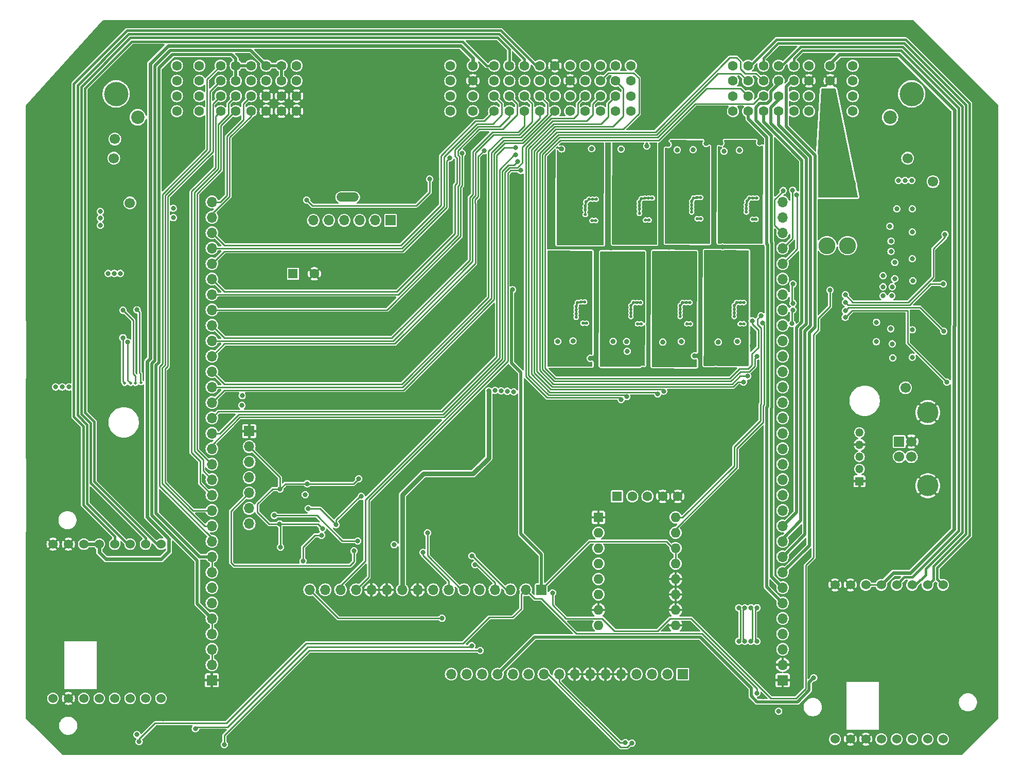
<source format=gbr>
%TF.GenerationSoftware,KiCad,Pcbnew,8.0.5*%
%TF.CreationDate,2025-07-16T23:18:55+01:00*%
%TF.ProjectId,Polygonus-Universal-Base,506f6c79-676f-46e7-9573-2d556e697665,rev?*%
%TF.SameCoordinates,Original*%
%TF.FileFunction,Copper,L4,Bot*%
%TF.FilePolarity,Positive*%
%FSLAX46Y46*%
G04 Gerber Fmt 4.6, Leading zero omitted, Abs format (unit mm)*
G04 Created by KiCad (PCBNEW 8.0.5) date 2025-07-16 23:18:55*
%MOMM*%
%LPD*%
G01*
G04 APERTURE LIST*
%TA.AperFunction,ComponentPad*%
%ADD10R,1.700000X1.700000*%
%TD*%
%TA.AperFunction,ComponentPad*%
%ADD11O,1.700000X1.700000*%
%TD*%
%TA.AperFunction,ComponentPad*%
%ADD12C,1.600000*%
%TD*%
%TA.AperFunction,ComponentPad*%
%ADD13R,1.600000X1.600000*%
%TD*%
%TA.AperFunction,ComponentPad*%
%ADD14C,1.700000*%
%TD*%
%TA.AperFunction,ComponentPad*%
%ADD15C,1.524000*%
%TD*%
%TA.AperFunction,ComponentPad*%
%ADD16O,1.600000X1.600000*%
%TD*%
%TA.AperFunction,ComponentPad*%
%ADD17C,2.780000*%
%TD*%
%TA.AperFunction,ComponentPad*%
%ADD18C,4.000000*%
%TD*%
%TA.AperFunction,ComponentPad*%
%ADD19C,2.200000*%
%TD*%
%TA.AperFunction,ComponentPad*%
%ADD20C,3.500000*%
%TD*%
%TA.AperFunction,ComponentPad*%
%ADD21R,1.350000X1.350000*%
%TD*%
%TA.AperFunction,ComponentPad*%
%ADD22O,1.350000X1.350000*%
%TD*%
%TA.AperFunction,ViaPad*%
%ADD23C,0.800000*%
%TD*%
%TA.AperFunction,ViaPad*%
%ADD24C,0.500000*%
%TD*%
%TA.AperFunction,Conductor*%
%ADD25C,0.250000*%
%TD*%
%TA.AperFunction,Conductor*%
%ADD26C,0.500000*%
%TD*%
%TA.AperFunction,Conductor*%
%ADD27C,0.800000*%
%TD*%
%TA.AperFunction,Conductor*%
%ADD28C,1.500000*%
%TD*%
%TA.AperFunction,Conductor*%
%ADD29C,0.400000*%
%TD*%
%TA.AperFunction,Conductor*%
%ADD30C,0.600000*%
%TD*%
G04 APERTURE END LIST*
D10*
%TO.P,J2,1,Pin_1*%
%TO.N,GND*%
X181672763Y-132012059D03*
D11*
%TO.P,J2,2,Pin_2*%
X181672763Y-129472059D03*
%TO.P,J2,3,Pin_3*%
%TO.N,/12V_MR_FUSE*%
X181672763Y-126932059D03*
%TO.P,J2,4,Pin_4*%
%TO.N,/LS1*%
X181672763Y-124392059D03*
%TO.P,J2,5,Pin_5*%
%TO.N,/LS2*%
X181672763Y-121852059D03*
%TO.P,J2,6,Pin_6*%
%TO.N,/LS3*%
X181672763Y-119312059D03*
%TO.P,J2,7,Pin_7*%
%TO.N,/LS4*%
X181672763Y-116772059D03*
%TO.P,J2,8,Pin_8*%
%TO.N,/LS5*%
X181672763Y-114232059D03*
%TO.P,J2,9,Pin_9*%
%TO.N,/LS6*%
X181672763Y-111692059D03*
%TO.P,J2,10,Pin_10*%
%TO.N,/LS7*%
X181672763Y-109152059D03*
%TO.P,J2,11,Pin_11*%
%TO.N,/LS8*%
X181672763Y-106612059D03*
%TO.P,J2,12,Pin_12*%
%TO.N,/IGN12*%
X181672763Y-104072059D03*
%TO.P,J2,13,Pin_13*%
%TO.N,/IGN11*%
X181672763Y-101532059D03*
%TO.P,J2,14,Pin_14*%
%TO.N,/IGN10*%
X181672763Y-98992059D03*
%TO.P,J2,15,Pin_15*%
%TO.N,/IGN9*%
X181672763Y-96452059D03*
%TO.P,J2,16,Pin_16*%
%TO.N,/IGN8*%
X181672763Y-93912059D03*
%TO.P,J2,17,Pin_17*%
%TO.N,/IGN7*%
X181672763Y-91372059D03*
%TO.P,J2,18,Pin_18*%
%TO.N,/IGN6*%
X181672763Y-88832059D03*
%TO.P,J2,19,Pin_19*%
%TO.N,/IGN5*%
X181672763Y-86292059D03*
%TO.P,J2,20,Pin_20*%
%TO.N,/IGN4*%
X181672763Y-83752059D03*
%TO.P,J2,21,Pin_21*%
%TO.N,/IGN3*%
X181672763Y-81212059D03*
%TO.P,J2,22,Pin_22*%
%TO.N,/IGN2*%
X181672763Y-78672059D03*
%TO.P,J2,23,Pin_23*%
%TO.N,/IGN1*%
X181672763Y-76132059D03*
%TO.P,J2,24,Pin_24*%
%TO.N,/LS9*%
X181672763Y-73592059D03*
%TO.P,J2,25,Pin_25*%
%TO.N,/LS10*%
X181672763Y-71052059D03*
%TO.P,J2,26,Pin_26*%
%TO.N,/LS11*%
X181672763Y-68512059D03*
%TO.P,J2,27,Pin_27*%
%TO.N,/LS12*%
X181672763Y-65972059D03*
%TO.P,J2,28,Pin_28*%
%TO.N,/LS13*%
X181672763Y-63432059D03*
%TO.P,J2,29,Pin_29*%
%TO.N,/LS14*%
X181672763Y-60892059D03*
%TO.P,J2,30,Pin_30*%
%TO.N,/LS15*%
X181672763Y-58352059D03*
%TO.P,J2,31,Pin_31*%
%TO.N,/LS16*%
X181672763Y-55812059D03*
%TO.P,J2,32,Pin_32*%
%TO.N,/12V_MR_FUSE*%
X181672763Y-53272059D03*
D10*
%TO.P,J2,33,Pin_33*%
%TO.N,GND*%
X87760080Y-132017154D03*
D11*
%TO.P,J2,34,Pin_34*%
%TO.N,/12V_PROT*%
X87760080Y-129477154D03*
%TO.P,J2,35,Pin_35*%
X87760080Y-126937154D03*
%TO.P,J2,36,Pin_36*%
%TO.N,/5V_SENSOR_2*%
X87760080Y-124397154D03*
%TO.P,J2,37,Pin_37*%
X87760080Y-121857154D03*
%TO.P,J2,38,Pin_38*%
%TO.N,unconnected-(J2-Pin_38-Pad38)*%
X87760080Y-119317154D03*
%TO.P,J2,39,Pin_39*%
%TO.N,unconnected-(J2-Pin_39-Pad39)*%
X87760080Y-116777154D03*
%TO.P,J2,40,Pin_40*%
%TO.N,/5V_SENSOR_1*%
X87760080Y-114237154D03*
%TO.P,J2,41,Pin_41*%
X87760080Y-111697154D03*
%TO.P,J2,42,Pin_42*%
%TO.N,/DIGITAL_6*%
X87760080Y-109157154D03*
%TO.P,J2,43,Pin_43*%
%TO.N,/DIGITAL_5*%
X87760080Y-106617154D03*
%TO.P,J2,44,Pin_44*%
%TO.N,/DIGITAL_4*%
X87760080Y-104077154D03*
%TO.P,J2,45,Pin_45*%
%TO.N,/DIGITAL_3*%
X87760080Y-101537154D03*
%TO.P,J2,46,Pin_46*%
%TO.N,/DIGITAL_2*%
X87760080Y-98997154D03*
%TO.P,J2,47,Pin_47*%
%TO.N,/DIGITAL_1*%
X87760080Y-96457154D03*
%TO.P,J2,48,Pin_48*%
%TO.N,/AT4*%
X87760080Y-93917154D03*
%TO.P,J2,49,Pin_49*%
%TO.N,/AT3*%
X87760080Y-91377154D03*
%TO.P,J2,50,Pin_50*%
%TO.N,/AT2*%
X87760080Y-88837154D03*
%TO.P,J2,51,Pin_51*%
%TO.N,/AT1*%
X87760080Y-86297154D03*
%TO.P,J2,52,Pin_52*%
%TO.N,/AV11*%
X87760080Y-83757154D03*
%TO.P,J2,53,Pin_53*%
%TO.N,/AV10*%
X87760080Y-81217154D03*
%TO.P,J2,54,Pin_54*%
%TO.N,/AV9*%
X87760080Y-78677154D03*
%TO.P,J2,55,Pin_55*%
%TO.N,/AV8*%
X87760080Y-76137154D03*
%TO.P,J2,56,Pin_56*%
%TO.N,/AV7*%
X87760080Y-73597154D03*
%TO.P,J2,57,Pin_57*%
%TO.N,/AV6*%
X87760080Y-71057154D03*
%TO.P,J2,58,Pin_58*%
%TO.N,/AV5*%
X87760080Y-68517154D03*
%TO.P,J2,59,Pin_59*%
%TO.N,/AV4*%
X87760080Y-65977154D03*
%TO.P,J2,60,Pin_60*%
%TO.N,/AV3*%
X87760080Y-63437154D03*
%TO.P,J2,61,Pin_61*%
%TO.N,/AV2*%
X87760080Y-60897154D03*
%TO.P,J2,62,Pin_62*%
%TO.N,/AV1*%
X87760080Y-58357154D03*
%TO.P,J2,63,Pin_63*%
%TO.N,/KNOCK_1*%
X87760080Y-55817154D03*
%TO.P,J2,64,Pin_64*%
%TO.N,/KNOCK_2*%
X87760080Y-53277154D03*
D10*
%TO.P,J2,65,Pin_65*%
%TO.N,/HS1*%
X165230080Y-131026287D03*
D11*
%TO.P,J2,66,Pin_66*%
%TO.N,/HS2*%
X162690080Y-131026287D03*
%TO.P,J2,67,Pin_67*%
%TO.N,/HS3*%
X160150080Y-131026287D03*
%TO.P,J2,68,Pin_68*%
%TO.N,/HS4*%
X157610080Y-131026287D03*
%TO.P,J2,69,Pin_69*%
%TO.N,GND*%
X155070080Y-131026287D03*
%TO.P,J2,70,Pin_70*%
X152530080Y-131026287D03*
%TO.P,J2,71,Pin_71*%
X149990080Y-131026287D03*
%TO.P,J2,72,Pin_72*%
X147450080Y-131026287D03*
%TO.P,J2,73,Pin_73*%
%TO.N,/CAN2+*%
X144910080Y-131026287D03*
%TO.P,J2,74,Pin_74*%
%TO.N,/CAN2-*%
X142370080Y-131026287D03*
%TO.P,J2,75,Pin_75*%
%TO.N,/RC1*%
X139830080Y-131026287D03*
%TO.P,J2,76,Pin_76*%
%TO.N,/RC2*%
X137290080Y-131026287D03*
%TO.P,J2,77,Pin_77*%
%TO.N,/Perm_Live*%
X134750080Y-131026287D03*
%TO.P,J2,78,Pin_78*%
%TO.N,output*%
X132210080Y-131026287D03*
%TO.P,J2,79,Pin_79*%
%TO.N,unconnected-(J2-Pin_79-Pad79)*%
X129670080Y-131026287D03*
%TO.P,J2,80,Pin_80*%
%TO.N,unconnected-(J2-Pin_80-Pad80)*%
X127130080Y-131026287D03*
D10*
%TO.P,J2,81,Pin_81*%
%TO.N,+5V*%
X141953794Y-117134404D03*
D11*
%TO.P,J2,82,Pin_82*%
%TO.N,+3.3V*%
X139413794Y-117134404D03*
%TO.P,J2,83,Pin_83*%
%TO.N,/ETB1_PWM*%
X136873794Y-117134404D03*
%TO.P,J2,84,Pin_84*%
%TO.N,/ETB1_DIS*%
X134333794Y-117134404D03*
%TO.P,J2,85,Pin_85*%
%TO.N,/ETB1_DIR*%
X131793794Y-117134404D03*
%TO.P,J2,86,Pin_86*%
%TO.N,/ETB2_PWM*%
X129253794Y-117134404D03*
%TO.P,J2,87,Pin_87*%
%TO.N,/ETB2_DIS*%
X126713794Y-117134404D03*
%TO.P,J2,88,Pin_88*%
%TO.N,/ETB2_DIR*%
X124173794Y-117134404D03*
%TO.P,J2,89,Pin_89*%
%TO.N,GND*%
X121633794Y-117134404D03*
%TO.P,J2,90,Pin_90*%
%TO.N,/12V_KEY*%
X119093794Y-117134404D03*
%TO.P,J2,91,Pin_91*%
%TO.N,GND*%
X116553794Y-117134404D03*
%TO.P,J2,92,Pin_92*%
X114013794Y-117134404D03*
%TO.P,J2,93,Pin_93*%
%TO.N,/CAN+*%
X111473794Y-117134404D03*
%TO.P,J2,94,Pin_94*%
%TO.N,/CAN-*%
X108933794Y-117134404D03*
%TO.P,J2,95,Pin_95*%
%TO.N,output*%
X106393794Y-117134404D03*
%TO.P,J2,96,Pin_96*%
%TO.N,/VR1+*%
X103853794Y-117134404D03*
D12*
%TO.P,J2,97,Pin_97*%
%TO.N,GND*%
X164425871Y-101751522D03*
%TO.P,J2,98,Pin_98*%
X161925871Y-101751522D03*
%TO.P,J2,99,Pin_99*%
%TO.N,/USB+*%
X159425871Y-101751522D03*
%TO.P,J2,100,Pin_100*%
%TO.N,/USB-*%
X156925871Y-101751522D03*
D13*
%TO.P,J2,101,Pin_101*%
%TO.N,/VBUS*%
X154425871Y-101751522D03*
D10*
%TO.P,J2,102,Pin_102*%
%TO.N,/+3V3*%
X117154579Y-56302538D03*
D11*
%TO.P,J2,103,Pin_103*%
%TO.N,/EXT_SPI_CS*%
X114614579Y-56302538D03*
%TO.P,J2,104,Pin_104*%
%TO.N,/EXT_SPI_SCK*%
X112074579Y-56302538D03*
%TO.P,J2,105,Pin_105*%
%TO.N,/EXT_SPI_MISO*%
X109534579Y-56302538D03*
%TO.P,J2,106,Pin_106*%
%TO.N,/EXT_SPI_MOSI*%
X106994579Y-56302538D03*
%TO.P,J2,107,Pin_107*%
%TO.N,unconnected-(J2-Pin_107-Pad107)*%
X104454579Y-56302538D03*
%TD*%
D10*
%TO.P,J5,1,Pin_1*%
%TO.N,GND*%
X93888235Y-91017793D03*
D11*
%TO.P,J5,2,Pin_2*%
%TO.N,+5V*%
X93888235Y-93557793D03*
%TO.P,J5,3,Pin_3*%
%TO.N,output*%
X93888235Y-96097793D03*
%TO.P,J5,4,Pin_4*%
%TO.N,/AV11*%
X93888235Y-98637793D03*
%TO.P,J5,5,Pin_5*%
%TO.N,/LS12*%
X93888235Y-101177793D03*
%TO.P,J5,6,Pin_6*%
%TO.N,/VR-D*%
X93888235Y-103717793D03*
%TO.P,J5,7,Pin_7*%
%TO.N,/VR+D*%
X93888235Y-106257793D03*
%TD*%
D13*
%TO.P,C2,1*%
%TO.N,/12V_MR_FUSE*%
X101112052Y-65110107D03*
D12*
%TO.P,C2,2*%
%TO.N,GND*%
X104612052Y-65110107D03*
%TD*%
D14*
%TO.P,P1,1,Pin_1*%
%TO.N,/12V_MR*%
X71628000Y-46075600D03*
%TD*%
D15*
%TO.P,U1,1,5V*%
%TO.N,+5V*%
X190269349Y-141724815D03*
%TO.P,U1,2,GND*%
%TO.N,GND*%
X192809349Y-141724815D03*
%TO.P,U1,3,SEL_1*%
X195349349Y-141724815D03*
%TO.P,U1,4,SEL_2*%
%TO.N,unconnected-(U1-SEL_2-Pad4)*%
X197889349Y-141724815D03*
%TO.P,U1,5,CAN_RX*%
%TO.N,/CAN_RX*%
X200429349Y-141724815D03*
%TO.P,U1,6,CAN_TX*%
%TO.N,/CAN_TX*%
X202969349Y-141724815D03*
%TO.P,U1,7,VBatt_Sense*%
%TO.N,/12V_MR_FUSE*%
X205509349Y-141724815D03*
%TO.P,U1,8,Boot0*%
%TO.N,unconnected-(U1-Boot0-Pad8)*%
X208049349Y-141724815D03*
%TO.P,U1,9,HEAT_GND*%
%TO.N,GND*%
X190269349Y-116324815D03*
%TO.P,U1,10,HEAT_GND2*%
X192809349Y-116324815D03*
%TO.P,U1,11,HEATER-*%
%TO.N,/HeaterNeg*%
X195349349Y-116324815D03*
%TO.P,U1,12,HEATER-*%
X197889349Y-116324815D03*
%TO.P,U1,13,LSU_ip*%
%TO.N,/LSU_Ip*%
X200429349Y-116324815D03*
%TO.P,U1,14,LSU_vm*%
%TO.N,/LSU_Vm*%
X202969349Y-116324815D03*
%TO.P,U1,15,LSU_rtrim*%
%TO.N,/LSU_Rtrim*%
X205509349Y-116324815D03*
%TO.P,U1,16,LSU_un*%
%TO.N,/LSU_Un*%
X208049349Y-116324815D03*
%TD*%
D13*
%TO.P,A1,1,GND*%
%TO.N,GND*%
X151360000Y-105209750D03*
D16*
%TO.P,A1,2,~{FLT}*%
%TO.N,unconnected-(A1-~{FLT}-Pad2)*%
X151360000Y-107749750D03*
%TO.P,A1,3,A2*%
%TO.N,/STEPA2*%
X151360000Y-110289750D03*
%TO.P,A1,4,A1*%
%TO.N,/STEPA1*%
X151360000Y-112829750D03*
%TO.P,A1,5,B1*%
%TO.N,/STEPB1*%
X151360000Y-115369750D03*
%TO.P,A1,6,B2*%
%TO.N,/STEPB2*%
X151360000Y-117909750D03*
%TO.P,A1,7,GND*%
%TO.N,GND*%
X151360000Y-120449750D03*
%TO.P,A1,8,VMOT*%
%TO.N,/12V_MR_FUSE*%
X151360000Y-122989750D03*
%TO.P,A1,9,~{EN}*%
%TO.N,GND*%
X164060000Y-122989750D03*
%TO.P,A1,10,M0*%
X164060000Y-120449750D03*
%TO.P,A1,11,M1*%
X164060000Y-117909750D03*
%TO.P,A1,12,M2*%
X164060000Y-115369750D03*
%TO.P,A1,13,~{RST}*%
%TO.N,+5V*%
X164060000Y-112829750D03*
%TO.P,A1,14,~{SLP}*%
X164060000Y-110289750D03*
%TO.P,A1,15,STEP*%
%TO.N,/LS9*%
X164060000Y-107749750D03*
%TO.P,A1,16,DIR*%
%TO.N,/LS10*%
X164060000Y-105209750D03*
%TD*%
D14*
%TO.P,P3,1,Pin_1*%
%TO.N,/ExtraLSB*%
X74269600Y-53441600D03*
%TD*%
D17*
%TO.P,F1,1*%
%TO.N,/12V_MR*%
X192364464Y-50542664D03*
X188964464Y-50542664D03*
%TO.P,F1,2*%
%TO.N,/12V_MR_FUSE*%
X192364464Y-60462664D03*
X188964464Y-60462664D03*
%TD*%
D14*
%TO.P,P6,1,Pin_1*%
%TO.N,/12V_MR*%
X206400400Y-49936400D03*
%TD*%
%TO.P,P5,1,Pin_1*%
%TO.N,/LS12ADD*%
X202234800Y-46075600D03*
%TD*%
D12*
%TO.P,J1,112*%
%TO.N,/LS12ADD*%
X193200000Y-30840000D03*
%TO.P,J1,111*%
%TO.N,/LS11ADD*%
X193200000Y-33340000D03*
%TO.P,J1,110*%
%TO.N,/LS10ADD*%
X193200000Y-35840000D03*
%TO.P,J1,109*%
%TO.N,/LS9ADD*%
X193200000Y-38340000D03*
%TO.P,J1,108*%
%TO.N,/HeaterNeg*%
X189500000Y-30840000D03*
%TO.P,J1,107*%
%TO.N,GND*%
X189500000Y-33340000D03*
%TO.P,J1,106*%
%TO.N,/12V_MR*%
X189500000Y-35840000D03*
%TO.P,J1,105*%
X189500000Y-38340000D03*
%TO.P,J1,104*%
%TO.N,/Perm_Live*%
X186000000Y-30840000D03*
%TO.P,J1,103*%
%TO.N,GND*%
X186000000Y-33340000D03*
%TO.P,J1,102*%
%TO.N,/LS14*%
X186000000Y-35840000D03*
%TO.P,J1,101*%
%TO.N,/LS13*%
X186000000Y-38340000D03*
%TO.P,J1,100*%
%TO.N,/LSU_Ip*%
X183500000Y-30840000D03*
%TO.P,J1,99*%
%TO.N,/LS5*%
X183500000Y-33340000D03*
%TO.P,J1,98*%
%TO.N,/LS16*%
X183500000Y-35840000D03*
%TO.P,J1,97*%
%TO.N,/LS15*%
X183500000Y-38340000D03*
%TO.P,J1,96*%
%TO.N,/LSU_Vm*%
X181000000Y-30840000D03*
%TO.P,J1,95*%
%TO.N,/LS4*%
X181000000Y-33340000D03*
%TO.P,J1,94*%
%TO.N,/LS7*%
X181000000Y-35840000D03*
%TO.P,J1,93*%
%TO.N,/LS6*%
X181000000Y-38340000D03*
%TO.P,J1,92*%
%TO.N,/LSU_Rtrim*%
X178500000Y-30840000D03*
%TO.P,J1,91*%
%TO.N,/IGN4*%
X178500000Y-33340000D03*
%TO.P,J1,90*%
%TO.N,/IGN1*%
X178500000Y-35840000D03*
%TO.P,J1,89*%
%TO.N,/LS8*%
X178500000Y-38340000D03*
%TO.P,J1,88*%
%TO.N,/LSU_Un*%
X176000000Y-30840000D03*
%TO.P,J1,87*%
%TO.N,/IGN3*%
X176000000Y-33340000D03*
%TO.P,J1,86*%
%TO.N,/IGN2*%
X176000000Y-35840000D03*
%TO.P,J1,85*%
%TO.N,/LS3*%
X176000000Y-38340000D03*
%TO.P,J1,84*%
%TO.N,/IGBT4*%
X173500000Y-30840000D03*
%TO.P,J1,83*%
%TO.N,/IGBT3*%
X173500000Y-33340000D03*
%TO.P,J1,82*%
%TO.N,/IGBT2*%
X173500000Y-35840000D03*
%TO.P,J1,81*%
%TO.N,/IGBT1*%
X173500000Y-38340000D03*
%TO.P,J1,80*%
%TO.N,/ETB2_-*%
X127000000Y-30840000D03*
%TO.P,J1,79*%
%TO.N,/ETB2_+*%
X127000000Y-33340000D03*
%TO.P,J1,78*%
%TO.N,/ETB1_-*%
X127000000Y-35840000D03*
%TO.P,J1,77*%
%TO.N,/ETB1_+*%
X127000000Y-38340000D03*
%TO.P,J1,76*%
%TO.N,/HeaterNeg2*%
X130700000Y-30840000D03*
%TO.P,J1,75*%
%TO.N,GND*%
X130700000Y-33340000D03*
%TO.P,J1,74*%
%TO.N,/12V_MR_FUSE*%
X130700000Y-35840000D03*
%TO.P,J1,73*%
X130700000Y-38340000D03*
%TO.P,J1,72*%
%TO.N,/LSU_Un2*%
X134200000Y-30840000D03*
%TO.P,J1,71*%
%TO.N,/AV3*%
X134200000Y-33340000D03*
%TO.P,J1,70*%
%TO.N,/AV2*%
X134200000Y-35840000D03*
%TO.P,J1,69*%
%TO.N,/AV1*%
X134200000Y-38340000D03*
%TO.P,J1,68*%
%TO.N,/LSU_Rtrim2*%
X136700000Y-30840000D03*
%TO.P,J1,67*%
%TO.N,/AV6*%
X136700000Y-33340000D03*
%TO.P,J1,66*%
%TO.N,/AV5*%
X136700000Y-35840000D03*
%TO.P,J1,65*%
%TO.N,/AV4*%
X136700000Y-38340000D03*
%TO.P,J1,64*%
%TO.N,/LSU_Vm2*%
X139200000Y-30840000D03*
%TO.P,J1,63*%
%TO.N,/AV9*%
X139200000Y-33340000D03*
%TO.P,J1,62*%
%TO.N,/AV8*%
X139200000Y-35840000D03*
%TO.P,J1,61*%
%TO.N,/AV7*%
X139200000Y-38340000D03*
%TO.P,J1,60*%
%TO.N,/LSU_Ip2*%
X141700000Y-30840000D03*
%TO.P,J1,59*%
%TO.N,/CRANK +*%
X141700000Y-33340000D03*
%TO.P,J1,58*%
%TO.N,/AV11*%
X141700000Y-35840000D03*
%TO.P,J1,57*%
%TO.N,/AV10*%
X141700000Y-38340000D03*
%TO.P,J1,56*%
%TO.N,GND*%
X144200000Y-30840000D03*
%TO.P,J1,55*%
%TO.N,/CRANK -*%
X144200000Y-33340000D03*
%TO.P,J1,54*%
%TO.N,/AT2*%
X144200000Y-35840000D03*
%TO.P,J1,53*%
%TO.N,/AT1*%
X144200000Y-38340000D03*
%TO.P,J1,52*%
%TO.N,/STEPB2*%
X146700000Y-30840000D03*
%TO.P,J1,51*%
%TO.N,GND*%
X146700000Y-33340000D03*
%TO.P,J1,50*%
%TO.N,/AT4*%
X146700000Y-35840000D03*
%TO.P,J1,49*%
%TO.N,/AT3*%
X146700000Y-38340000D03*
%TO.P,J1,48*%
%TO.N,/STEPB1*%
X149200000Y-30840000D03*
%TO.P,J1,47*%
%TO.N,/CAN+*%
X149200000Y-33340000D03*
%TO.P,J1,46*%
%TO.N,/CAN-*%
X149200000Y-35840000D03*
%TO.P,J1,45*%
%TO.N,/12V_KEY*%
X149200000Y-38340000D03*
%TO.P,J1,44*%
%TO.N,/STEPA1*%
X151700000Y-30840000D03*
%TO.P,J1,43*%
%TO.N,/IGN5*%
X151700000Y-33340000D03*
%TO.P,J1,42*%
%TO.N,/IGN8*%
X151700000Y-35840000D03*
%TO.P,J1,41*%
%TO.N,/LS1*%
X151700000Y-38340000D03*
%TO.P,J1,40*%
%TO.N,/STEPA2*%
X154200000Y-30840000D03*
%TO.P,J1,39*%
%TO.N,/IGN6*%
X154200000Y-33340000D03*
%TO.P,J1,38*%
%TO.N,/IGN7*%
X154200000Y-35840000D03*
%TO.P,J1,37*%
%TO.N,/LS2*%
X154200000Y-38340000D03*
%TO.P,J1,36*%
%TO.N,/IGBT5*%
X156700000Y-30840000D03*
%TO.P,J1,35*%
%TO.N,/IGBT6*%
X156700000Y-33340000D03*
%TO.P,J1,34*%
%TO.N,/IGBT7*%
X156700000Y-35840000D03*
%TO.P,J1,33*%
%TO.N,/IGBT8*%
X156700000Y-38340000D03*
%TO.P,J1,32*%
%TO.N,/ExtraLSA*%
X82000000Y-30840000D03*
%TO.P,J1,31*%
%TO.N,/ExtraLSB*%
X82000000Y-33340000D03*
%TO.P,J1,30*%
%TO.N,/ExtraLSC*%
X82000000Y-35840000D03*
%TO.P,J1,29*%
%TO.N,/ExtraLSD*%
X82000000Y-38340000D03*
%TO.P,J1,28*%
%TO.N,/HS1*%
X85700000Y-30840000D03*
%TO.P,J1,27*%
%TO.N,/HS2*%
X85700000Y-33340000D03*
%TO.P,J1,26*%
%TO.N,/HS4*%
X85700000Y-35840000D03*
%TO.P,J1,25*%
%TO.N,/HS3*%
X85700000Y-38340000D03*
%TO.P,J1,24*%
%TO.N,/DIGITAL_6*%
X89200000Y-30840000D03*
%TO.P,J1,23*%
%TO.N,/DIGITAL_5*%
X89200000Y-33340000D03*
%TO.P,J1,22*%
%TO.N,/DIGITAL_4*%
X89200000Y-35840000D03*
%TO.P,J1,21*%
%TO.N,/DIGITAL_3*%
X89200000Y-38340000D03*
%TO.P,J1,20*%
%TO.N,/5V_SENSOR_1*%
X91700000Y-30840000D03*
%TO.P,J1,19*%
X91700000Y-33340000D03*
%TO.P,J1,18*%
%TO.N,/DIGITAL_2*%
X91700000Y-35840000D03*
%TO.P,J1,17*%
%TO.N,/DIGITAL_1*%
X91700000Y-38340000D03*
%TO.P,J1,16*%
%TO.N,/5V_SENSOR_1*%
X94200000Y-30840000D03*
%TO.P,J1,15*%
%TO.N,/CAN2+*%
X94200000Y-33340000D03*
%TO.P,J1,14*%
%TO.N,/KNOCK_2*%
X94200000Y-35840000D03*
%TO.P,J1,13*%
%TO.N,/KNOCK_1*%
X94200000Y-38340000D03*
%TO.P,J1,12*%
%TO.N,/5V_SENSOR_2*%
X96700000Y-30840000D03*
%TO.P,J1,11*%
%TO.N,/CAN2-*%
X96700000Y-33340000D03*
%TO.P,J1,10*%
%TO.N,GND*%
X96700000Y-35840000D03*
%TO.P,J1,9*%
X96700000Y-38340000D03*
%TO.P,J1,8*%
%TO.N,/5V_SENSOR_2*%
X99200000Y-30840000D03*
%TO.P,J1,7*%
X99200000Y-33340000D03*
%TO.P,J1,6*%
%TO.N,GND*%
X99200000Y-35840000D03*
%TO.P,J1,5*%
X99200000Y-38340000D03*
%TO.P,J1,4*%
%TO.N,/VR-D*%
X101700000Y-30840000D03*
%TO.P,J1,3*%
%TO.N,/VR+D*%
X101700000Y-33340000D03*
%TO.P,J1,2*%
%TO.N,GND*%
X101700000Y-35840000D03*
%TO.P,J1,1*%
X101700000Y-38340000D03*
D18*
%TO.P,J1,*%
%TO.N,*%
X202900000Y-35490000D03*
D19*
X199350000Y-39340000D03*
X75550000Y-39340000D03*
D18*
X72000000Y-35490000D03*
%TD*%
D10*
%TO.P,J4,1,VBUS*%
%TO.N,/VBUS*%
X200849999Y-92720000D03*
D14*
%TO.P,J4,2,D-*%
%TO.N,/USB-*%
X200849999Y-95220000D03*
%TO.P,J4,3,D+*%
%TO.N,/USB+*%
X202849999Y-95220000D03*
%TO.P,J4,4,GND*%
%TO.N,GND*%
X202849999Y-92720000D03*
D20*
%TO.P,J4,5,Shield*%
X205559999Y-87950000D03*
X205559999Y-99990000D03*
%TD*%
D21*
%TO.P,J3,1,Pin_1*%
%TO.N,GND*%
X194310000Y-99250000D03*
D22*
%TO.P,J3,2,Pin_2*%
%TO.N,/USB+*%
X194310000Y-97250000D03*
%TO.P,J3,3,Pin_3*%
%TO.N,/USB-*%
X194310000Y-95250000D03*
%TO.P,J3,4,Pin_4*%
%TO.N,GND*%
X194310000Y-93250000D03*
%TO.P,J3,5,Pin_5*%
%TO.N,/VBUS*%
X194310000Y-91250000D03*
%TD*%
D14*
%TO.P,P4,1,Pin_1*%
%TO.N,/LS9ADD*%
X201879200Y-83870800D03*
%TD*%
D15*
%TO.P,U2,1,5V*%
%TO.N,+5V*%
X61611115Y-135011435D03*
%TO.P,U2,2,GND*%
%TO.N,GND*%
X64151115Y-135011435D03*
%TO.P,U2,3,SEL_1*%
%TO.N,unconnected-(U2-SEL_1-Pad3)*%
X66691115Y-135011435D03*
%TO.P,U2,4,SEL_2*%
%TO.N,+5V*%
X69231115Y-135011435D03*
%TO.P,U2,5,CAN_RX*%
%TO.N,/CAN_RX2*%
X71771115Y-135011435D03*
%TO.P,U2,6,CAN_TX*%
%TO.N,/CAN_TX2*%
X74311115Y-135011435D03*
%TO.P,U2,7,VBatt_Sense*%
%TO.N,/12V_MR_FUSE*%
X76851115Y-135011435D03*
%TO.P,U2,8,Boot0*%
%TO.N,unconnected-(U2-Boot0-Pad8)*%
X79391115Y-135011435D03*
%TO.P,U2,9,HEAT_GND*%
%TO.N,GND*%
X61611115Y-109611435D03*
%TO.P,U2,10,HEAT_GND2*%
X64151115Y-109611435D03*
%TO.P,U2,11,HEATER-*%
%TO.N,/HeaterNeg2*%
X66691115Y-109611435D03*
%TO.P,U2,12,HEATER-*%
X69231115Y-109611435D03*
%TO.P,U2,13,LSU_ip*%
%TO.N,/LSU_Ip2*%
X71771115Y-109611435D03*
%TO.P,U2,14,LSU_vm*%
%TO.N,/LSU_Vm2*%
X74311115Y-109611435D03*
%TO.P,U2,15,LSU_rtrim*%
%TO.N,/LSU_Rtrim2*%
X76851115Y-109611435D03*
%TO.P,U2,16,LSU_un*%
%TO.N,/LSU_Un2*%
X79391115Y-109611435D03*
%TD*%
D14*
%TO.P,P2,1,Pin_1*%
%TO.N,/ExtraLSA*%
X71780400Y-42926000D03*
%TD*%
D23*
%TO.N,/12V_MR*%
X201800000Y-49740000D03*
X202900000Y-49740000D03*
X203000000Y-58240000D03*
X199700000Y-67240000D03*
X200100000Y-63240000D03*
X69400000Y-55940000D03*
X203000000Y-62640000D03*
X199324149Y-57292971D03*
X199700000Y-76640000D03*
X69400000Y-57140000D03*
X200443169Y-54420817D03*
X64231609Y-83740500D03*
X197120158Y-73080499D03*
X203100000Y-66240000D03*
X63113017Y-83740500D03*
X199800000Y-78940000D03*
X203000000Y-54420817D03*
X197076926Y-76290526D03*
X200700000Y-49740000D03*
X69400000Y-54840000D03*
X199600000Y-68740000D03*
X203000000Y-78840000D03*
X203000000Y-74340000D03*
X198200000Y-68740000D03*
X198200000Y-65440000D03*
X200100000Y-65940000D03*
X62031712Y-83739500D03*
X71700000Y-65040000D03*
X72700000Y-65040000D03*
X198200000Y-67240000D03*
X199500000Y-61440000D03*
X70700000Y-65040000D03*
X199476340Y-74172124D03*
X199500000Y-59740000D03*
%TO.N,GND*%
X182810143Y-100222707D03*
X194234883Y-75155437D03*
X184273610Y-107571193D03*
X112327419Y-31356286D03*
X174561213Y-44780697D03*
X86371584Y-72251350D03*
X171846242Y-28079120D03*
X123444758Y-124286293D03*
X129440911Y-57555260D03*
X146603683Y-110879516D03*
X170765889Y-23886954D03*
D24*
X166700000Y-54340000D03*
D23*
X117058200Y-135923682D03*
X208913868Y-77888025D03*
X213244159Y-69033864D03*
X90255702Y-77682007D03*
X137268971Y-94293167D03*
X90215618Y-62590644D03*
X168780682Y-140105747D03*
X149208662Y-81370953D03*
D24*
X166400000Y-69840000D03*
D23*
X172722806Y-96328499D03*
D24*
X164800000Y-70340000D03*
D23*
X67205853Y-29653917D03*
X177960399Y-60885427D03*
X176963269Y-85931588D03*
X67867033Y-81359641D03*
X76309596Y-67467078D03*
X64793260Y-32298119D03*
X97234012Y-50515285D03*
X92909385Y-32098733D03*
X162958838Y-60736281D03*
X208913868Y-70710393D03*
X106987426Y-92311251D03*
X83456634Y-143803040D03*
X213257734Y-70113811D03*
X174661676Y-98125755D03*
X102913209Y-125105409D03*
D24*
X165800000Y-69840000D03*
D23*
X139730902Y-120023107D03*
X153623645Y-86491256D03*
X65437883Y-135947846D03*
X117721224Y-108429489D03*
X97914711Y-32111600D03*
X61365315Y-78313265D03*
X120396000Y-111125000D03*
X145474779Y-123764861D03*
X129415177Y-55071897D03*
X132141751Y-31267536D03*
X71965383Y-38652023D03*
X96167988Y-62490436D03*
X184668246Y-139486972D03*
X185817491Y-111469121D03*
X98057636Y-112127307D03*
X132049428Y-89973419D03*
X116225911Y-89673631D03*
X199526295Y-86851907D03*
X206807187Y-82567468D03*
X93017492Y-29853798D03*
X156081760Y-77858700D03*
X131539978Y-99292768D03*
X102850106Y-98575566D03*
X74314905Y-113355528D03*
X96181932Y-94420297D03*
X107426500Y-114370289D03*
X140675146Y-112026073D03*
X89260280Y-51778344D03*
X116706957Y-69537228D03*
X96316551Y-107702798D03*
X160166597Y-85835030D03*
D24*
X175300000Y-69840000D03*
D23*
X69656937Y-95913923D03*
X146949602Y-113732635D03*
X109685163Y-142737774D03*
X65100000Y-102640000D03*
X73812400Y-46380400D03*
X81111761Y-135646088D03*
X200594344Y-43874771D03*
X73969251Y-42708204D03*
X124295785Y-60354041D03*
X169144138Y-38887536D03*
X191480412Y-107280109D03*
X131211521Y-95111211D03*
X67755174Y-59267449D03*
X137366487Y-86166827D03*
X112693752Y-42995126D03*
X188444723Y-113279692D03*
X169714207Y-123350705D03*
X58803496Y-112521021D03*
X201846263Y-140397802D03*
X62841273Y-59840320D03*
X192090359Y-39308193D03*
X76327000Y-122047000D03*
D24*
X156700000Y-71540000D03*
D23*
X98001372Y-29862376D03*
X158990099Y-91673311D03*
X183760080Y-40230890D03*
X177382362Y-81037045D03*
X139920096Y-107551705D03*
X93502449Y-53932651D03*
X137400000Y-65240000D03*
X90104289Y-41242172D03*
X132774826Y-111905827D03*
X130021253Y-44617273D03*
X58896168Y-75061813D03*
X147176554Y-76167238D03*
X137393942Y-105202662D03*
X213217733Y-63261357D03*
X202341196Y-32533687D03*
X170653411Y-101865529D03*
X107094447Y-85108409D03*
X153755729Y-126209489D03*
X208913868Y-69610444D03*
X138088575Y-114196326D03*
X120748413Y-84383980D03*
X129085431Y-110724262D03*
D24*
X147900000Y-69840000D03*
D23*
X186153372Y-39960680D03*
X95472933Y-101582078D03*
X95377000Y-112014000D03*
X173426963Y-131862381D03*
X170679385Y-80822969D03*
X117348000Y-46990000D03*
X58635707Y-120323200D03*
X67811103Y-63574028D03*
X177880941Y-43532582D03*
X109725602Y-39905251D03*
X79565845Y-104020166D03*
X93982464Y-86898854D03*
X97410571Y-56497982D03*
X196691744Y-99222104D03*
X114316214Y-119997815D03*
X117002707Y-50285531D03*
D24*
X159600000Y-52640000D03*
D23*
X124456118Y-53399589D03*
X187722968Y-85788630D03*
X151015268Y-133560494D03*
X147533562Y-122799949D03*
X107337438Y-112423471D03*
X126609420Y-57900382D03*
X125077409Y-86929270D03*
X97258891Y-98243503D03*
X107696000Y-109220000D03*
X177963424Y-63852582D03*
X155985465Y-76279097D03*
X79621015Y-101741834D03*
X67811103Y-76829343D03*
X63862736Y-143109438D03*
X116594863Y-40444309D03*
X204879109Y-75296382D03*
X70865782Y-59164640D03*
X114108556Y-23997933D03*
X210820000Y-142240000D03*
X85746463Y-100918678D03*
X164787228Y-133325585D03*
X84287066Y-33110070D03*
D24*
X158100000Y-54440000D03*
D23*
X168975523Y-100075782D03*
X85552726Y-131113686D03*
X215900000Y-127000000D03*
X192341372Y-95276385D03*
X124919479Y-75752565D03*
X163021011Y-143245587D03*
X81444743Y-44693156D03*
X125317909Y-115648954D03*
X199725810Y-25384658D03*
X206769900Y-77962598D03*
X77340663Y-119843459D03*
X206788544Y-69685017D03*
X180669877Y-59630118D03*
X105065115Y-39017417D03*
X67767603Y-75436147D03*
X94692137Y-107702798D03*
D24*
X175700000Y-54940000D03*
D23*
X124917076Y-71056283D03*
X163196131Y-100672364D03*
X76400000Y-106140000D03*
X160021319Y-28040518D03*
X101405186Y-112387573D03*
X131709666Y-107736671D03*
X183592134Y-133197677D03*
D24*
X150400000Y-52840000D03*
D23*
X114161298Y-47203066D03*
X117116699Y-28540907D03*
X117348000Y-42926000D03*
X208596390Y-113791836D03*
X109940090Y-102739810D03*
X182268643Y-32093674D03*
X148336000Y-106299000D03*
X202164486Y-113064752D03*
X144093092Y-126181615D03*
X200378187Y-90073551D03*
X208951155Y-62861606D03*
X153049161Y-81147235D03*
X208411145Y-38624969D03*
X215663820Y-116727278D03*
X100687212Y-97866567D03*
X75297075Y-55752950D03*
X184777740Y-34641373D03*
X71702926Y-25330550D03*
X166912541Y-125888749D03*
X117348000Y-48006000D03*
X183630117Y-128880259D03*
X125382586Y-41296225D03*
X157167339Y-40798255D03*
X96002438Y-103987288D03*
X172443158Y-103673920D03*
X93455727Y-49316829D03*
X160528000Y-122809000D03*
X153124278Y-110330688D03*
X139842748Y-28063613D03*
D24*
X177300000Y-56140000D03*
D23*
X114577667Y-40670295D03*
X104313706Y-32228669D03*
D24*
X158300000Y-69840000D03*
D23*
X112497952Y-41130438D03*
X176378048Y-143472713D03*
D24*
X164800000Y-71540000D03*
D23*
X136060090Y-132256060D03*
X123138531Y-28630977D03*
X96028687Y-77596616D03*
X132020666Y-68402207D03*
X215704179Y-93419533D03*
X197096930Y-23867653D03*
X120836567Y-61690657D03*
X74188818Y-107766587D03*
X102717949Y-94518143D03*
X206800000Y-58940000D03*
X168913849Y-131334913D03*
X180832735Y-69795188D03*
X62841273Y-64364403D03*
X166956720Y-42168663D03*
X75259599Y-139474044D03*
X104292400Y-119278400D03*
X93433726Y-50991745D03*
X86280902Y-104970467D03*
X203825321Y-25110488D03*
X143800000Y-53640000D03*
X147999375Y-29653972D03*
X85642078Y-48763139D03*
X171537430Y-43596918D03*
X98308927Y-96744735D03*
X100080748Y-82402548D03*
X91417355Y-48794493D03*
X132067456Y-119972523D03*
X107696000Y-104521000D03*
X165687898Y-123439464D03*
X98590758Y-24055835D03*
D24*
X158100000Y-53240000D03*
D23*
X128667935Y-123889500D03*
X112008075Y-112032398D03*
X83726080Y-29973891D03*
D24*
X176800000Y-52640000D03*
D23*
X61307413Y-56165662D03*
X95767155Y-54654151D03*
X104842374Y-52790937D03*
X152535027Y-142636575D03*
D24*
X166700000Y-54940000D03*
D23*
X208565662Y-99393858D03*
X132321291Y-49628913D03*
X79375000Y-129921000D03*
X179980871Y-138591778D03*
X86413561Y-112843123D03*
X117694304Y-122845122D03*
X161666398Y-119654035D03*
X182797276Y-90006180D03*
X103334301Y-42113294D03*
X192310476Y-98179863D03*
X80170894Y-42685878D03*
X58644907Y-137328546D03*
X118002707Y-66486786D03*
X155488063Y-29576769D03*
X175259999Y-94265606D03*
X154282565Y-27989050D03*
X82619394Y-24041360D03*
X165657033Y-106694118D03*
X150159391Y-136073994D03*
X122912911Y-113684873D03*
X97338637Y-44464187D03*
X85642914Y-126935001D03*
X166930986Y-44690626D03*
X117958277Y-95743385D03*
X112682586Y-37100210D03*
X120920554Y-102070760D03*
X174548346Y-42142928D03*
X114173000Y-42926000D03*
X108854156Y-92365099D03*
X79374221Y-117320143D03*
X110155482Y-112369623D03*
X101318361Y-131119603D03*
X81437376Y-59143480D03*
X86223630Y-52301608D03*
X67806720Y-54171319D03*
X81457417Y-72310844D03*
X63114707Y-52283610D03*
X135229870Y-28140816D03*
X167569952Y-138025491D03*
X79375000Y-123444000D03*
X58677654Y-128167326D03*
X165485959Y-35394046D03*
X91964810Y-105890902D03*
X180760557Y-141576685D03*
X91126971Y-135686199D03*
X116800208Y-74282988D03*
X161941968Y-76362992D03*
X71946082Y-40890909D03*
X213331546Y-54952967D03*
X87749653Y-33587035D03*
X178708991Y-120353971D03*
X166352697Y-122704991D03*
X115565490Y-40470043D03*
X153776246Y-76223168D03*
X171748291Y-137796131D03*
X166370000Y-120904000D03*
X193970284Y-57012942D03*
X90295785Y-59223647D03*
X118738728Y-49381920D03*
X101413485Y-116461395D03*
X139597326Y-142617524D03*
X137431229Y-101735027D03*
X61365315Y-63808756D03*
X182835877Y-97687876D03*
X89853322Y-112780388D03*
X75717370Y-99040643D03*
X70789302Y-110923634D03*
X67848390Y-78544518D03*
X81437376Y-65677058D03*
X173838591Y-117952950D03*
X179881444Y-116257833D03*
X174009187Y-91052473D03*
X174218515Y-76223168D03*
X180849891Y-62134937D03*
X177016104Y-83819500D03*
D24*
X158100000Y-55140000D03*
D23*
X76694889Y-78715142D03*
X187677512Y-95993502D03*
X140507357Y-91425337D03*
X139544932Y-128558375D03*
D24*
X173700000Y-71540000D03*
D23*
X107996336Y-58969702D03*
X174084564Y-110811370D03*
D24*
X167000000Y-52640000D03*
D23*
X124502007Y-23973807D03*
X90477052Y-29913844D03*
X186385017Y-23886954D03*
X110693962Y-93935665D03*
X163632255Y-91086051D03*
X86499583Y-117912877D03*
X178156431Y-127473555D03*
X187034773Y-132984550D03*
X194258531Y-65220350D03*
X158366514Y-137932029D03*
X204666801Y-53486541D03*
X113816084Y-41932919D03*
X124964631Y-135893619D03*
X177314786Y-42297334D03*
X69464040Y-27395730D03*
X68800000Y-107340000D03*
X69726497Y-33194971D03*
X131336526Y-80245766D03*
X132337343Y-46552516D03*
X155850710Y-100597792D03*
X150423736Y-114002845D03*
X137700365Y-29626973D03*
X63442208Y-35135328D03*
X187635974Y-77407183D03*
X92686850Y-56242245D03*
X187623802Y-110203016D03*
X181579132Y-23925555D03*
X106766372Y-52760874D03*
X196677142Y-80785683D03*
X213331546Y-53928645D03*
X157618090Y-122856924D03*
D24*
X159000000Y-52640000D03*
D23*
X99941419Y-50515285D03*
X214988822Y-43773807D03*
X89232449Y-107924648D03*
X145409004Y-134810587D03*
X177953670Y-94891827D03*
X170055712Y-135166867D03*
X166331287Y-134445028D03*
D24*
X157800000Y-73340000D03*
D23*
X66480123Y-138495545D03*
X137352952Y-25322907D03*
X204917710Y-69583362D03*
X125017284Y-80195275D03*
X176830233Y-88986221D03*
D24*
X148500000Y-69740000D03*
D23*
X133608742Y-97338038D03*
X99161106Y-53114767D03*
X133563873Y-71268163D03*
X81457417Y-52950610D03*
X117518477Y-114491995D03*
X98615801Y-50470349D03*
X93982464Y-85148795D03*
X189510548Y-64628461D03*
X178893734Y-122901875D03*
X150038468Y-79013047D03*
X180824157Y-67196021D03*
X98165332Y-107209192D03*
X177198981Y-34628505D03*
X77257092Y-118507784D03*
X175670150Y-129751289D03*
X111665961Y-122856183D03*
X191524204Y-35435177D03*
X77813509Y-24079961D03*
X156449307Y-133454257D03*
X104334738Y-82294852D03*
X155956000Y-105791000D03*
X130778355Y-114411859D03*
X105417753Y-136144758D03*
X70900000Y-49240000D03*
X215808748Y-102427700D03*
X106203940Y-50525868D03*
X90400289Y-34620697D03*
X108259118Y-122756633D03*
X196440835Y-89764739D03*
D24*
X151000000Y-52840000D03*
D23*
X100444897Y-108241278D03*
X120794620Y-68528051D03*
X95482818Y-32085866D03*
X188367490Y-73915168D03*
X149225000Y-122575370D03*
D24*
X150300000Y-56340000D03*
D23*
X172962990Y-81067747D03*
X67773817Y-70994022D03*
D24*
X174700000Y-69840000D03*
D23*
X58813989Y-52754919D03*
X63040134Y-72020544D03*
X188308006Y-142855416D03*
X168910000Y-143510000D03*
X84032062Y-138314425D03*
X116984429Y-52937008D03*
X164331819Y-44716361D03*
X166805007Y-102127680D03*
X158066831Y-128671411D03*
D24*
X168200000Y-56040000D03*
D23*
X174767088Y-39505160D03*
X180042935Y-119092904D03*
X100336686Y-44631460D03*
X131717134Y-28063613D03*
D24*
X173700000Y-72140000D03*
D23*
X73079657Y-110885032D03*
X67700500Y-67113401D03*
X124737725Y-49493714D03*
X88062203Y-24041360D03*
X173103030Y-135434659D03*
X126996430Y-120010461D03*
X76835000Y-128143000D03*
X209018454Y-54639955D03*
X213205018Y-109198055D03*
X62928275Y-67434317D03*
X104657826Y-86952702D03*
X95878807Y-50530787D03*
D24*
X166700000Y-53740000D03*
X166500000Y-73340000D03*
D23*
X126869962Y-91149480D03*
X107847326Y-70152408D03*
X150489171Y-29615370D03*
X206695443Y-67830628D03*
X118127627Y-99365820D03*
X62953132Y-56944410D03*
X80274960Y-47138532D03*
X160517195Y-23925555D03*
X96971702Y-105010399D03*
X133444654Y-132466497D03*
D24*
X149200000Y-53940000D03*
D23*
X159691832Y-133415655D03*
X99190502Y-72336332D03*
X182835877Y-95114444D03*
X92918966Y-112315100D03*
X135213920Y-23954506D03*
X125297867Y-112101582D03*
D24*
X158100000Y-53840000D03*
D23*
X120527955Y-56846753D03*
X70581613Y-143739925D03*
X134609292Y-119997815D03*
X116129776Y-131813583D03*
X147432315Y-126141869D03*
X169079802Y-43635519D03*
X166712364Y-140051385D03*
X213246186Y-61326526D03*
D24*
X157100000Y-69840000D03*
D23*
X183242639Y-60649280D03*
X191065539Y-73496192D03*
X144648205Y-76229297D03*
X202583958Y-40502525D03*
X58938115Y-82192837D03*
X180739984Y-82486739D03*
X152801557Y-114648336D03*
X171859109Y-38874669D03*
D24*
X150900000Y-56340000D03*
D23*
X76444738Y-62120384D03*
X117348000Y-43942000D03*
X74422000Y-119253000D03*
X200088620Y-30190488D03*
X83456634Y-142921207D03*
X81417334Y-79004756D03*
X90215618Y-85217667D03*
X191013421Y-113788585D03*
X78600000Y-133240000D03*
X128733051Y-31819504D03*
X154333280Y-135055007D03*
X114173000Y-43942000D03*
X120687506Y-108415782D03*
X124406014Y-67338557D03*
X74422000Y-128143000D03*
X73100278Y-136507568D03*
X128559345Y-34598811D03*
X65559440Y-142941249D03*
X191028253Y-78548499D03*
X137801978Y-125848626D03*
D24*
X164800000Y-72140000D03*
D23*
X120749141Y-89714017D03*
D24*
X156700000Y-70940000D03*
D23*
X194089993Y-44739511D03*
X180826367Y-43782227D03*
D24*
X156700000Y-70340000D03*
D23*
X204068478Y-47503311D03*
X132337343Y-42262582D03*
X158030854Y-108126543D03*
X150250029Y-128710012D03*
X169075897Y-32074318D03*
X100330000Y-49022000D03*
X127162984Y-47230626D03*
X111761733Y-120035753D03*
X178464408Y-134717138D03*
X96244079Y-116219079D03*
X88519000Y-142494000D03*
X164040933Y-137340140D03*
X129060432Y-96645433D03*
X90255702Y-74595592D03*
X131848446Y-85692448D03*
X208969798Y-53465433D03*
X106807000Y-103759000D03*
X96092185Y-96951152D03*
X179759547Y-32080807D03*
X128165798Y-28681237D03*
X100323819Y-46831744D03*
X85328409Y-142453552D03*
X162048156Y-110330688D03*
X187599648Y-99344960D03*
X182844113Y-102790251D03*
X183667734Y-118255036D03*
X109799022Y-34039090D03*
X62071744Y-94215458D03*
X139742986Y-95172620D03*
X180716217Y-87567789D03*
X86371584Y-57066464D03*
X146752829Y-97689452D03*
X73300000Y-55840000D03*
D24*
X174100000Y-69840000D03*
D23*
X78419585Y-28051955D03*
X109258712Y-131890786D03*
D24*
X159100000Y-56240000D03*
D23*
X165837277Y-28040518D03*
X137163774Y-119997815D03*
X165323080Y-23886954D03*
X177154034Y-118088069D03*
D24*
X147700000Y-70440000D03*
D23*
X162477377Y-126030009D03*
D24*
X165200000Y-69840000D03*
D23*
X101712010Y-135604337D03*
X100423808Y-34492025D03*
D24*
X173700000Y-70940000D03*
D23*
X63801169Y-49402537D03*
X206307364Y-36173774D03*
X71702926Y-31622592D03*
X198355458Y-37621330D03*
X65128172Y-90611795D03*
X182791194Y-84965738D03*
X199622768Y-82351712D03*
X135917912Y-127669890D03*
X70901258Y-142098461D03*
X113030000Y-124968000D03*
D24*
X175300000Y-73340000D03*
D23*
X191827826Y-23886954D03*
X206807187Y-74718681D03*
X91530116Y-101714737D03*
X128673710Y-60505797D03*
X109963456Y-128317875D03*
X118235841Y-81951155D03*
X179199929Y-125624928D03*
X140831266Y-98986867D03*
X110819607Y-92329200D03*
X86246260Y-93433132D03*
X76804546Y-143679800D03*
X131806566Y-53190854D03*
X161596172Y-134612301D03*
X129918316Y-46791823D03*
X156230565Y-137919162D03*
D24*
X157700000Y-69840000D03*
D23*
X153409793Y-60851727D03*
X164421889Y-41370899D03*
X90761522Y-91856868D03*
X90582654Y-88628301D03*
X75199474Y-137710378D03*
X117729000Y-111125000D03*
X92158752Y-116133740D03*
X100272350Y-47925453D03*
X207254624Y-61649798D03*
X114543753Y-50274369D03*
X213246186Y-62293941D03*
X145303815Y-44540070D03*
X157773304Y-85699925D03*
X169814467Y-105258591D03*
X213276377Y-79621842D03*
X131578376Y-125101190D03*
X112959242Y-52941249D03*
X99314528Y-58141398D03*
X196479436Y-94068805D03*
X190956732Y-88588728D03*
X98470471Y-89816295D03*
X166521932Y-109287525D03*
X107847326Y-64657325D03*
X126569337Y-55415218D03*
X120626831Y-75617128D03*
X118543831Y-58971168D03*
X109245188Y-119985169D03*
X117348000Y-49022000D03*
X208900000Y-46840000D03*
X104169382Y-112405522D03*
X91514592Y-98252711D03*
X120920554Y-97018024D03*
X145161000Y-109474000D03*
X158642121Y-80848943D03*
X114046000Y-48260000D03*
X167933768Y-94527698D03*
X145280016Y-100765580D03*
X171743304Y-42142928D03*
D24*
X158400000Y-73340000D03*
D23*
X121369704Y-54882671D03*
X76327000Y-125222000D03*
X125845693Y-34629715D03*
X114554000Y-110617000D03*
X95887405Y-59223647D03*
X131817049Y-54154429D03*
X141318618Y-126183440D03*
X137845846Y-48923251D03*
X114173000Y-46214110D03*
X88926829Y-90176431D03*
X73000000Y-51140000D03*
X100023087Y-91709949D03*
X130100000Y-65740000D03*
X176759277Y-107770565D03*
X140498973Y-32078167D03*
X113216261Y-100542823D03*
X78432397Y-110910767D03*
X208336337Y-85477167D03*
X107847326Y-74347128D03*
X79375000Y-125476000D03*
X128520743Y-37223713D03*
X216158497Y-37810378D03*
X107119816Y-119117505D03*
X76383268Y-37642493D03*
X80194793Y-49984446D03*
X111159203Y-28540907D03*
X96208072Y-74635676D03*
X97235700Y-48941959D03*
X77931555Y-136833472D03*
X198814826Y-93953001D03*
X172526770Y-125672211D03*
X188779428Y-29327234D03*
X97274301Y-47912586D03*
X146254775Y-104448977D03*
X127205874Y-50018512D03*
X136463987Y-80799801D03*
D24*
X147700000Y-72240000D03*
D23*
X204782605Y-59006554D03*
X122409321Y-128227688D03*
X191700000Y-102340000D03*
X121204607Y-41643638D03*
X75822354Y-28580775D03*
X188122159Y-53741466D03*
X109982000Y-98552000D03*
X82773910Y-32092684D03*
X97361890Y-42153377D03*
X124803674Y-92621415D03*
X125835332Y-128043877D03*
X144590896Y-86510556D03*
X124496201Y-64522705D03*
X78668419Y-143619675D03*
X187982329Y-66793626D03*
X193387413Y-67937961D03*
X152913416Y-118591373D03*
X172931289Y-120003702D03*
X169041200Y-42194397D03*
D24*
X168200000Y-52540000D03*
D23*
X189633091Y-129446512D03*
X115407895Y-128513211D03*
X61278462Y-70930731D03*
X141378743Y-123808504D03*
X92986588Y-34633564D03*
X213257734Y-78410034D03*
X76327000Y-123571000D03*
D24*
X160200000Y-52640000D03*
D23*
X93714309Y-41892836D03*
X171573336Y-86124541D03*
X95099810Y-114307476D03*
X79375000Y-121412000D03*
X67811103Y-62026643D03*
X183508202Y-137451631D03*
X167848514Y-89073706D03*
X155095725Y-44565804D03*
X120151974Y-32062716D03*
D24*
X147700000Y-71040000D03*
D23*
X189089121Y-139398825D03*
X176034993Y-23867653D03*
X89499620Y-88702761D03*
X81509079Y-39790767D03*
X101762366Y-114340000D03*
X114554000Y-108839000D03*
X128300000Y-63440000D03*
X187862307Y-70466857D03*
X166732865Y-128729313D03*
X97325770Y-45673700D03*
X120744198Y-86757321D03*
X143800000Y-60140000D03*
X60431292Y-38088342D03*
X61488117Y-140332014D03*
X159316155Y-44051117D03*
X89748530Y-120430223D03*
X156152042Y-81376559D03*
D24*
X149200000Y-54540000D03*
D23*
X149698602Y-120976757D03*
X90323086Y-32098733D03*
X90315827Y-82251503D03*
X71251269Y-139133335D03*
X183774931Y-124664107D03*
X75216435Y-85946140D03*
X114404310Y-105772571D03*
X180961472Y-49630352D03*
X183624975Y-46793143D03*
X191831806Y-25403959D03*
X172026382Y-44922235D03*
X146612018Y-136224306D03*
X92790052Y-142617524D03*
X175946962Y-29314312D03*
X183682877Y-49533849D03*
X104156648Y-49235482D03*
D24*
X149300000Y-53240000D03*
X167600000Y-56040000D03*
D23*
X81511622Y-85659462D03*
X86245742Y-64826696D03*
X103569731Y-51210498D03*
X143204422Y-132726255D03*
X122410161Y-34629715D03*
X132833528Y-115769204D03*
X89279023Y-105394109D03*
X187292103Y-126485620D03*
X92551894Y-41892836D03*
X59022010Y-68392208D03*
X177924822Y-70569241D03*
X76219300Y-31757698D03*
X139846098Y-23968982D03*
X102058667Y-44287421D03*
X89270618Y-49213489D03*
X141559118Y-136043931D03*
X138495150Y-132496559D03*
X114173000Y-45085000D03*
X75133200Y-51917600D03*
X150231938Y-44527202D03*
X71491769Y-137008921D03*
X75563020Y-110846431D03*
X204801906Y-61727959D03*
X67874937Y-87119302D03*
X112393976Y-114370289D03*
X99515344Y-77542768D03*
X59041152Y-43058451D03*
X215567202Y-85084632D03*
X114444696Y-111938165D03*
X182926299Y-74871449D03*
X117784331Y-40530003D03*
X121070767Y-122915940D03*
X175539705Y-133982663D03*
X211151851Y-34031392D03*
X58938115Y-91085643D03*
X123253229Y-46066845D03*
X67850500Y-57286322D03*
X110230251Y-50212267D03*
X87534760Y-29939579D03*
X188623280Y-82295782D03*
X158242000Y-110236000D03*
X114728465Y-35092933D03*
X62928275Y-75351462D03*
X107094488Y-97543685D03*
X67829747Y-51828813D03*
X168910000Y-110490000D03*
X103396643Y-24017234D03*
X191426518Y-86662816D03*
X191910218Y-37159377D03*
X68393568Y-102438943D03*
X102880843Y-85175719D03*
X63936274Y-43901825D03*
X129944816Y-23973807D03*
X102870000Y-102489000D03*
X67867033Y-79942758D03*
X145748354Y-119856254D03*
X96228113Y-70126304D03*
D24*
X158400000Y-52740000D03*
D23*
X95798641Y-42975085D03*
X206900403Y-53502720D03*
D24*
X176700000Y-56140000D03*
D23*
X213244159Y-77213568D03*
X89249916Y-93164994D03*
X177100204Y-109905839D03*
X209018454Y-61612511D03*
X145451676Y-37123360D03*
X124567421Y-96701363D03*
X177610731Y-28001917D03*
X166712364Y-141928134D03*
X85642914Y-102885021D03*
X137803970Y-51742538D03*
X208305102Y-93343075D03*
X158518391Y-30781169D03*
X85852000Y-121666000D03*
X76479711Y-119159762D03*
X130743210Y-128228131D03*
X183851650Y-62563315D03*
D24*
X164800000Y-70940000D03*
D23*
X77408188Y-127271277D03*
X112627327Y-90466283D03*
X187535075Y-102858958D03*
D24*
X175800000Y-53140000D03*
D23*
X67867033Y-64990912D03*
X179802723Y-140399980D03*
X186134072Y-42990896D03*
X116832759Y-120010461D03*
X129586522Y-142527337D03*
X69646800Y-46177200D03*
X135682805Y-114993946D03*
X90055285Y-70166388D03*
X182796197Y-28040518D03*
X146546000Y-120957766D03*
D24*
X177400000Y-52640000D03*
D23*
X107889273Y-79758316D03*
X109854273Y-41783857D03*
X99153215Y-64860409D03*
X61357728Y-41408070D03*
X73511385Y-29209999D03*
X190730625Y-95194594D03*
X90997243Y-53992776D03*
X86413531Y-80305213D03*
X120067018Y-29522716D03*
X100336686Y-45699434D03*
X189445127Y-135535217D03*
X161239795Y-33232363D03*
X185343895Y-29288633D03*
X121199092Y-142707712D03*
X171808143Y-60674137D03*
D24*
X175700000Y-53740000D03*
D23*
X177911955Y-67262380D03*
X124552544Y-37100210D03*
X124395993Y-57548210D03*
X95300000Y-121340000D03*
X177953670Y-97762879D03*
X104875167Y-142647587D03*
X160147000Y-107569000D03*
X188303343Y-31900667D03*
X150094792Y-23930381D03*
X144813936Y-117367350D03*
X177957516Y-91040183D03*
X100388155Y-42328238D03*
X85549368Y-44873296D03*
X86413531Y-87687920D03*
X154617421Y-122818940D03*
X98261423Y-142617524D03*
X96927887Y-130448448D03*
X170842374Y-129279875D03*
X137931974Y-32097468D03*
X69707196Y-38130903D03*
X107386429Y-36548187D03*
X167163914Y-78601298D03*
D24*
X174700000Y-73340000D03*
D23*
X85900000Y-109540000D03*
X108911816Y-86831544D03*
X144507857Y-112500667D03*
X108839452Y-24017234D03*
X71200000Y-66740000D03*
X191362112Y-90323670D03*
X180841313Y-64674057D03*
X74481239Y-59796767D03*
X143800000Y-45440000D03*
X118367920Y-46997035D03*
X91761235Y-114092084D03*
X133639511Y-73507546D03*
X155363896Y-23911080D03*
X208913868Y-78969330D03*
X188542871Y-91262444D03*
D24*
X149200000Y-55340000D03*
D23*
X102832157Y-89807320D03*
X108056572Y-44525875D03*
X124496201Y-51635924D03*
X95898849Y-44117459D03*
X86102656Y-41167553D03*
D24*
X166700000Y-53140000D03*
D23*
X204705402Y-77940584D03*
X144651983Y-23930381D03*
D24*
X159700000Y-56240000D03*
D23*
X185003312Y-109604788D03*
X90700000Y-86340000D03*
X119696122Y-24012408D03*
X135287772Y-32116769D03*
X124650956Y-100037952D03*
X91397438Y-40084127D03*
X161818818Y-39273496D03*
X176206118Y-105663461D03*
X67774894Y-69450411D03*
X200457974Y-48114612D03*
X118757697Y-40893326D03*
X79375000Y-119507000D03*
X104501697Y-41730806D03*
X184752006Y-31965003D03*
X129793494Y-49993217D03*
X166434979Y-81221807D03*
X195122718Y-30410605D03*
X89853322Y-130280695D03*
X65082660Y-96956163D03*
X184618912Y-112693023D03*
X120267778Y-37177413D03*
X180702697Y-92653497D03*
X92960027Y-107693824D03*
X160626766Y-81228115D03*
X113352785Y-142437150D03*
X153017568Y-29518867D03*
X61365315Y-88388253D03*
X161030016Y-139308816D03*
X209480439Y-30804208D03*
X117348000Y-44958000D03*
X61423217Y-47277669D03*
X95700000Y-93340000D03*
X121137758Y-49733964D03*
X86711702Y-32042975D03*
X159882165Y-97250188D03*
D24*
X165900000Y-73340000D03*
D23*
X97377239Y-43190337D03*
X162592365Y-123559612D03*
X168924691Y-141977849D03*
X144390136Y-81112726D03*
X77399748Y-128934095D03*
X67997128Y-111541258D03*
X96639639Y-100128183D03*
X148909717Y-133484618D03*
X189623768Y-121518533D03*
X92123821Y-125599974D03*
X93331307Y-24022059D03*
X196460136Y-92389640D03*
X100336686Y-43409079D03*
X159373285Y-126057974D03*
X124730736Y-89471628D03*
X98138408Y-108079734D03*
X124436739Y-31985513D03*
D24*
X176200000Y-52640000D03*
D23*
X118009591Y-34629715D03*
X100471868Y-32024059D03*
X142050841Y-120187222D03*
X91707387Y-110982363D03*
X94400844Y-109842581D03*
X193451749Y-72248461D03*
X103182982Y-54254089D03*
X176677109Y-74847901D03*
X117348000Y-42037000D03*
X125606331Y-29464814D03*
X112049136Y-97328088D03*
X181355075Y-28104854D03*
D24*
X156700000Y-72140000D03*
D23*
X91467120Y-51048575D03*
X216001986Y-137162147D03*
X63828223Y-39014777D03*
X102843594Y-96519493D03*
X186031078Y-140836443D03*
X112990230Y-47039715D03*
X169942997Y-120099270D03*
X178015321Y-109026609D03*
D24*
X149100000Y-69740000D03*
D23*
X187561665Y-108384951D03*
X182810495Y-79870342D03*
X75200000Y-48740000D03*
X149593804Y-107903810D03*
X140571255Y-84270580D03*
X119729561Y-125057358D03*
X175725748Y-103714528D03*
X199819345Y-41240907D03*
X142834363Y-32097468D03*
X119387240Y-120010461D03*
X171995750Y-122181004D03*
X129550912Y-119985169D03*
X120126082Y-52958681D03*
X104648418Y-28540907D03*
D24*
X149400000Y-73240000D03*
D23*
X162826361Y-43815659D03*
X117348000Y-45974000D03*
X165184790Y-85854331D03*
X90015202Y-66899599D03*
X143824010Y-121499324D03*
X120098734Y-93710623D03*
X142650706Y-106767723D03*
X208568425Y-106353200D03*
X100330000Y-104140000D03*
X123278521Y-47167043D03*
X101690886Y-42193460D03*
X103209093Y-92517668D03*
X176658676Y-76943546D03*
X205612537Y-28685086D03*
X118757697Y-42211666D03*
X124454595Y-119959877D03*
X115847908Y-32101317D03*
X133111562Y-136043931D03*
X90703812Y-95359299D03*
X116854010Y-37164546D03*
X67755174Y-72448192D03*
X96424521Y-135890500D03*
X95705599Y-82321776D03*
X63910150Y-86858297D03*
X213331546Y-52961230D03*
X75153514Y-94755052D03*
X91498284Y-47098448D03*
X171058492Y-76362992D03*
X58896168Y-59793032D03*
X198795526Y-92408941D03*
X63040134Y-79999833D03*
X79715249Y-138377248D03*
D24*
X148800000Y-73240000D03*
D23*
X86783548Y-141117459D03*
D24*
X167600000Y-52540000D03*
D23*
X106578893Y-48083664D03*
X165018096Y-76251132D03*
X148030444Y-112535989D03*
D24*
X147700000Y-71640000D03*
D23*
X69800000Y-99440000D03*
X213525842Y-39956720D03*
X148217259Y-123502637D03*
X97287168Y-46780276D03*
X166713537Y-123559612D03*
X109042956Y-44955838D03*
X147257094Y-27963315D03*
X79375000Y-127762000D03*
D24*
X149800000Y-52840000D03*
D23*
X96167988Y-66939682D03*
X118616744Y-51453838D03*
X165172310Y-103673920D03*
X161876720Y-36030971D03*
X79307364Y-113316926D03*
X124082123Y-41541141D03*
X67443355Y-140856917D03*
X87456348Y-46807330D03*
X213276377Y-71176473D03*
X149679611Y-123540620D03*
X59273693Y-101824126D03*
D24*
X173700000Y-70340000D03*
X175700000Y-54340000D03*
D23*
%TO.N,/CAN+*%
X138592308Y-48099946D03*
%TO.N,/AT4*%
X138077011Y-46580753D03*
%TO.N,/AT3*%
X137752324Y-45518019D03*
%TO.N,/AT2*%
X137700000Y-44340000D03*
%TO.N,/AV9*%
X132548105Y-44811169D03*
%TO.N,/AV6*%
X128945241Y-45246450D03*
%TO.N,/AV3*%
X126905629Y-46046292D03*
%TO.N,/LS15*%
X181774885Y-51408747D03*
%TO.N,/IGBT7*%
X150101980Y-50379435D03*
X148202936Y-48300022D03*
X146169803Y-50400022D03*
X148207947Y-50379435D03*
X150246091Y-46200209D03*
X148187359Y-46159035D03*
X150122567Y-48238354D03*
X146272739Y-48320703D03*
X146350697Y-46289325D03*
%TO.N,/IGBT6*%
X153642999Y-67151715D03*
X157575176Y-67131128D03*
X153823893Y-63041018D03*
X157719287Y-62951902D03*
X157595763Y-64990047D03*
X155700000Y-65240000D03*
X155660555Y-62910728D03*
X153745935Y-65072396D03*
X155681143Y-67131128D03*
%TO.N,/IGBT4*%
X161672052Y-67340000D03*
X163700000Y-65240000D03*
X163710196Y-67319413D03*
X161852946Y-63229303D03*
X165624816Y-65178332D03*
X161774988Y-65260681D03*
X163689608Y-63099013D03*
X165604229Y-67319413D03*
X165748340Y-63140187D03*
%TO.N,/IGBT1*%
X176618443Y-45973198D03*
X172645091Y-48093692D03*
X174559711Y-45932024D03*
X172542155Y-50173011D03*
X174580299Y-50152424D03*
X174651404Y-48073011D03*
X176474332Y-50152424D03*
X172723049Y-46062314D03*
X176494919Y-48011343D03*
%TO.N,/LS13*%
X183997768Y-52080111D03*
%TO.N,/LS14*%
X183322961Y-51342791D03*
%TO.N,/IGBT2*%
X174827346Y-63096013D03*
X174683235Y-67275239D03*
X170931952Y-63185129D03*
X170853994Y-65216507D03*
X172789202Y-67275239D03*
X172700000Y-65240000D03*
X174703822Y-65134158D03*
X172768614Y-63054839D03*
X170751058Y-67295826D03*
%TO.N,/IGBT3*%
X167539436Y-47984924D03*
X165617124Y-48000737D03*
X167518849Y-50126005D03*
X165604228Y-45905605D03*
X163767566Y-46035895D03*
X163586672Y-50146592D03*
X167662960Y-45946779D03*
X165624816Y-50126005D03*
X163689608Y-48067273D03*
%TO.N,/IGBT8*%
X148660868Y-65340031D03*
X146725660Y-63260712D03*
X146746248Y-67481112D03*
X146700000Y-65202005D03*
X144811040Y-65422380D03*
X144888998Y-63391002D03*
X148784392Y-63301886D03*
X148640281Y-67481112D03*
X144708104Y-67501699D03*
%TO.N,/IGBT5*%
X155145872Y-48127971D03*
X157081080Y-50186703D03*
X157060492Y-45966303D03*
X159119224Y-46007477D03*
X158975113Y-50186703D03*
X157132819Y-48107290D03*
X155223830Y-46096593D03*
X158995700Y-48045622D03*
X155042936Y-50207290D03*
%TO.N,/12V_KEY*%
X133300000Y-84378241D03*
%TO.N,/IGN11*%
X176443024Y-125596976D03*
X176443024Y-120083024D03*
D24*
X74400000Y-83140000D03*
D23*
X73915516Y-76378327D03*
%TO.N,/IGN10*%
X175443537Y-125602619D03*
X175444506Y-120127368D03*
D24*
X75200000Y-83140000D03*
D23*
X73138285Y-71121448D03*
D24*
%TO.N,/IGN9*%
X76100000Y-83040000D03*
D23*
X174445354Y-120100913D03*
X174444295Y-125579818D03*
X75452756Y-71037625D03*
%TO.N,/IGN8*%
X155071862Y-85787754D03*
%TO.N,/IGN7*%
X156008706Y-85337754D03*
%TO.N,/IGN6*%
X161097670Y-84873565D03*
%TO.N,/IGN5*%
X162099346Y-84423111D03*
%TO.N,/IGN4*%
X175225203Y-82909230D03*
%TO.N,/IGN3*%
X175918651Y-81955739D03*
%TO.N,/IGN2*%
X177434805Y-78672059D03*
%TO.N,/IGN1*%
X176648294Y-72845146D03*
%TO.N,/LS9*%
X178335189Y-73223064D03*
%TO.N,/LS10*%
X183205641Y-73288769D03*
X178100856Y-72029524D03*
X183334036Y-71050219D03*
%TO.N,/LS11*%
X183364252Y-69950202D03*
X183374843Y-66774866D03*
%TO.N,/LS12*%
X117729000Y-109728000D03*
X143811213Y-117634239D03*
X111125000Y-110744000D03*
X189484000Y-67818000D03*
%TO.N,/CAN2+*%
X130508078Y-126338267D03*
X155778943Y-142303583D03*
X85037976Y-140002024D03*
X81388625Y-54337625D03*
%TO.N,/CAN2-*%
X81407000Y-55880000D03*
X131904520Y-127135480D03*
X156888602Y-142359512D03*
X89789000Y-142621000D03*
%TO.N,/ETB1_PWM*%
X130568889Y-111556921D03*
%TO.N,/ETB1_DIS*%
X131038936Y-112972010D03*
%TO.N,/ETB2_PWM*%
X123224705Y-107778318D03*
%TO.N,/ETB2_DIS*%
X122510777Y-110987853D03*
%TO.N,/VR1+*%
X125598135Y-121834639D03*
%TO.N,Vref*%
X108204000Y-106426000D03*
X112331691Y-101746194D03*
X103629346Y-103759000D03*
%TO.N,/Perm_Live*%
X186790976Y-131609785D03*
%TO.N,/12V_MR_FUSE*%
X110062586Y-52497414D03*
X109020212Y-52497414D03*
X111172602Y-52497414D03*
%TO.N,Net-(RN2-R4.2)*%
X208694675Y-82954508D03*
X191965310Y-72289501D03*
%TO.N,Net-(RN2-R3.2)*%
X192012569Y-71178925D03*
X208185094Y-74586795D03*
%TO.N,Net-(RN2-R2.2)*%
X192012569Y-69808427D03*
X208110521Y-66789886D03*
%TO.N,Net-(RN2-R1.2)*%
X208383955Y-58606490D03*
X191988940Y-68579704D03*
%TO.N,Net-(U6B-+)*%
X102743000Y-112395000D03*
X105792554Y-108157610D03*
%TO.N,Net-(U6C--)*%
X111760000Y-109093000D03*
X98044000Y-104902000D03*
%TO.N,+5V*%
X98963965Y-100546942D03*
X103437063Y-99665308D03*
X181026130Y-137117201D03*
X75429293Y-140972487D03*
X98911548Y-106280914D03*
X137200000Y-67740000D03*
X111926039Y-98837109D03*
X105948601Y-107059442D03*
X99060000Y-110109000D03*
%TO.N,+3.3V*%
X177413541Y-134121934D03*
X103333770Y-52954046D03*
X123599995Y-49529795D03*
X75790043Y-142144923D03*
%TO.N,/STEPA2*%
X137426186Y-84549799D03*
%TO.N,/STEPA1*%
X136364877Y-84434232D03*
%TO.N,/STEPB1*%
X135351215Y-84403706D03*
%TO.N,/STEPB2*%
X134358105Y-84290842D03*
%TO.N,/AV11*%
X103124000Y-101473000D03*
X92712037Y-86761432D03*
X92737559Y-85177970D03*
%TO.N,/IGN12*%
X73099518Y-75617464D03*
D24*
X73400000Y-83140000D03*
D23*
X177442526Y-120083434D03*
X177442069Y-125627195D03*
%TD*%
D25*
%TO.N,GND*%
X149200000Y-54540000D02*
X149200000Y-55340000D01*
D26*
%TO.N,/5V_SENSOR_2*%
X77870692Y-79872792D02*
X78344889Y-79398595D01*
X78344889Y-79398595D02*
X78344889Y-30858958D01*
X96700000Y-30840000D02*
X99200000Y-30840000D01*
X78344889Y-30858958D02*
X80901275Y-28302572D01*
X99200000Y-30840000D02*
X99200000Y-33340000D01*
X85350171Y-112312991D02*
X77870692Y-104833512D01*
X94162572Y-28302572D02*
X96700000Y-30840000D01*
X85350171Y-119447245D02*
X85350171Y-112312991D01*
D25*
X87760080Y-121857154D02*
X87760080Y-124397154D01*
D26*
X77870692Y-104833512D02*
X77870692Y-79872792D01*
X80901275Y-28302572D02*
X94162572Y-28302572D01*
X87760080Y-121857154D02*
X85350171Y-119447245D01*
D25*
%TO.N,/DIGITAL_5*%
X87413868Y-35126132D02*
X87413868Y-44862954D01*
X80069889Y-52206933D02*
X80069889Y-80113113D01*
X86562281Y-106617154D02*
X87760080Y-106617154D01*
X79595692Y-80587311D02*
X79595692Y-99650565D01*
X89200000Y-33340000D02*
X87413868Y-35126132D01*
X87413868Y-44862954D02*
X80069889Y-52206933D01*
X80069889Y-80113113D02*
X79595692Y-80587311D01*
X79595692Y-99650565D02*
X86562281Y-106617154D01*
%TO.N,/DIGITAL_4*%
X87909610Y-45013857D02*
X80519889Y-52403578D01*
X84658677Y-104077154D02*
X87760080Y-104077154D01*
X80045692Y-99464169D02*
X84658677Y-104077154D01*
X87909610Y-37130390D02*
X87909610Y-45013857D01*
X80519889Y-52403578D02*
X80519889Y-80299509D01*
X80045692Y-80773707D02*
X80045692Y-99464169D01*
X80519889Y-80299509D02*
X80045692Y-80773707D01*
X89200000Y-35840000D02*
X87909610Y-37130390D01*
%TO.N,/CAN+*%
X113563250Y-115044948D02*
X111473794Y-117134404D01*
X113563250Y-102364352D02*
X113563250Y-115044948D01*
X136922808Y-48099946D02*
X136428708Y-48594046D01*
X138592308Y-48099946D02*
X136922808Y-48099946D01*
X136428708Y-79498894D02*
X113563250Y-102364352D01*
X136428708Y-48594046D02*
X136428708Y-79498894D01*
%TO.N,/CAN-*%
X138866808Y-44256719D02*
X138866808Y-46815554D01*
X147286138Y-39513159D02*
X143610368Y-39513159D01*
X138866808Y-46815554D02*
X138307416Y-47374946D01*
X147980064Y-38819233D02*
X147286138Y-39513159D01*
X135979188Y-79312696D02*
X122814920Y-92476965D01*
X138292003Y-47374946D02*
X138017003Y-47649946D01*
X147980064Y-37059936D02*
X147980064Y-38819233D01*
X135979188Y-48401280D02*
X135979188Y-79312696D01*
X122813823Y-92476965D02*
X112972605Y-102318183D01*
X112972605Y-112423642D02*
X108933794Y-116462453D01*
X138017003Y-47649946D02*
X136730522Y-47649946D01*
X108933794Y-116462453D02*
X108933794Y-117134404D01*
X122814920Y-92476965D02*
X122813823Y-92476965D01*
X136730522Y-47649946D02*
X135979188Y-48401280D01*
X138307416Y-47374946D02*
X138292003Y-47374946D01*
X112972605Y-102318183D02*
X112972605Y-112423642D01*
X149200000Y-35840000D02*
X147980064Y-37059936D01*
X143610368Y-39513159D02*
X138866808Y-44256719D01*
%TO.N,/DIGITAL_1*%
X89259610Y-40673629D02*
X89259610Y-47984347D01*
X89259610Y-47984347D02*
X85331683Y-51912274D01*
X85331683Y-51912274D02*
X85331683Y-94028757D01*
X91700000Y-38340000D02*
X91593239Y-38340000D01*
X85331683Y-94028757D02*
X87760080Y-96457154D01*
X91593239Y-38340000D02*
X89259610Y-40673629D01*
%TO.N,/AT4*%
X136544126Y-47199946D02*
X135529668Y-48214404D01*
X92371051Y-88706155D02*
X87760080Y-93317126D01*
X135529668Y-48214404D02*
X135529668Y-79126499D01*
X87760080Y-93317126D02*
X87760080Y-93917154D01*
X125950012Y-88706155D02*
X92371051Y-88706155D01*
X135529668Y-79126499D02*
X125950012Y-88706155D01*
X137457818Y-47199946D02*
X136544126Y-47199946D01*
X138077011Y-46580753D02*
X137457818Y-47199946D01*
%TO.N,/AT3*%
X89063656Y-91377154D02*
X87760080Y-91377154D01*
X135080148Y-78940301D02*
X125768637Y-88251812D01*
X125768637Y-88251812D02*
X92188998Y-88251812D01*
X135080148Y-47949308D02*
X135080148Y-78940301D01*
X92188998Y-88251812D02*
X89063656Y-91377154D01*
X137511437Y-45518019D02*
X135080148Y-47949308D01*
%TO.N,/AT2*%
X137700000Y-44340000D02*
X135890491Y-44340000D01*
X135890491Y-44340000D02*
X134630628Y-45599863D01*
X134630628Y-45599863D02*
X134630628Y-78754103D01*
X125587261Y-87797470D02*
X88799764Y-87797470D01*
X134630628Y-78754103D02*
X125587261Y-87797470D01*
X88799764Y-87797470D02*
X87760080Y-88837154D01*
%TO.N,/AT1*%
X89797997Y-84259237D02*
X119261966Y-84259237D01*
X138926006Y-43561125D02*
X144147131Y-38340000D01*
X144147131Y-38340000D02*
X144200000Y-38340000D01*
X134181108Y-69340095D02*
X134181108Y-45358892D01*
X134181108Y-45358892D02*
X135978875Y-43561125D01*
X119261966Y-84259237D02*
X134181108Y-69340095D01*
X87760080Y-86297154D02*
X89797997Y-84259237D01*
X135978875Y-43561125D02*
X138926006Y-43561125D01*
%TO.N,/AV10*%
X87760080Y-81217154D02*
X89806295Y-83263369D01*
X138553214Y-42661125D02*
X141700000Y-39514339D01*
X89806295Y-83263369D02*
X118986398Y-83263369D01*
X135580040Y-42661125D02*
X138553214Y-42661125D01*
X133281588Y-68968179D02*
X133281588Y-44959577D01*
X133281588Y-44959577D02*
X135580040Y-42661125D01*
X141700000Y-39514339D02*
X141700000Y-38340000D01*
X118986398Y-83263369D02*
X133281588Y-68968179D01*
%TO.N,/AV9*%
X131081566Y-52890549D02*
X131081566Y-53491159D01*
X131089228Y-63370675D02*
X117872749Y-76587154D01*
X117872749Y-76587154D02*
X89850080Y-76587154D01*
X131565313Y-45793961D02*
X131565313Y-52406802D01*
X131081566Y-53491159D02*
X131089228Y-53498821D01*
X131089228Y-53498821D02*
X131089228Y-63370675D01*
X131565313Y-52406802D02*
X131081566Y-52890549D01*
X132548105Y-44811169D02*
X131565313Y-45793961D01*
X89850080Y-76587154D02*
X87760080Y-78677154D01*
%TO.N,/AV8*%
X134122844Y-42211125D02*
X138366818Y-42211125D01*
X130639228Y-63044796D02*
X130639228Y-53685217D01*
X140450144Y-37090144D02*
X139200000Y-35840000D01*
X130631566Y-53677555D02*
X130631566Y-52704153D01*
X138366818Y-42211125D02*
X140450144Y-40127799D01*
X87760080Y-76137154D02*
X117546870Y-76137154D01*
X131115313Y-52220406D02*
X131115313Y-45218656D01*
X130639228Y-53685217D02*
X130631566Y-53677555D01*
X140450144Y-40127799D02*
X140450144Y-37090144D01*
X117546870Y-76137154D02*
X130639228Y-63044796D01*
X131115313Y-45218656D02*
X134122844Y-42211125D01*
X130631566Y-52704153D02*
X131115313Y-52220406D01*
%TO.N,/AV7*%
X130181566Y-52517757D02*
X130665313Y-52034010D01*
X130665313Y-45032260D02*
X133936448Y-41761125D01*
X130181566Y-53863951D02*
X130181566Y-52517757D01*
X117361152Y-75687154D02*
X130189228Y-62859078D01*
X139200000Y-40741547D02*
X139200000Y-38340000D01*
X87760080Y-73597154D02*
X89850080Y-75687154D01*
X89850080Y-75687154D02*
X117361152Y-75687154D01*
X130189228Y-62859078D02*
X130189228Y-53871613D01*
X130665313Y-52034010D02*
X130665313Y-45032260D01*
X133936448Y-41761125D02*
X138180422Y-41761125D01*
X138180422Y-41761125D02*
X139200000Y-40741547D01*
X130189228Y-53871613D02*
X130181566Y-53863951D01*
%TO.N,/AV6*%
X128945241Y-50577242D02*
X128670741Y-50851742D01*
X116548266Y-71057154D02*
X87760080Y-71057154D01*
X128945241Y-45246450D02*
X128945241Y-50577242D01*
X128670741Y-58934679D02*
X116548266Y-71057154D01*
X128670741Y-50851742D02*
X128670741Y-58934679D01*
%TO.N,/AV5*%
X127797723Y-59171301D02*
X128220741Y-58748284D01*
X137953914Y-37093914D02*
X137953914Y-38937685D01*
X128220741Y-58748283D02*
X127797723Y-59171301D01*
X128495241Y-45821756D02*
X128495241Y-50390846D01*
X135580474Y-41311125D02*
X131728875Y-41311125D01*
X128495241Y-50390846D02*
X128220741Y-50665346D01*
X128220741Y-50665346D02*
X128220741Y-58748283D01*
X128220241Y-45546755D02*
X128495241Y-45821756D01*
X87760080Y-68517154D02*
X118451871Y-68517154D01*
X128220241Y-44819759D02*
X128220241Y-45546755D01*
X137953914Y-38937685D02*
X135580474Y-41311125D01*
X136700000Y-35840000D02*
X137953914Y-37093914D01*
X118451871Y-68517154D02*
X127797723Y-59171301D01*
X131728875Y-41311125D02*
X128220241Y-44819759D01*
%TO.N,/AV4*%
X89840916Y-68057990D02*
X118207337Y-68057990D01*
X127770741Y-45771500D02*
X127770741Y-44632863D01*
X127770741Y-44632863D02*
X131542479Y-40861125D01*
X131542479Y-40861125D02*
X135129773Y-40861125D01*
X135129773Y-40861125D02*
X136700000Y-39290898D01*
X128045241Y-46046000D02*
X127770741Y-45771500D01*
X127770741Y-50478950D02*
X128045241Y-50204450D01*
X136700000Y-39290898D02*
X136700000Y-38340000D01*
X127770741Y-58494586D02*
X127770741Y-50478950D01*
X87760080Y-65977154D02*
X89840916Y-68057990D01*
X118207337Y-68057990D02*
X127770741Y-58494586D01*
X128045241Y-50204450D02*
X128045241Y-46046000D01*
%TO.N,/AV3*%
X126379496Y-46572425D02*
X126379496Y-54168806D01*
X126905629Y-46046292D02*
X126379496Y-46572425D01*
X126379496Y-54168806D02*
X119145934Y-61402368D01*
X119145934Y-61402368D02*
X89794866Y-61402368D01*
X89794866Y-61402368D02*
X87760080Y-63437154D01*
%TO.N,/AV2*%
X135444818Y-38950552D02*
X135444818Y-37084818D01*
X87760080Y-60897154D02*
X119015431Y-60897154D01*
X135444818Y-37084818D02*
X134200000Y-35840000D01*
X119015431Y-60897154D02*
X125929496Y-53983089D01*
X125929496Y-45837712D02*
X131356083Y-40411125D01*
X131356083Y-40411125D02*
X133984245Y-40411125D01*
X133984245Y-40411125D02*
X135444818Y-38950552D01*
X125929496Y-53983089D02*
X125929496Y-45837712D01*
%TO.N,/AV1*%
X125466278Y-53810589D02*
X125466278Y-45664534D01*
X131169687Y-39961125D02*
X132578875Y-39961125D01*
X118881232Y-60395635D02*
X125466278Y-53810589D01*
X87760080Y-58357154D02*
X89798561Y-60395635D01*
X132578875Y-39961125D02*
X134200000Y-38340000D01*
X89798561Y-60395635D02*
X118881232Y-60395635D01*
X125466278Y-45664534D02*
X131169687Y-39961125D01*
%TO.N,/KNOCK_1*%
X94200000Y-38340000D02*
X94200000Y-39134436D01*
X90671819Y-42662617D02*
X90671819Y-52365944D01*
X94200000Y-39134436D02*
X90671819Y-42662617D01*
X87760080Y-55277683D02*
X87760080Y-55817154D01*
X90671819Y-52365944D02*
X87760080Y-55277683D01*
%TO.N,/LS15*%
X181774885Y-51408747D02*
X181774885Y-51498105D01*
X180361281Y-52911709D02*
X180361281Y-57108967D01*
X181774885Y-51498105D02*
X180361281Y-52911709D01*
X180361281Y-57108967D02*
X181604373Y-58352059D01*
X181604373Y-58352059D02*
X181672763Y-58352059D01*
D26*
%TO.N,/LS4*%
X179786281Y-59948603D02*
X179889984Y-60052307D01*
X179786281Y-42350081D02*
X179786281Y-59948603D01*
X179750000Y-35123417D02*
X179750000Y-36465762D01*
X179750000Y-36465762D02*
X179125762Y-37090000D01*
X181000000Y-33340000D02*
X181000000Y-33873417D01*
X179852697Y-87229227D02*
X179852697Y-114951993D01*
X179889984Y-87191940D02*
X179852697Y-87229227D01*
X177250000Y-37737821D02*
X177250000Y-39813799D01*
X179889984Y-60052307D02*
X179889984Y-87191940D01*
X177250000Y-39813799D02*
X179786281Y-42350081D01*
X179125762Y-37090000D02*
X177897821Y-37090000D01*
X177897821Y-37090000D02*
X177250000Y-37737821D01*
X181000000Y-33873417D02*
X179750000Y-35123417D01*
X179852697Y-114951993D02*
X181672763Y-116772059D01*
%TO.N,/LS6*%
X181000000Y-40593949D02*
X181000000Y-38640000D01*
X186277274Y-45871223D02*
X181000000Y-40593949D01*
X186277274Y-73632933D02*
X186277274Y-45871223D01*
X185342018Y-74568189D02*
X186277274Y-73632933D01*
X185342018Y-108022804D02*
X185342018Y-74568189D01*
X181672763Y-111692059D02*
X185342018Y-108022804D01*
%TO.N,/LS7*%
X181000000Y-36443703D02*
X181000000Y-35840000D01*
X181672763Y-109152059D02*
X181672763Y-108724727D01*
X181672763Y-108724727D02*
X184642498Y-105754992D01*
X179750000Y-39884518D02*
X179750000Y-37693703D01*
X179750000Y-37693703D02*
X181000000Y-36443703D01*
X185546798Y-73354838D02*
X185546798Y-46130697D01*
X179751823Y-40335722D02*
X179751823Y-39886341D01*
X184642498Y-74259138D02*
X185546798Y-73354838D01*
X185546798Y-46130697D02*
X179751823Y-40335722D01*
X179751823Y-39886341D02*
X179750000Y-39884518D01*
X184642498Y-105754992D02*
X184642498Y-74259138D01*
D25*
%TO.N,/LS13*%
X184053477Y-61051345D02*
X181672763Y-63432059D01*
X184053477Y-52135820D02*
X184053477Y-61051345D01*
X183997768Y-52080111D02*
X184053477Y-52135820D01*
%TO.N,/LS14*%
X183322961Y-51342791D02*
X183250571Y-51415181D01*
X183250571Y-51415181D02*
X183250571Y-59314251D01*
X183250571Y-59314251D02*
X181672763Y-60892059D01*
D26*
%TO.N,/LS5*%
X186049119Y-109828675D02*
X186049119Y-74850358D01*
X182250000Y-38850654D02*
X182250000Y-34290000D01*
X186977274Y-45581273D02*
X182242292Y-40846291D01*
X182242292Y-40846291D02*
X182242292Y-38858362D01*
X181672763Y-114205031D02*
X186049119Y-109828675D01*
X186977274Y-73922203D02*
X186977274Y-45581273D01*
X181672763Y-114232059D02*
X181672763Y-114205031D01*
X186049119Y-74850358D02*
X186977274Y-73922203D01*
X182242292Y-38858362D02*
X182250000Y-38850654D01*
X182250000Y-34290000D02*
X183200000Y-33340000D01*
%TO.N,/LS8*%
X178500000Y-38340000D02*
X178500000Y-40073849D01*
X184847279Y-73065087D02*
X183942978Y-73969388D01*
X183942978Y-104341844D02*
X181672763Y-106612059D01*
X183942978Y-73969388D02*
X183942978Y-104341844D01*
X184847279Y-46421128D02*
X184847279Y-73065087D01*
X178500000Y-40073849D02*
X184847279Y-46421128D01*
%TO.N,/LS3*%
X181672763Y-119312059D02*
X179031444Y-116670740D01*
X179189984Y-60342256D02*
X179086281Y-60238553D01*
X179189984Y-86901991D02*
X179189984Y-60342256D01*
X179086281Y-42640030D02*
X176000000Y-39553749D01*
X176000000Y-39553749D02*
X176000000Y-38340000D01*
X179031444Y-116670740D02*
X179031444Y-87060531D01*
X179031444Y-87060531D02*
X179189984Y-86901991D01*
X179086281Y-60238553D02*
X179086281Y-42640030D01*
D27*
%TO.N,/12V_KEY*%
X133300000Y-84378241D02*
X133300000Y-95440000D01*
X133300000Y-95440000D02*
X130700000Y-98040000D01*
X122569712Y-98040000D02*
X119093794Y-101515918D01*
X130700000Y-98040000D02*
X122569712Y-98040000D01*
X119093794Y-101515918D02*
X119093794Y-117134404D01*
D25*
%TO.N,/KNOCK_2*%
X92945458Y-39752582D02*
X90221819Y-42476221D01*
X90221819Y-42476221D02*
X90221819Y-52179548D01*
X90221819Y-52179548D02*
X89124213Y-53277154D01*
X92945458Y-37094542D02*
X92945458Y-39752582D01*
X89124213Y-53277154D02*
X87760080Y-53277154D01*
X94200000Y-35840000D02*
X92945458Y-37094542D01*
%TO.N,/IGN11*%
X73915516Y-82655516D02*
X74400000Y-83140000D01*
X73915516Y-76378327D02*
X73915516Y-82655516D01*
X176695526Y-125344474D02*
X176695526Y-120335526D01*
X176443024Y-125596976D02*
X176695526Y-125344474D01*
X176695526Y-120335526D02*
X176443024Y-120083024D01*
%TO.N,/IGN10*%
X175166784Y-125325866D02*
X175443537Y-125602619D01*
X74823520Y-72806683D02*
X74823520Y-81563520D01*
X73138285Y-71121448D02*
X74823520Y-72806683D01*
X74823520Y-81563520D02*
X75200000Y-81940000D01*
X175444506Y-120127368D02*
X175166784Y-120405090D01*
X75200000Y-81940000D02*
X75200000Y-83140000D01*
X175166784Y-120405090D02*
X175166784Y-125325866D01*
%TO.N,/IGN9*%
X75848119Y-81388119D02*
X76000000Y-81540000D01*
X75452756Y-71037625D02*
X75848119Y-71432988D01*
X76000000Y-82940000D02*
X76100000Y-83040000D01*
X174716784Y-120372343D02*
X174445354Y-120100913D01*
X75848119Y-71432988D02*
X75848119Y-81388119D01*
X174444295Y-125579818D02*
X174716784Y-125307329D01*
X76000000Y-81540000D02*
X76000000Y-82940000D01*
X174716784Y-125307329D02*
X174716784Y-120372343D01*
%TO.N,/IGN8*%
X149402112Y-39963159D02*
X150439188Y-38926083D01*
X139425457Y-44334466D02*
X143796764Y-39963159D01*
X142917933Y-85513254D02*
X139425457Y-82020778D01*
X139425457Y-82020778D02*
X139425457Y-44334466D01*
X150439188Y-37100812D02*
X151700000Y-35840000D01*
X143796764Y-39963159D02*
X149402112Y-39963159D01*
X155071862Y-85787754D02*
X154797362Y-85513254D01*
X150439188Y-38926083D02*
X150439188Y-37100812D01*
X154797362Y-85513254D02*
X142917933Y-85513254D01*
%TO.N,/IGN7*%
X139875457Y-44520862D02*
X143983160Y-40413159D01*
X151763485Y-40413159D02*
X152948284Y-39228360D01*
X156008706Y-85337754D02*
X155734206Y-85063254D01*
X143111595Y-85063254D02*
X139875457Y-81827116D01*
X155734206Y-85063254D02*
X143111595Y-85063254D01*
X143983160Y-40413159D02*
X151763485Y-40413159D01*
X152948284Y-37091716D02*
X154200000Y-35840000D01*
X139875457Y-81827116D02*
X139875457Y-44520862D01*
X152948284Y-39228360D02*
X152948284Y-37091716D01*
%TO.N,/IGN6*%
X144169556Y-40863159D02*
X153723182Y-40863159D01*
X143329918Y-84613254D02*
X140325457Y-81608793D01*
X155457381Y-34597381D02*
X154200000Y-33340000D01*
X140325457Y-44707258D02*
X144169556Y-40863159D01*
X161097670Y-84873565D02*
X160837359Y-84613254D01*
X155457381Y-39128960D02*
X155457381Y-34597381D01*
X160837359Y-84613254D02*
X143329918Y-84613254D01*
X140325457Y-81608793D02*
X140325457Y-44707258D01*
X153723182Y-40863159D02*
X155457381Y-39128960D01*
%TO.N,/IGN5*%
X152965682Y-32074318D02*
X157155847Y-32074318D01*
X155436488Y-41313159D02*
X144355952Y-41313159D01*
X158021300Y-32939771D02*
X158021300Y-38728347D01*
X158021300Y-38728347D02*
X155436488Y-41313159D01*
X157155847Y-32074318D02*
X158021300Y-32939771D01*
X144355952Y-41313159D02*
X140775457Y-44893654D01*
X151700000Y-33340000D02*
X152965682Y-32074318D01*
X161825300Y-84149065D02*
X162099346Y-84423111D01*
X140775457Y-44893654D02*
X140775457Y-81422397D01*
X143502125Y-84149065D02*
X161825300Y-84149065D01*
X140775457Y-81422397D02*
X143502125Y-84149065D01*
%TO.N,/IGN4*%
X160726617Y-41763159D02*
X172990210Y-29499566D01*
X174094201Y-29499566D02*
X174731126Y-30136491D01*
X172990210Y-29499566D02*
X174094201Y-29499566D01*
X143732456Y-83696699D02*
X141225457Y-81189700D01*
X141225457Y-45080050D02*
X144542348Y-41763159D01*
X141225457Y-81189700D02*
X141225457Y-45080050D01*
X174731126Y-31410340D02*
X175456831Y-32136045D01*
X177296045Y-32136045D02*
X178500000Y-33340000D01*
X175225203Y-82909230D02*
X174323012Y-82909230D01*
X173535543Y-83696699D02*
X143732456Y-83696699D01*
X174731126Y-30136491D02*
X174731126Y-31410340D01*
X144542348Y-41763159D02*
X160726617Y-41763159D01*
X175456831Y-32136045D02*
X177296045Y-32136045D01*
X174323012Y-82909230D02*
X173535543Y-83696699D01*
%TO.N,/IGN3*%
X144719083Y-42222820D02*
X160903352Y-42222820D01*
X175914183Y-33340000D02*
X176000000Y-33340000D01*
X174679349Y-32105166D02*
X175914183Y-33340000D01*
X175918651Y-81955739D02*
X174640107Y-81955739D01*
X171021006Y-32105166D02*
X174679349Y-32105166D01*
X141675457Y-81003304D02*
X141675457Y-45266446D01*
X143918852Y-83246699D02*
X141675457Y-81003304D01*
X173349147Y-83246699D02*
X143918852Y-83246699D01*
X174640107Y-81955739D02*
X173349147Y-83246699D01*
X160903352Y-42222820D02*
X171021006Y-32105166D01*
X141675457Y-45266446D02*
X144719083Y-42222820D01*
%TO.N,/IGN2*%
X177082057Y-79024807D02*
X177082057Y-80312045D01*
X176163363Y-81230739D02*
X174728711Y-81230739D01*
X177434805Y-78672059D02*
X177082057Y-79024807D01*
X169148305Y-34614263D02*
X174774263Y-34614263D01*
X144905479Y-42672820D02*
X161089748Y-42672820D01*
X173162751Y-82796699D02*
X144105248Y-82796699D01*
X174728711Y-81230739D02*
X173162751Y-82796699D01*
X161089748Y-42672820D02*
X169148305Y-34614263D01*
X142125457Y-45452842D02*
X144905479Y-42672820D01*
X174774263Y-34614263D02*
X176000000Y-35840000D01*
X142125457Y-80816908D02*
X142125457Y-45452842D01*
X144105248Y-82796699D02*
X142125457Y-80816908D01*
X177082057Y-80312045D02*
X176163363Y-81230739D01*
%TO.N,/IGN1*%
X177671299Y-74379965D02*
X177671299Y-77237529D01*
X176863006Y-37103168D02*
X178126174Y-35840000D01*
X142575457Y-45639238D02*
X145091875Y-43122820D01*
X174542315Y-80780739D02*
X172976355Y-82346699D01*
X161276144Y-43122820D02*
X167295796Y-37103168D01*
X176648294Y-72845146D02*
X176648294Y-73356960D01*
X167295796Y-37103168D02*
X176863006Y-37103168D01*
X172976355Y-82346699D02*
X144291644Y-82346699D01*
X175976967Y-80780739D02*
X174542315Y-80780739D01*
X177671299Y-77237529D02*
X176632057Y-78276771D01*
X142575457Y-80630512D02*
X142575457Y-45639238D01*
X176648294Y-73356960D02*
X177671299Y-74379965D01*
X145091875Y-43122820D02*
X161276144Y-43122820D01*
X176632057Y-80125649D02*
X175976967Y-80780739D01*
X144291644Y-82346699D02*
X142575457Y-80630512D01*
X178126174Y-35840000D02*
X178200000Y-35840000D01*
X176632057Y-78276771D02*
X176632057Y-80125649D01*
%TO.N,/LS9*%
X174150000Y-97026629D02*
X164060000Y-107116629D01*
X178335189Y-73223064D02*
X178609305Y-73497180D01*
X164060000Y-107116629D02*
X164060000Y-107749750D01*
X178456444Y-89515950D02*
X174150000Y-93822394D01*
X178456444Y-86822358D02*
X178456444Y-89515950D01*
X174150000Y-93822394D02*
X174150000Y-97026629D01*
X178609305Y-73497180D02*
X178609305Y-86669497D01*
X178609305Y-86669497D02*
X178456444Y-86822358D01*
%TO.N,/LS10*%
X183205641Y-71178614D02*
X183334036Y-71050219D01*
X173700000Y-96712258D02*
X173700000Y-93635998D01*
X177567388Y-73480568D02*
X177567388Y-72562992D01*
X178006444Y-89329554D02*
X178006444Y-86635962D01*
X178159305Y-86483101D02*
X178159305Y-74072485D01*
X177567388Y-72562992D02*
X178100856Y-72029524D01*
X178006444Y-86635962D02*
X178159305Y-86483101D01*
X164060000Y-105209750D02*
X165202508Y-105209750D01*
X165202508Y-105209750D02*
X173700000Y-96712258D01*
X173700000Y-93635998D02*
X178006444Y-89329554D01*
X178159305Y-74072485D02*
X177567388Y-73480568D01*
X183205641Y-73288769D02*
X183205641Y-71178614D01*
%TO.N,/LS11*%
X183180054Y-69766004D02*
X183364252Y-69950202D01*
X183180054Y-66969655D02*
X183180054Y-69766004D01*
X183374843Y-66774866D02*
X183180054Y-66969655D01*
%TO.N,/LS12*%
X183876423Y-134992138D02*
X179764713Y-134992138D01*
X110490000Y-113157000D02*
X91414093Y-113157000D01*
X111125000Y-110744000D02*
X111125000Y-112522000D01*
X186762362Y-75109202D02*
X187552274Y-74319290D01*
X187552274Y-72416726D02*
X189484000Y-70485000D01*
X161111688Y-123883321D02*
X154029534Y-123883321D01*
X189484000Y-70485000D02*
X189484000Y-67818000D01*
X186762362Y-111790289D02*
X185452141Y-113100510D01*
X111125000Y-112522000D02*
X110490000Y-113157000D01*
X187552274Y-74319290D02*
X187552274Y-72416726D01*
X185452141Y-133416420D02*
X183876423Y-134992138D01*
X163130259Y-121864750D02*
X161111688Y-123883321D01*
X179764713Y-134992138D02*
X166637325Y-121864750D01*
X186762362Y-110517786D02*
X186762362Y-111790289D01*
X151996583Y-121850370D02*
X146033227Y-121850370D01*
X166637325Y-121864750D02*
X163130259Y-121864750D01*
X154029534Y-123883321D02*
X151996583Y-121850370D01*
X91414093Y-113157000D02*
X90906093Y-112649000D01*
X90906093Y-104159935D02*
X90906093Y-112649000D01*
X186762362Y-110517786D02*
X186762362Y-75109202D01*
X93888235Y-101177793D02*
X90906093Y-104159935D01*
X146033227Y-121850370D02*
X143811213Y-119628356D01*
X185452141Y-113100510D02*
X185452141Y-133416420D01*
X143811213Y-119628356D02*
X143811213Y-117634239D01*
%TO.N,/12V_PROT*%
X87760080Y-126937154D02*
X87760080Y-129477154D01*
%TO.N,/DIGITAL_6*%
X79619889Y-79926717D02*
X79145692Y-80400915D01*
X89200000Y-30840000D02*
X86963868Y-33076132D01*
X87760080Y-108628934D02*
X87760080Y-109157154D01*
X79145692Y-80400915D02*
X79145692Y-100014546D01*
X86963868Y-44676558D02*
X79619889Y-52020537D01*
X86963868Y-33076132D02*
X86963868Y-44676558D01*
X79619889Y-52020537D02*
X79619889Y-79926717D01*
X79145692Y-100014546D02*
X87760080Y-108628934D01*
%TO.N,/DIGITAL_3*%
X85800000Y-95940000D02*
X84411334Y-94551334D01*
X85800000Y-99577074D02*
X85800000Y-95940000D01*
X88359610Y-47611555D02*
X88359610Y-39180390D01*
X84411334Y-51559831D02*
X88359610Y-47611555D01*
X84411334Y-94551334D02*
X84411334Y-51559831D01*
X87760080Y-101537154D02*
X85800000Y-99577074D01*
X88359610Y-39180390D02*
X89200000Y-38340000D01*
%TO.N,/DIGITAL_2*%
X86300000Y-95740000D02*
X86300000Y-97537074D01*
X84882163Y-51725398D02*
X84882163Y-94322163D01*
X86300000Y-97537074D02*
X87760080Y-98997154D01*
X84882163Y-94322163D02*
X86300000Y-95740000D01*
X90467264Y-37072736D02*
X90467264Y-38829579D01*
X88809610Y-47797951D02*
X84882163Y-51725398D01*
X91700000Y-35840000D02*
X90467264Y-37072736D01*
X90467264Y-38829579D02*
X88809610Y-40487233D01*
X88809610Y-40487233D02*
X88809610Y-47797951D01*
%TO.N,/CAN2+*%
X154950181Y-142303583D02*
X144910080Y-132263482D01*
X85325457Y-139714543D02*
X85037976Y-140002024D01*
X144910080Y-132263482D02*
X144910080Y-131026287D01*
X130508078Y-126338267D02*
X130342177Y-126504168D01*
X130342177Y-126504168D02*
X103527563Y-126504168D01*
X90317188Y-139714543D02*
X85325457Y-139714543D01*
X155778943Y-142303583D02*
X154950181Y-142303583D01*
X103527563Y-126504168D02*
X90317188Y-139714543D01*
%TO.N,/CAN2-*%
X155038285Y-143028083D02*
X143036489Y-131026287D01*
X156772370Y-142359512D02*
X156103799Y-143028083D01*
X89789000Y-141099512D02*
X103753032Y-127135480D01*
X89789000Y-142621000D02*
X89789000Y-141099512D01*
X156888602Y-142359512D02*
X156772370Y-142359512D01*
X156103799Y-143028083D02*
X155038285Y-143028083D01*
X103753032Y-127135480D02*
X131904520Y-127135480D01*
X143036489Y-131026287D02*
X142370080Y-131026287D01*
%TO.N,/ETB1_PWM*%
X130648447Y-111556921D02*
X136225930Y-117134404D01*
X130568889Y-111556921D02*
X130648447Y-111556921D01*
X136225930Y-117134404D02*
X136873794Y-117134404D01*
%TO.N,/ETB1_DIS*%
X131332010Y-112972010D02*
X134333794Y-115973794D01*
X134333794Y-115973794D02*
X134333794Y-117134404D01*
X131038936Y-112972010D02*
X131332010Y-112972010D01*
%TO.N,/ETB2_PWM*%
X123224705Y-107778318D02*
X123240458Y-107794071D01*
X128865986Y-117134404D02*
X129253794Y-117134404D01*
X123240458Y-107794071D02*
X123240458Y-111508876D01*
X123240458Y-111508876D02*
X128865986Y-117134404D01*
%TO.N,/ETB2_DIS*%
X122510777Y-110987853D02*
X122510777Y-111481045D01*
X122510777Y-111481045D02*
X126713794Y-115684062D01*
X126713794Y-115684062D02*
X126713794Y-117134404D01*
%TO.N,/VR1+*%
X108554029Y-121834639D02*
X103853794Y-117134404D01*
X125598135Y-121834639D02*
X108554029Y-121834639D01*
%TO.N,Vref*%
X112121806Y-101746194D02*
X108204000Y-105664000D01*
X112331691Y-101746194D02*
X112121806Y-101746194D01*
X103629346Y-103759000D02*
X105537000Y-103759000D01*
X108204000Y-105664000D02*
X108204000Y-106426000D01*
X105537000Y-103759000D02*
X108204000Y-106426000D01*
D26*
%TO.N,/Perm_Live*%
X186027141Y-133654593D02*
X184114596Y-135567138D01*
X168102930Y-124908321D02*
X140868046Y-124908321D01*
X176539928Y-134628376D02*
X176539928Y-133345319D01*
X177478690Y-135567138D02*
X176539928Y-134628376D01*
X176539928Y-133345319D02*
X168102930Y-124908321D01*
X140868046Y-124908321D02*
X134750080Y-131026287D01*
X186027141Y-132373620D02*
X186027141Y-133654593D01*
X184114596Y-135567138D02*
X177478690Y-135567138D01*
X186790976Y-131609785D02*
X186027141Y-132373620D01*
D28*
%TO.N,/12V_MR_FUSE*%
X109020212Y-52497414D02*
X110062586Y-52497414D01*
X110062586Y-52497414D02*
X111172602Y-52497414D01*
D29*
%TO.N,/LSU_Rtrim*%
X206505478Y-113252461D02*
X211817954Y-107939985D01*
X206505478Y-115487260D02*
X206505478Y-113252461D01*
X211817954Y-37332642D02*
X201625453Y-27140142D01*
X178500000Y-29570890D02*
X178500000Y-30840000D01*
X211817954Y-107939985D02*
X211817954Y-37332642D01*
X205667923Y-116324815D02*
X206505478Y-115487260D01*
X205509349Y-116324815D02*
X205667923Y-116324815D01*
X201625453Y-27140142D02*
X180930748Y-27140142D01*
X180930748Y-27140142D02*
X178500000Y-29570890D01*
%TO.N,/LSU_Un*%
X207105478Y-115380944D02*
X207105478Y-113500989D01*
X207105478Y-113500989D02*
X212417954Y-108188513D01*
X201873981Y-26540142D02*
X180682220Y-26540142D01*
X180682220Y-26540142D02*
X176382362Y-30840000D01*
X208049349Y-116324815D02*
X207105478Y-115380944D01*
X212417954Y-37084114D02*
X201873981Y-26540142D01*
X212417954Y-108188513D02*
X212417954Y-37084114D01*
X176382362Y-30840000D02*
X176000000Y-30840000D01*
D30*
%TO.N,/HeaterNeg*%
X209876188Y-88289811D02*
X209876188Y-73701766D01*
X209887840Y-107183093D02*
X209887840Y-88301463D01*
X202706562Y-114364371D02*
X209887840Y-107183093D01*
X197889349Y-116324815D02*
X199849793Y-114364371D01*
X190999858Y-29040142D02*
X189500000Y-30540000D01*
X209917954Y-38119648D02*
X200838448Y-29040142D01*
X189500000Y-30540000D02*
X189500000Y-30840000D01*
X209876188Y-73701766D02*
X209917954Y-73660000D01*
X199849793Y-114364371D02*
X202706562Y-114364371D01*
D25*
X195349349Y-116324815D02*
X197889349Y-116324815D01*
D30*
X209917954Y-73660000D02*
X209917954Y-38119648D01*
X209887840Y-88301463D02*
X209876188Y-88289811D01*
X200838448Y-29040142D02*
X190999858Y-29040142D01*
D29*
%TO.N,/LSU_Ip*%
X201689793Y-115064371D02*
X200429349Y-116324815D01*
X201128397Y-28340142D02*
X210617954Y-37829698D01*
X210617954Y-107442929D02*
X202996512Y-115064371D01*
X184884047Y-28340142D02*
X201128397Y-28340142D01*
X202996512Y-115064371D02*
X201689793Y-115064371D01*
X183500000Y-30840000D02*
X183500000Y-29724189D01*
X183500000Y-29724189D02*
X184884047Y-28340142D01*
X210617954Y-37829698D02*
X210617954Y-107442929D01*
%TO.N,/LSU_Vm*%
X205217990Y-114649423D02*
X205217990Y-113691421D01*
X205217990Y-113691421D02*
X211217954Y-107691457D01*
X202969349Y-116324815D02*
X203542598Y-116324815D01*
X203542598Y-116324815D02*
X205217990Y-114649423D01*
X201376925Y-27740142D02*
X184635519Y-27740142D01*
X211217954Y-37581170D02*
X201376925Y-27740142D01*
X181535661Y-30840000D02*
X181000000Y-30840000D01*
X211217954Y-107691457D02*
X211217954Y-37581170D01*
X184635519Y-27740142D02*
X181535661Y-30840000D01*
D25*
%TO.N,Net-(RN2-R4.2)*%
X202251024Y-76510857D02*
X202251024Y-71130579D01*
X193124232Y-71130579D02*
X191965310Y-72289501D01*
X208694675Y-82954508D02*
X202251024Y-76510857D01*
X202251024Y-71130579D02*
X193124232Y-71130579D01*
%TO.N,Net-(RN2-R3.2)*%
X204279358Y-70681059D02*
X192510435Y-70681059D01*
X208185094Y-74586795D02*
X204279358Y-70681059D01*
X192510435Y-70681059D02*
X192012569Y-71178925D01*
%TO.N,Net-(RN2-R2.2)*%
X202545424Y-70231539D02*
X192435681Y-70231539D01*
X192435681Y-70231539D02*
X192012569Y-69808427D01*
X208110521Y-66789886D02*
X205987077Y-66789886D01*
X205987077Y-66789886D02*
X202545424Y-70231539D01*
%TO.N,Net-(RN2-R1.2)*%
X206445826Y-61031209D02*
X206445826Y-65695419D01*
X208383955Y-59093080D02*
X206445826Y-61031209D01*
X206445826Y-65695419D02*
X202359226Y-69782019D01*
X208383955Y-58606490D02*
X208383955Y-59093080D01*
X193191255Y-69782019D02*
X191988940Y-68579704D01*
X202359226Y-69782019D02*
X193191255Y-69782019D01*
D29*
%TO.N,/LSU_Ip2*%
X135303154Y-25052572D02*
X73815727Y-25052572D01*
X141090582Y-30840000D02*
X135303154Y-25052572D01*
X66600000Y-103140000D02*
X71771115Y-108311115D01*
X71771115Y-108311115D02*
X71771115Y-109611435D01*
X66600000Y-90185385D02*
X66600000Y-103140000D01*
X73815727Y-25052572D02*
X65041376Y-33826923D01*
X141700000Y-30840000D02*
X141090582Y-30840000D01*
X65041376Y-88626761D02*
X66600000Y-90185385D01*
X65041376Y-33826923D02*
X65041376Y-88626761D01*
%TO.N,/LSU_Un2*%
X78702012Y-109611435D02*
X68400000Y-99309423D01*
X66863718Y-87903519D02*
X66863718Y-34566756D01*
X68400000Y-99309423D02*
X68400000Y-89439801D01*
X66863718Y-34566756D02*
X74577902Y-26852572D01*
X79391115Y-109611435D02*
X78702012Y-109611435D01*
X132984270Y-30840000D02*
X134200000Y-30840000D01*
X68400000Y-89439801D02*
X66863718Y-87903519D01*
X74577902Y-26852572D02*
X128996842Y-26852572D01*
X128996842Y-26852572D02*
X132984270Y-30840000D01*
D30*
%TO.N,/HeaterNeg2*%
X79430427Y-112091441D02*
X80706783Y-110815085D01*
X77594889Y-30523292D02*
X80565609Y-27552572D01*
X69231115Y-110955073D02*
X70367483Y-112091441D01*
X80706783Y-108730262D02*
X77120692Y-105144171D01*
X77594889Y-79087935D02*
X77594889Y-30523292D01*
X69231115Y-109611435D02*
X69231115Y-110955073D01*
X66691115Y-109611435D02*
X69231115Y-109611435D01*
X128693204Y-27552572D02*
X130700000Y-29559368D01*
X80565609Y-27552572D02*
X128693204Y-27552572D01*
X77120692Y-79562132D02*
X77594889Y-79087935D01*
X77120692Y-105144171D02*
X77120692Y-79562132D01*
X70367483Y-112091441D02*
X79430427Y-112091441D01*
X80706783Y-110815085D02*
X80706783Y-108730262D01*
X130700000Y-29559368D02*
X130700000Y-30840000D01*
D29*
%TO.N,/LSU_Vm2*%
X65663718Y-88400575D02*
X65663718Y-73093918D01*
X74080846Y-25652572D02*
X135054626Y-25652572D01*
X65663718Y-73093918D02*
X65641376Y-73071576D01*
X67200000Y-102891472D02*
X67200000Y-89936857D01*
X67200000Y-89936857D02*
X65663718Y-88400575D01*
X65641376Y-73071576D02*
X65641376Y-34092042D01*
X135054626Y-25652572D02*
X139200000Y-29797946D01*
X74311115Y-109611435D02*
X73919963Y-109611435D01*
X139200000Y-29797946D02*
X139200000Y-30840000D01*
X73919963Y-109611435D02*
X67200000Y-102891472D01*
X65641376Y-34092042D02*
X74080846Y-25652572D01*
%TO.N,/LSU_Rtrim2*%
X134806098Y-26252572D02*
X74329374Y-26252572D01*
X74329374Y-26252572D02*
X66263718Y-34318228D01*
X66263718Y-88152047D02*
X67800000Y-89688329D01*
X67800000Y-89688329D02*
X67800000Y-99557951D01*
X66263718Y-34318228D02*
X66263718Y-88152047D01*
X76851115Y-108609066D02*
X76851115Y-109611435D01*
X67800000Y-99557951D02*
X76851115Y-108609066D01*
X136700000Y-28146474D02*
X134806098Y-26252572D01*
X136700000Y-30840000D02*
X136700000Y-28146474D01*
D25*
%TO.N,Net-(U6B-+)*%
X104694390Y-108157610D02*
X102743000Y-110109000D01*
X102743000Y-110109000D02*
X102743000Y-112395000D01*
X105792554Y-108157610D02*
X104694390Y-108157610D01*
%TO.N,Net-(U6C--)*%
X111760000Y-109093000D02*
X109224943Y-109093000D01*
X109224943Y-109093000D02*
X105033943Y-104902000D01*
X105033943Y-104902000D02*
X98044000Y-104902000D01*
%TO.N,+5V*%
X105186601Y-106297442D02*
X105948601Y-107059442D01*
D26*
X137048140Y-79775104D02*
X137048140Y-67891860D01*
D25*
X98911548Y-106280914D02*
X99060000Y-106429366D01*
X99060000Y-106429366D02*
X99060000Y-110109000D01*
D26*
X137048140Y-67891860D02*
X137200000Y-67740000D01*
D25*
X98911548Y-106280914D02*
X98928076Y-106297442D01*
X103461874Y-99690119D02*
X103437063Y-99665308D01*
X95248567Y-104360408D02*
X95248567Y-103027476D01*
X98963965Y-98633523D02*
X93888235Y-93557793D01*
X111926039Y-98837109D02*
X111073029Y-99690119D01*
X141953794Y-117134404D02*
X141953794Y-116925657D01*
X103437063Y-99665308D02*
X99845599Y-99665308D01*
D26*
X138600000Y-107940000D02*
X138600000Y-81326964D01*
D25*
X98963965Y-100546942D02*
X98963965Y-98633523D01*
X141953794Y-117086206D02*
X149875250Y-109164750D01*
X98928076Y-106297442D02*
X105186601Y-106297442D01*
X164060000Y-110289750D02*
X164060000Y-112829750D01*
D26*
X138600000Y-81326964D02*
X137048140Y-79775104D01*
D25*
X97729101Y-100546942D02*
X98963965Y-100546942D01*
X149875250Y-109164750D02*
X162524750Y-109164750D01*
X162524750Y-109164750D02*
X163649750Y-110289750D01*
X98911548Y-106280914D02*
X97169073Y-106280914D01*
X95248567Y-103027476D02*
X97729101Y-100546942D01*
X99845599Y-99665308D02*
X98963965Y-100546942D01*
X163649750Y-110289750D02*
X164060000Y-110289750D01*
X111073029Y-99690119D02*
X103461874Y-99690119D01*
X97169073Y-106280914D02*
X95248567Y-104360408D01*
D26*
X141953794Y-117134404D02*
X141953794Y-111293794D01*
X141953794Y-111293794D02*
X138600000Y-107940000D01*
D25*
X141953794Y-117134404D02*
X141953794Y-117086206D01*
%TO.N,+3.3V*%
X90110943Y-139101856D02*
X78412112Y-139101856D01*
X168341102Y-124333321D02*
X147693321Y-124333321D01*
X140874591Y-118595201D02*
X139413794Y-117134404D01*
X129117775Y-125941249D02*
X103271551Y-125941249D01*
X75790043Y-141723925D02*
X75790043Y-142144923D01*
X121379385Y-53880614D02*
X104260338Y-53880614D01*
X123599995Y-51660004D02*
X121379385Y-53880614D01*
X177413541Y-133405760D02*
X168341102Y-124333321D01*
X138688223Y-117859975D02*
X138688223Y-120247268D01*
X103271551Y-125941249D02*
X90110943Y-139101856D01*
X104260338Y-53880614D02*
X103333770Y-52954046D01*
X137264663Y-121670828D02*
X133388196Y-121670828D01*
X141955201Y-118595201D02*
X140874591Y-118595201D01*
X133388196Y-121670828D02*
X129117775Y-125941249D01*
X177413541Y-134121934D02*
X177413541Y-133405760D01*
X123599995Y-49529795D02*
X123599995Y-51660004D01*
X139413794Y-117134404D02*
X138688223Y-117859975D01*
X78412112Y-139101856D02*
X75790043Y-141723925D01*
X147693321Y-124333321D02*
X141955201Y-118595201D01*
X138688223Y-120247268D02*
X137264663Y-121670828D01*
%TO.N,/AV11*%
X135792479Y-43111125D02*
X138739610Y-43111125D01*
X133757631Y-45145973D02*
X135792479Y-43111125D01*
X87760080Y-83757154D02*
X119128331Y-83757154D01*
X138739610Y-43111125D02*
X142950499Y-38900236D01*
X142950499Y-38900236D02*
X142950499Y-37090499D01*
X133731588Y-69153897D02*
X133731588Y-45145973D01*
X142950499Y-37090499D02*
X141700000Y-35840000D01*
X133731588Y-45145973D02*
X133757631Y-45145973D01*
X119128331Y-83757154D02*
X133731588Y-69153897D01*
%TO.N,/IGN12*%
X177145526Y-125330652D02*
X177442069Y-125627195D01*
X73099518Y-82839518D02*
X73400000Y-83140000D01*
X177442526Y-120083434D02*
X177145526Y-120380434D01*
X177145526Y-120380434D02*
X177145526Y-125330652D01*
X73099518Y-75617464D02*
X73099518Y-82839518D01*
D26*
%TO.N,/5V_SENSOR_1*%
X78570692Y-104543562D02*
X78570692Y-80162742D01*
X79044889Y-31244625D02*
X81286942Y-29002572D01*
D25*
X87760080Y-114237154D02*
X87760080Y-111697154D01*
D26*
X81286942Y-29002572D02*
X91000964Y-29002572D01*
X91000964Y-29002572D02*
X91700000Y-29701608D01*
X91700000Y-29701608D02*
X91700000Y-30840000D01*
X91700000Y-30840000D02*
X94200000Y-30840000D01*
X79044889Y-79688544D02*
X79044889Y-31244625D01*
X87760080Y-111697154D02*
X85724284Y-111697154D01*
X91700000Y-30840000D02*
X91700000Y-33340000D01*
X78570692Y-80162742D02*
X79044889Y-79688544D01*
X85724284Y-111697154D02*
X78570692Y-104543562D01*
%TD*%
%TA.AperFunction,Conductor*%
%TO.N,GND*%
G36*
X178195205Y-133886533D02*
G01*
X178214610Y-133902362D01*
X179217205Y-134904957D01*
X179250690Y-134966280D01*
X179245706Y-135035972D01*
X179203834Y-135091905D01*
X179138370Y-135116322D01*
X179129524Y-135116638D01*
X177716655Y-135116638D01*
X177649616Y-135096953D01*
X177628974Y-135080319D01*
X177470040Y-134921385D01*
X177436555Y-134860062D01*
X177441539Y-134790370D01*
X177483411Y-134734437D01*
X177541535Y-134710765D01*
X177570303Y-134706978D01*
X177716382Y-134646470D01*
X177841823Y-134550216D01*
X177938077Y-134424775D01*
X177998585Y-134278696D01*
X178019223Y-134121934D01*
X178003990Y-134006227D01*
X178014756Y-133937193D01*
X178061135Y-133884937D01*
X178128404Y-133866052D01*
X178195205Y-133886533D01*
G37*
%TD.AperFunction*%
%TA.AperFunction,Conductor*%
G36*
X180441984Y-57650442D02*
G01*
X180448462Y-57656474D01*
X180654882Y-57862894D01*
X180688367Y-57924217D01*
X180685862Y-57986569D01*
X180637462Y-58146125D01*
X180617180Y-58352059D01*
X180637462Y-58557991D01*
X180667497Y-58657003D01*
X180697531Y-58756013D01*
X180795078Y-58938509D01*
X180799261Y-58943606D01*
X180926352Y-59098469D01*
X181022972Y-59177761D01*
X181086313Y-59229744D01*
X181268809Y-59327291D01*
X181466829Y-59387359D01*
X181466828Y-59387359D01*
X181485292Y-59389177D01*
X181672763Y-59407642D01*
X181878697Y-59387359D01*
X182076717Y-59327291D01*
X182259213Y-59229744D01*
X182419173Y-59098469D01*
X182550448Y-58938509D01*
X182647995Y-58756013D01*
X182682410Y-58642557D01*
X182720708Y-58584120D01*
X182784520Y-58555664D01*
X182853587Y-58566224D01*
X182905980Y-58612448D01*
X182925071Y-58678554D01*
X182925071Y-59128061D01*
X182905386Y-59195100D01*
X182888752Y-59215742D01*
X182213757Y-59890736D01*
X182152434Y-59924221D01*
X182082742Y-59919237D01*
X182078632Y-59917620D01*
X182076721Y-59916828D01*
X181950111Y-59878422D01*
X181878697Y-59856759D01*
X181878695Y-59856758D01*
X181878697Y-59856758D01*
X181672763Y-59836476D01*
X181466830Y-59856758D01*
X181268806Y-59916828D01*
X181216900Y-59944573D01*
X181086313Y-60014374D01*
X181086311Y-60014375D01*
X181086310Y-60014376D01*
X180926352Y-60145648D01*
X180799923Y-60299705D01*
X180795078Y-60305609D01*
X180767975Y-60356315D01*
X180697532Y-60488102D01*
X180697531Y-60488104D01*
X180697531Y-60488105D01*
X180695408Y-60495105D01*
X180637462Y-60686126D01*
X180617180Y-60892059D01*
X180637462Y-61097991D01*
X180659182Y-61169591D01*
X180697531Y-61296013D01*
X180795078Y-61478509D01*
X180813015Y-61500365D01*
X180926352Y-61638469D01*
X181022972Y-61717761D01*
X181086313Y-61769744D01*
X181268809Y-61867291D01*
X181466829Y-61927359D01*
X181466828Y-61927359D01*
X181485292Y-61929177D01*
X181672763Y-61947642D01*
X181878697Y-61927359D01*
X182076717Y-61867291D01*
X182259213Y-61769744D01*
X182419173Y-61638469D01*
X182550448Y-61478509D01*
X182647995Y-61296013D01*
X182708063Y-61097993D01*
X182728346Y-60892059D01*
X182708063Y-60686125D01*
X182647995Y-60488105D01*
X182647993Y-60488102D01*
X182647993Y-60488100D01*
X182647207Y-60486203D01*
X182647091Y-60485127D01*
X182646226Y-60482275D01*
X182646766Y-60482110D01*
X182639734Y-60416734D01*
X182671005Y-60354253D01*
X182674054Y-60351093D01*
X183511036Y-59514113D01*
X183511037Y-59514110D01*
X183516296Y-59508852D01*
X183577619Y-59475367D01*
X183647311Y-59480351D01*
X183703244Y-59522223D01*
X183727661Y-59587687D01*
X183727977Y-59596533D01*
X183727977Y-60865155D01*
X183708292Y-60932194D01*
X183691658Y-60952836D01*
X182213757Y-62430736D01*
X182152434Y-62464221D01*
X182082742Y-62459237D01*
X182078632Y-62457620D01*
X182076721Y-62456828D01*
X181895493Y-62401854D01*
X181878697Y-62396759D01*
X181878695Y-62396758D01*
X181878697Y-62396758D01*
X181672763Y-62376476D01*
X181466830Y-62396758D01*
X181268806Y-62456828D01*
X181196506Y-62495474D01*
X181086313Y-62554374D01*
X181086311Y-62554375D01*
X181086310Y-62554376D01*
X180926352Y-62685648D01*
X180835165Y-62796762D01*
X180795078Y-62845609D01*
X180792355Y-62850704D01*
X180697532Y-63028102D01*
X180697531Y-63028104D01*
X180697531Y-63028105D01*
X180690661Y-63050751D01*
X180637462Y-63226126D01*
X180617180Y-63432059D01*
X180637462Y-63637991D01*
X180646651Y-63668282D01*
X180697531Y-63836013D01*
X180795078Y-64018509D01*
X180799261Y-64023606D01*
X180926352Y-64178469D01*
X180991430Y-64231876D01*
X181086313Y-64309744D01*
X181268809Y-64407291D01*
X181466829Y-64467359D01*
X181466828Y-64467359D01*
X181485292Y-64469177D01*
X181672763Y-64487642D01*
X181878697Y-64467359D01*
X182076717Y-64407291D01*
X182259213Y-64309744D01*
X182419173Y-64178469D01*
X182550448Y-64018509D01*
X182647995Y-63836013D01*
X182708063Y-63637993D01*
X182728346Y-63432059D01*
X182708063Y-63226125D01*
X182647995Y-63028105D01*
X182647993Y-63028102D01*
X182647993Y-63028100D01*
X182647207Y-63026203D01*
X182647091Y-63025127D01*
X182646226Y-63022275D01*
X182646766Y-63022110D01*
X182639734Y-62956734D01*
X182671005Y-62894253D01*
X182674055Y-62891092D01*
X184185100Y-61380048D01*
X184246421Y-61346565D01*
X184316113Y-61351549D01*
X184372046Y-61393421D01*
X184396463Y-61458885D01*
X184396779Y-61467731D01*
X184396779Y-72827121D01*
X184377094Y-72894160D01*
X184360460Y-72914802D01*
X184009501Y-73265760D01*
X183948178Y-73299245D01*
X183878486Y-73294261D01*
X183822553Y-73252389D01*
X183798881Y-73194264D01*
X183798045Y-73187916D01*
X183790685Y-73132007D01*
X183730177Y-72985928D01*
X183633923Y-72860487D01*
X183633921Y-72860485D01*
X183633920Y-72860484D01*
X183579653Y-72818843D01*
X183538451Y-72762415D01*
X183531141Y-72720468D01*
X183531141Y-71701406D01*
X183550826Y-71634367D01*
X183603630Y-71588612D01*
X183607689Y-71586845D01*
X183609203Y-71586217D01*
X183636877Y-71574755D01*
X183762318Y-71478501D01*
X183858572Y-71353060D01*
X183919080Y-71206981D01*
X183937967Y-71063520D01*
X183939718Y-71050220D01*
X183939718Y-71050217D01*
X183919080Y-70893458D01*
X183919080Y-70893457D01*
X183858572Y-70747378D01*
X183762318Y-70621937D01*
X183762316Y-70621936D01*
X183762316Y-70621935D01*
X183747594Y-70610639D01*
X183746993Y-70610177D01*
X183705791Y-70553752D01*
X183701636Y-70484006D01*
X183735848Y-70423085D01*
X183746982Y-70413436D01*
X183792534Y-70378484D01*
X183888788Y-70253043D01*
X183949296Y-70106964D01*
X183967924Y-69965468D01*
X183969934Y-69950203D01*
X183969934Y-69950200D01*
X183949296Y-69793441D01*
X183949296Y-69793440D01*
X183888788Y-69647361D01*
X183792534Y-69521920D01*
X183667093Y-69425666D01*
X183656400Y-69421237D01*
X183582101Y-69390461D01*
X183527698Y-69346620D01*
X183505633Y-69280326D01*
X183505554Y-69275900D01*
X183505554Y-67453554D01*
X183525239Y-67386515D01*
X183578043Y-67340760D01*
X183582081Y-67339001D01*
X183677684Y-67299402D01*
X183803125Y-67203148D01*
X183899379Y-67077707D01*
X183959887Y-66931628D01*
X183975673Y-66811718D01*
X183980525Y-66774867D01*
X183980525Y-66774864D01*
X183964739Y-66654956D01*
X183959887Y-66618104D01*
X183899379Y-66472025D01*
X183803125Y-66346584D01*
X183677684Y-66250330D01*
X183659599Y-66242839D01*
X183531605Y-66189822D01*
X183531603Y-66189821D01*
X183374844Y-66169184D01*
X183374842Y-66169184D01*
X183218082Y-66189821D01*
X183218080Y-66189822D01*
X183072003Y-66250329D01*
X183030188Y-66282414D01*
X182946561Y-66346584D01*
X182946560Y-66346585D01*
X182946559Y-66346586D01*
X182882417Y-66430177D01*
X182825989Y-66471379D01*
X182756243Y-66475534D01*
X182695323Y-66441321D01*
X182662571Y-66379604D01*
X182665380Y-66318699D01*
X182708063Y-66177993D01*
X182728346Y-65972059D01*
X182708063Y-65766125D01*
X182647995Y-65568105D01*
X182550448Y-65385609D01*
X182490941Y-65313099D01*
X182419173Y-65225648D01*
X182278384Y-65110107D01*
X182259213Y-65094374D01*
X182076717Y-64996827D01*
X181878697Y-64936759D01*
X181878695Y-64936758D01*
X181878697Y-64936758D01*
X181672763Y-64916476D01*
X181466830Y-64936758D01*
X181268806Y-64996828D01*
X181188037Y-65040001D01*
X181086313Y-65094374D01*
X181086311Y-65094375D01*
X181086310Y-65094376D01*
X180926352Y-65225648D01*
X180795080Y-65385606D01*
X180795078Y-65385609D01*
X180766006Y-65439998D01*
X180697532Y-65568102D01*
X180697531Y-65568104D01*
X180697531Y-65568105D01*
X180695055Y-65576269D01*
X180637462Y-65766126D01*
X180617180Y-65972059D01*
X180637462Y-66177991D01*
X180657134Y-66242841D01*
X180697531Y-66376013D01*
X180795078Y-66558509D01*
X180799261Y-66563606D01*
X180926352Y-66718469D01*
X181013373Y-66789884D01*
X181086313Y-66849744D01*
X181268809Y-66947291D01*
X181466829Y-67007359D01*
X181466828Y-67007359D01*
X181485292Y-67009177D01*
X181672763Y-67027642D01*
X181878697Y-67007359D01*
X182076717Y-66947291D01*
X182259213Y-66849744D01*
X182419173Y-66718469D01*
X182550448Y-66558509D01*
X182557179Y-66545915D01*
X182606136Y-66496072D01*
X182674273Y-66480609D01*
X182739954Y-66504437D01*
X182782325Y-66559993D01*
X182789476Y-66620552D01*
X182769161Y-66774864D01*
X182769161Y-66774867D01*
X182789798Y-66931626D01*
X182789799Y-66931628D01*
X182831679Y-67032736D01*
X182845115Y-67065172D01*
X182854554Y-67112625D01*
X182854554Y-67999514D01*
X182834869Y-68066553D01*
X182782065Y-68112308D01*
X182712907Y-68122252D01*
X182649351Y-68093227D01*
X182621196Y-68057968D01*
X182613109Y-68042839D01*
X182550448Y-67925609D01*
X182462136Y-67818000D01*
X182419173Y-67765648D01*
X182291946Y-67661237D01*
X182259213Y-67634374D01*
X182076717Y-67536827D01*
X181878697Y-67476759D01*
X181878695Y-67476758D01*
X181878697Y-67476758D01*
X181672763Y-67456476D01*
X181466830Y-67476758D01*
X181268806Y-67536828D01*
X181181983Y-67583237D01*
X181086313Y-67634374D01*
X181086311Y-67634375D01*
X181086310Y-67634376D01*
X180926352Y-67765648D01*
X180795080Y-67925606D01*
X180795078Y-67925609D01*
X180768806Y-67974760D01*
X180697532Y-68108102D01*
X180697531Y-68108104D01*
X180697531Y-68108105D01*
X180695408Y-68115105D01*
X180637462Y-68306126D01*
X180617180Y-68512059D01*
X180637462Y-68717991D01*
X180644139Y-68740001D01*
X180697531Y-68916013D01*
X180795078Y-69098509D01*
X180800205Y-69104756D01*
X180926352Y-69258469D01*
X181007475Y-69325044D01*
X181086313Y-69389744D01*
X181268809Y-69487291D01*
X181466829Y-69547359D01*
X181466828Y-69547359D01*
X181485292Y-69549177D01*
X181672763Y-69567642D01*
X181878697Y-69547359D01*
X182076717Y-69487291D01*
X182259213Y-69389744D01*
X182419173Y-69258469D01*
X182550448Y-69098509D01*
X182621197Y-68966147D01*
X182670159Y-68916305D01*
X182738296Y-68900845D01*
X182803976Y-68924677D01*
X182846345Y-68980235D01*
X182854554Y-69024603D01*
X182854554Y-69588435D01*
X182840981Y-69639089D01*
X182842826Y-69639853D01*
X182779208Y-69793439D01*
X182779207Y-69793441D01*
X182758570Y-69950200D01*
X182758570Y-69950203D01*
X182779207Y-70106962D01*
X182779208Y-70106964D01*
X182796544Y-70148818D01*
X182839716Y-70253043D01*
X182935970Y-70378484D01*
X182951293Y-70390242D01*
X182992496Y-70446667D01*
X182996651Y-70516413D01*
X182962440Y-70577334D01*
X182951295Y-70586992D01*
X182905752Y-70621938D01*
X182862064Y-70678874D01*
X182805636Y-70720077D01*
X182735890Y-70724231D01*
X182674970Y-70690018D01*
X182650868Y-70653477D01*
X182650867Y-70653478D01*
X182650859Y-70653464D01*
X182649128Y-70650839D01*
X182647997Y-70648109D01*
X182647993Y-70648102D01*
X182550448Y-70465609D01*
X182478337Y-70377741D01*
X182419173Y-70305648D01*
X182281548Y-70192704D01*
X182259213Y-70174374D01*
X182076717Y-70076827D01*
X181878697Y-70016759D01*
X181878695Y-70016758D01*
X181878697Y-70016758D01*
X181672763Y-69996476D01*
X181466830Y-70016758D01*
X181268806Y-70076828D01*
X181161897Y-70133973D01*
X181086313Y-70174374D01*
X181086311Y-70174375D01*
X181086310Y-70174376D01*
X180926352Y-70305648D01*
X180801616Y-70457642D01*
X180795078Y-70465609D01*
X180762825Y-70525950D01*
X180697532Y-70648102D01*
X180697531Y-70648104D01*
X180697531Y-70648105D01*
X180695901Y-70653478D01*
X180637462Y-70846126D01*
X180617180Y-71052059D01*
X180637462Y-71257991D01*
X180658908Y-71328689D01*
X180697531Y-71456013D01*
X180795078Y-71638509D01*
X180799261Y-71643606D01*
X180926352Y-71798469D01*
X181006407Y-71864167D01*
X181086313Y-71929744D01*
X181268809Y-72027291D01*
X181466829Y-72087359D01*
X181466828Y-72087359D01*
X181472484Y-72087916D01*
X181672763Y-72107642D01*
X181878697Y-72087359D01*
X182076717Y-72027291D01*
X182259213Y-71929744D01*
X182419173Y-71798469D01*
X182550448Y-71638509D01*
X182646783Y-71458279D01*
X182695746Y-71408436D01*
X182763883Y-71392976D01*
X182829563Y-71416808D01*
X182871932Y-71472366D01*
X182880141Y-71516734D01*
X182880141Y-72720468D01*
X182860456Y-72787507D01*
X182831629Y-72818843D01*
X182777361Y-72860484D01*
X182735682Y-72914802D01*
X182728827Y-72923736D01*
X182705279Y-72954424D01*
X182648850Y-72995626D01*
X182579104Y-72999781D01*
X182518184Y-72965568D01*
X182511049Y-72957601D01*
X182419173Y-72845648D01*
X182286213Y-72736532D01*
X182259213Y-72714374D01*
X182086249Y-72621922D01*
X182076719Y-72616828D01*
X182076718Y-72616827D01*
X182076717Y-72616827D01*
X181878697Y-72556759D01*
X181878695Y-72556758D01*
X181878697Y-72556758D01*
X181672763Y-72536476D01*
X181466830Y-72556758D01*
X181268806Y-72616828D01*
X181158661Y-72675702D01*
X181086313Y-72714374D01*
X181086311Y-72714375D01*
X181086310Y-72714376D01*
X180926352Y-72845648D01*
X180799663Y-73000022D01*
X180795078Y-73005609D01*
X180762581Y-73066407D01*
X180697532Y-73188102D01*
X180697531Y-73188104D01*
X180697531Y-73188105D01*
X180695663Y-73194264D01*
X180637462Y-73386126D01*
X180617180Y-73592059D01*
X180637462Y-73797991D01*
X180656469Y-73860649D01*
X180695719Y-73990041D01*
X180697532Y-73996015D01*
X180700598Y-74001751D01*
X180795078Y-74178509D01*
X180799261Y-74183606D01*
X180926352Y-74338469D01*
X181019740Y-74415109D01*
X181086313Y-74469744D01*
X181268809Y-74567291D01*
X181466829Y-74627359D01*
X181466828Y-74627359D01*
X181485292Y-74629177D01*
X181672763Y-74647642D01*
X181878697Y-74627359D01*
X182076717Y-74567291D01*
X182259213Y-74469744D01*
X182419173Y-74338469D01*
X182550448Y-74178509D01*
X182647995Y-73996013D01*
X182689057Y-73860646D01*
X182727353Y-73802210D01*
X182791165Y-73773754D01*
X182860233Y-73784314D01*
X182883203Y-73798268D01*
X182902798Y-73813304D01*
X182902799Y-73813304D01*
X182902800Y-73813305D01*
X183048879Y-73873813D01*
X183127260Y-73884132D01*
X183205640Y-73894451D01*
X183205641Y-73894451D01*
X183352295Y-73875143D01*
X183421327Y-73885908D01*
X183473583Y-73932288D01*
X183492478Y-73998082D01*
X183492478Y-104103878D01*
X183472793Y-104170917D01*
X183456159Y-104191559D01*
X182078765Y-105568952D01*
X182017442Y-105602437D01*
X181955090Y-105599932D01*
X181878695Y-105576758D01*
X181878696Y-105576758D01*
X181693045Y-105558473D01*
X181672763Y-105556476D01*
X181672762Y-105556476D01*
X181466830Y-105576758D01*
X181268806Y-105636828D01*
X181196959Y-105675232D01*
X181086313Y-105734374D01*
X181086311Y-105734375D01*
X181086310Y-105734376D01*
X180926352Y-105865648D01*
X180795080Y-106025606D01*
X180795078Y-106025609D01*
X180766209Y-106079619D01*
X180697532Y-106208102D01*
X180697531Y-106208104D01*
X180697531Y-106208105D01*
X180695781Y-106213875D01*
X180637462Y-106406126D01*
X180617180Y-106612059D01*
X180637462Y-106817991D01*
X180662852Y-106901689D01*
X180697531Y-107016013D01*
X180795078Y-107198509D01*
X180799261Y-107203606D01*
X180926352Y-107358469D01*
X181022574Y-107437435D01*
X181086313Y-107489744D01*
X181268809Y-107587291D01*
X181466829Y-107647359D01*
X181466828Y-107647359D01*
X181487111Y-107649356D01*
X181672763Y-107667642D01*
X181793741Y-107655726D01*
X181862385Y-107668745D01*
X181913096Y-107716809D01*
X181929771Y-107784660D01*
X181907115Y-107850755D01*
X181893575Y-107866810D01*
X181694316Y-108066069D01*
X181632993Y-108099554D01*
X181618790Y-108101791D01*
X181466830Y-108116758D01*
X181268806Y-108176828D01*
X181158661Y-108235702D01*
X181086313Y-108274374D01*
X181086311Y-108274375D01*
X181086310Y-108274376D01*
X180926352Y-108405648D01*
X180795080Y-108565606D01*
X180795078Y-108565609D01*
X180778295Y-108597007D01*
X180697532Y-108748102D01*
X180697531Y-108748104D01*
X180697531Y-108748105D01*
X180695412Y-108755090D01*
X180637462Y-108946126D01*
X180617180Y-109152059D01*
X180637462Y-109357991D01*
X180651191Y-109403248D01*
X180688599Y-109526569D01*
X180697532Y-109556015D01*
X180700254Y-109561108D01*
X180795078Y-109738509D01*
X180799261Y-109743606D01*
X180926352Y-109898469D01*
X180967107Y-109931915D01*
X181086313Y-110029744D01*
X181268809Y-110127291D01*
X181466829Y-110187359D01*
X181466828Y-110187359D01*
X181485292Y-110189177D01*
X181672763Y-110207642D01*
X181878697Y-110187359D01*
X182076717Y-110127291D01*
X182259213Y-110029744D01*
X182419173Y-109898469D01*
X182550448Y-109738509D01*
X182647995Y-109556013D01*
X182708063Y-109357993D01*
X182728346Y-109152059D01*
X182708063Y-108946125D01*
X182647995Y-108748105D01*
X182565422Y-108593624D01*
X182551181Y-108525223D01*
X182576181Y-108459979D01*
X182587092Y-108447499D01*
X184679839Y-106354753D01*
X184741160Y-106321270D01*
X184810852Y-106326254D01*
X184866785Y-106368126D01*
X184891202Y-106433590D01*
X184891518Y-106442436D01*
X184891518Y-107784838D01*
X184871833Y-107851877D01*
X184855199Y-107872519D01*
X182078765Y-110648952D01*
X182017442Y-110682437D01*
X181955090Y-110679932D01*
X181878695Y-110656758D01*
X181878696Y-110656758D01*
X181693045Y-110638473D01*
X181672763Y-110636476D01*
X181672762Y-110636476D01*
X181466830Y-110656758D01*
X181268806Y-110716828D01*
X181158661Y-110775702D01*
X181086313Y-110814374D01*
X181086311Y-110814375D01*
X181086310Y-110814376D01*
X180926352Y-110945648D01*
X180795080Y-111105606D01*
X180795078Y-111105609D01*
X180759440Y-111172282D01*
X180697532Y-111288102D01*
X180697531Y-111288104D01*
X180697531Y-111288105D01*
X180695412Y-111295090D01*
X180637462Y-111486126D01*
X180617180Y-111692059D01*
X180637462Y-111897991D01*
X180663917Y-111985202D01*
X180697531Y-112096013D01*
X180795078Y-112278509D01*
X180799261Y-112283606D01*
X180926352Y-112438469D01*
X180991508Y-112491940D01*
X181086313Y-112569744D01*
X181268809Y-112667291D01*
X181466829Y-112727359D01*
X181466828Y-112727359D01*
X181485292Y-112729177D01*
X181672763Y-112747642D01*
X181878697Y-112727359D01*
X182076717Y-112667291D01*
X182259213Y-112569744D01*
X182419173Y-112438469D01*
X182550448Y-112278509D01*
X182647995Y-112096013D01*
X182708063Y-111897993D01*
X182728346Y-111692059D01*
X182708063Y-111486125D01*
X182684888Y-111409729D01*
X182684266Y-111339863D01*
X182715867Y-111286056D01*
X185386940Y-108614984D01*
X185448261Y-108581501D01*
X185517953Y-108586485D01*
X185573886Y-108628357D01*
X185598303Y-108693821D01*
X185598619Y-108702667D01*
X185598619Y-109590709D01*
X185578934Y-109657748D01*
X185562300Y-109678390D01*
X182058028Y-113182661D01*
X181996705Y-113216146D01*
X181934353Y-113213641D01*
X181878696Y-113196758D01*
X181878697Y-113196758D01*
X181672763Y-113176476D01*
X181466830Y-113196758D01*
X181268806Y-113256828D01*
X181158661Y-113315702D01*
X181086313Y-113354374D01*
X181086311Y-113354375D01*
X181086310Y-113354376D01*
X180926352Y-113485648D01*
X180795080Y-113645606D01*
X180795078Y-113645609D01*
X180784359Y-113665663D01*
X180697532Y-113828102D01*
X180697531Y-113828104D01*
X180697531Y-113828105D01*
X180695412Y-113835090D01*
X180637462Y-114026126D01*
X180617180Y-114232059D01*
X180637462Y-114437991D01*
X180662293Y-114519848D01*
X180697531Y-114636013D01*
X180795078Y-114818509D01*
X180799261Y-114823606D01*
X180926352Y-114978469D01*
X181013112Y-115049670D01*
X181086313Y-115109744D01*
X181268809Y-115207291D01*
X181466829Y-115267359D01*
X181466828Y-115267359D01*
X181485292Y-115269177D01*
X181672763Y-115287642D01*
X181878697Y-115267359D01*
X182076717Y-115207291D01*
X182259213Y-115109744D01*
X182419173Y-114978469D01*
X182550448Y-114818509D01*
X182647995Y-114636013D01*
X182708063Y-114437993D01*
X182728346Y-114232059D01*
X182708063Y-114026125D01*
X182678597Y-113928991D01*
X182677975Y-113859127D01*
X182709576Y-113805319D01*
X186225183Y-110289713D01*
X186286504Y-110256230D01*
X186356196Y-110261214D01*
X186412129Y-110303086D01*
X186436546Y-110368550D01*
X186436862Y-110377396D01*
X186436862Y-111604100D01*
X186417177Y-111671139D01*
X186400543Y-111691781D01*
X185191678Y-112900645D01*
X185191676Y-112900648D01*
X185148824Y-112974868D01*
X185148823Y-112974870D01*
X185148823Y-112974871D01*
X185133687Y-113031361D01*
X185133686Y-113031360D01*
X185126641Y-113057652D01*
X185126641Y-133230231D01*
X185106956Y-133297270D01*
X185090322Y-133317912D01*
X183777915Y-134630319D01*
X183716592Y-134663804D01*
X183690234Y-134666638D01*
X179950902Y-134666638D01*
X179883863Y-134646953D01*
X179863221Y-134630319D01*
X176350166Y-131117264D01*
X180522763Y-131117264D01*
X180522763Y-131812059D01*
X181210883Y-131812059D01*
X181206838Y-131819066D01*
X181172763Y-131946233D01*
X181172763Y-132077885D01*
X181206838Y-132205052D01*
X181210883Y-132212059D01*
X180522764Y-132212059D01*
X180522764Y-132906844D01*
X180522765Y-132906867D01*
X180525671Y-132931928D01*
X180525672Y-132931932D01*
X180570974Y-133034533D01*
X180570977Y-133034538D01*
X180650283Y-133113844D01*
X180650288Y-133113847D01*
X180752886Y-133159148D01*
X180777969Y-133162058D01*
X181472762Y-133162058D01*
X181472763Y-133162057D01*
X181472763Y-132473938D01*
X181479770Y-132477984D01*
X181606937Y-132512059D01*
X181738589Y-132512059D01*
X181865756Y-132477984D01*
X181872763Y-132473938D01*
X181872763Y-133162058D01*
X182567549Y-133162058D01*
X182567571Y-133162056D01*
X182592632Y-133159150D01*
X182592636Y-133159149D01*
X182695237Y-133113847D01*
X182695242Y-133113844D01*
X182774548Y-133034538D01*
X182774551Y-133034533D01*
X182819852Y-132931936D01*
X182819852Y-132931934D01*
X182822762Y-132906853D01*
X182822763Y-132906850D01*
X182822763Y-132212059D01*
X182134643Y-132212059D01*
X182138688Y-132205052D01*
X182172763Y-132077885D01*
X182172763Y-131946233D01*
X182138688Y-131819066D01*
X182134643Y-131812059D01*
X182822762Y-131812059D01*
X182822762Y-131117273D01*
X182822760Y-131117250D01*
X182819854Y-131092189D01*
X182819853Y-131092185D01*
X182774551Y-130989584D01*
X182774548Y-130989579D01*
X182695242Y-130910273D01*
X182695237Y-130910270D01*
X182592639Y-130864969D01*
X182567557Y-130862059D01*
X181833609Y-130862059D01*
X181766570Y-130842374D01*
X181720815Y-130789570D01*
X181710871Y-130720412D01*
X181739896Y-130656856D01*
X181798674Y-130619082D01*
X181810824Y-130616170D01*
X181988821Y-130582896D01*
X181988826Y-130582895D01*
X182187552Y-130505909D01*
X182187561Y-130505905D01*
X182368760Y-130393712D01*
X182368762Y-130393710D01*
X182526262Y-130250130D01*
X182654703Y-130080048D01*
X182749696Y-129889275D01*
X182749704Y-129889255D01*
X182808024Y-129684277D01*
X182809157Y-129672059D01*
X182134643Y-129672059D01*
X182138688Y-129665052D01*
X182172763Y-129537885D01*
X182172763Y-129406233D01*
X182138688Y-129279066D01*
X182134643Y-129272059D01*
X182809157Y-129272059D01*
X182809156Y-129272058D01*
X182808024Y-129259840D01*
X182749704Y-129054862D01*
X182749696Y-129054842D01*
X182654703Y-128864069D01*
X182526262Y-128693987D01*
X182368762Y-128550407D01*
X182368760Y-128550405D01*
X182187561Y-128438212D01*
X182187552Y-128438208D01*
X181988822Y-128361221D01*
X181872763Y-128339525D01*
X181872763Y-129010179D01*
X181865756Y-129006134D01*
X181738589Y-128972059D01*
X181606937Y-128972059D01*
X181479770Y-129006134D01*
X181472763Y-129010179D01*
X181472763Y-128339525D01*
X181356703Y-128361221D01*
X181356702Y-128361221D01*
X181157973Y-128438208D01*
X181157964Y-128438212D01*
X180976765Y-128550405D01*
X180976763Y-128550407D01*
X180819263Y-128693987D01*
X180690822Y-128864069D01*
X180595829Y-129054842D01*
X180595821Y-129054862D01*
X180537501Y-129259840D01*
X180536369Y-129272058D01*
X180536369Y-129272059D01*
X181210883Y-129272059D01*
X181206838Y-129279066D01*
X181172763Y-129406233D01*
X181172763Y-129537885D01*
X181206838Y-129665052D01*
X181210883Y-129672059D01*
X180536369Y-129672059D01*
X180537501Y-129684277D01*
X180595821Y-129889255D01*
X180595829Y-129889275D01*
X180690822Y-130080048D01*
X180819263Y-130250130D01*
X180976763Y-130393710D01*
X180976765Y-130393712D01*
X181157964Y-130505905D01*
X181157973Y-130505909D01*
X181356699Y-130582895D01*
X181356704Y-130582896D01*
X181534702Y-130616170D01*
X181596983Y-130647838D01*
X181632256Y-130708150D01*
X181629322Y-130777958D01*
X181589114Y-130835099D01*
X181524395Y-130861430D01*
X181511917Y-130862059D01*
X180777977Y-130862059D01*
X180777954Y-130862061D01*
X180752893Y-130864967D01*
X180752889Y-130864968D01*
X180650288Y-130910270D01*
X180650283Y-130910273D01*
X180570977Y-130989579D01*
X180570974Y-130989584D01*
X180525673Y-131092181D01*
X180525673Y-131092183D01*
X180522763Y-131117264D01*
X176350166Y-131117264D01*
X172164961Y-126932059D01*
X180617180Y-126932059D01*
X180637462Y-127137991D01*
X180667497Y-127237003D01*
X180697531Y-127336013D01*
X180795078Y-127518509D01*
X180799261Y-127523606D01*
X180926352Y-127678469D01*
X180977596Y-127720523D01*
X181086313Y-127809744D01*
X181268809Y-127907291D01*
X181466829Y-127967359D01*
X181466828Y-127967359D01*
X181485292Y-127969177D01*
X181672763Y-127987642D01*
X181878697Y-127967359D01*
X182076717Y-127907291D01*
X182259213Y-127809744D01*
X182419173Y-127678469D01*
X182550448Y-127518509D01*
X182647995Y-127336013D01*
X182708063Y-127137993D01*
X182728346Y-126932059D01*
X182708063Y-126726125D01*
X182647995Y-126528105D01*
X182550448Y-126345609D01*
X182440994Y-126212238D01*
X182419173Y-126185648D01*
X182301440Y-126089028D01*
X182259213Y-126054374D01*
X182076717Y-125956827D01*
X181878697Y-125896759D01*
X181878695Y-125896758D01*
X181878697Y-125896758D01*
X181672763Y-125876476D01*
X181466830Y-125896758D01*
X181268806Y-125956828D01*
X181176864Y-126005973D01*
X181086313Y-126054374D01*
X181086311Y-126054375D01*
X181086310Y-126054376D01*
X180926352Y-126185648D01*
X180795080Y-126345606D01*
X180795078Y-126345609D01*
X180792355Y-126350704D01*
X180697532Y-126528102D01*
X180697531Y-126528104D01*
X180697531Y-126528105D01*
X180690757Y-126550435D01*
X180637462Y-126726126D01*
X180617180Y-126932059D01*
X172164961Y-126932059D01*
X170812718Y-125579816D01*
X173838613Y-125579816D01*
X173838613Y-125579819D01*
X173859250Y-125736578D01*
X173859251Y-125736580D01*
X173919759Y-125882659D01*
X174016013Y-126008100D01*
X174141454Y-126104354D01*
X174287533Y-126164862D01*
X174365914Y-126175181D01*
X174444294Y-126185500D01*
X174444295Y-126185500D01*
X174444296Y-126185500D01*
X174496790Y-126178589D01*
X174601057Y-126164862D01*
X174747136Y-126104354D01*
X174854135Y-126022250D01*
X174919301Y-125997057D01*
X174987746Y-126011095D01*
X175008458Y-126026408D01*
X175008808Y-126025953D01*
X175015253Y-126030898D01*
X175015255Y-126030901D01*
X175140696Y-126127155D01*
X175286775Y-126187663D01*
X175310178Y-126190744D01*
X175443536Y-126208301D01*
X175443537Y-126208301D01*
X175443538Y-126208301D01*
X175495791Y-126201421D01*
X175600299Y-126187663D01*
X175746378Y-126127155D01*
X175871472Y-126031167D01*
X175936639Y-126005973D01*
X176005084Y-126020011D01*
X176022436Y-126031162D01*
X176140183Y-126121512D01*
X176286262Y-126182020D01*
X176352520Y-126190743D01*
X176443023Y-126202658D01*
X176443024Y-126202658D01*
X176443025Y-126202658D01*
X176533520Y-126190744D01*
X176599786Y-126182020D01*
X176745865Y-126121512D01*
X176848555Y-126042715D01*
X176913723Y-126017522D01*
X176982167Y-126031560D01*
X177011721Y-126053411D01*
X177013782Y-126055472D01*
X177013784Y-126055474D01*
X177013787Y-126055477D01*
X177139228Y-126151731D01*
X177285307Y-126212239D01*
X177363688Y-126222558D01*
X177442068Y-126232877D01*
X177442069Y-126232877D01*
X177442070Y-126232877D01*
X177494323Y-126225997D01*
X177598831Y-126212239D01*
X177744910Y-126151731D01*
X177870351Y-126055477D01*
X177966605Y-125930036D01*
X178027113Y-125783957D01*
X178040871Y-125679449D01*
X178047751Y-125627196D01*
X178047751Y-125627193D01*
X178027113Y-125470434D01*
X178027113Y-125470433D01*
X177966605Y-125324354D01*
X177870351Y-125198913D01*
X177744910Y-125102659D01*
X177598831Y-125042151D01*
X177578838Y-125039518D01*
X177514943Y-125011251D01*
X177476472Y-124952926D01*
X177471026Y-124916580D01*
X177471026Y-124392059D01*
X180617180Y-124392059D01*
X180637462Y-124597991D01*
X180667497Y-124697003D01*
X180697531Y-124796013D01*
X180795078Y-124978509D01*
X180820054Y-125008942D01*
X180926352Y-125138469D01*
X181022972Y-125217761D01*
X181086313Y-125269744D01*
X181268809Y-125367291D01*
X181466829Y-125427359D01*
X181466828Y-125427359D01*
X181485292Y-125429177D01*
X181672763Y-125447642D01*
X181878697Y-125427359D01*
X182076717Y-125367291D01*
X182259213Y-125269744D01*
X182419173Y-125138469D01*
X182550448Y-124978509D01*
X182647995Y-124796013D01*
X182708063Y-124597993D01*
X182728346Y-124392059D01*
X182708063Y-124186125D01*
X182647995Y-123988105D01*
X182550448Y-123805609D01*
X182464297Y-123700633D01*
X182419173Y-123645648D01*
X182288167Y-123538136D01*
X182259213Y-123514374D01*
X182076717Y-123416827D01*
X181878697Y-123356759D01*
X181878695Y-123356758D01*
X181878697Y-123356758D01*
X181672763Y-123336476D01*
X181466830Y-123356758D01*
X181268806Y-123416828D01*
X181158661Y-123475702D01*
X181086313Y-123514374D01*
X181086311Y-123514375D01*
X181086310Y-123514376D01*
X180926352Y-123645648D01*
X180795080Y-123805606D01*
X180795078Y-123805609D01*
X180767361Y-123857463D01*
X180697532Y-123988102D01*
X180697531Y-123988104D01*
X180697531Y-123988105D01*
X180695412Y-123995091D01*
X180637462Y-124186126D01*
X180617180Y-124392059D01*
X177471026Y-124392059D01*
X177471026Y-121852059D01*
X180617180Y-121852059D01*
X180637462Y-122057991D01*
X180667497Y-122157003D01*
X180695209Y-122248359D01*
X180697532Y-122256015D01*
X180700254Y-122261108D01*
X180795078Y-122438509D01*
X180799261Y-122443606D01*
X180926352Y-122598469D01*
X181000587Y-122659391D01*
X181086313Y-122729744D01*
X181268809Y-122827291D01*
X181466829Y-122887359D01*
X181466828Y-122887359D01*
X181485292Y-122889177D01*
X181672763Y-122907642D01*
X181878697Y-122887359D01*
X182076717Y-122827291D01*
X182259213Y-122729744D01*
X182419173Y-122598469D01*
X182550448Y-122438509D01*
X182647995Y-122256013D01*
X182708063Y-122057993D01*
X182728346Y-121852059D01*
X182708063Y-121646125D01*
X182647995Y-121448105D01*
X182550448Y-121265609D01*
X182491671Y-121193988D01*
X182419173Y-121105648D01*
X182279228Y-120990800D01*
X182259213Y-120974374D01*
X182076717Y-120876827D01*
X181878697Y-120816759D01*
X181878695Y-120816758D01*
X181878697Y-120816758D01*
X181672763Y-120796476D01*
X181466830Y-120816758D01*
X181268806Y-120876828D01*
X181158661Y-120935702D01*
X181086313Y-120974374D01*
X181086311Y-120974375D01*
X181086310Y-120974376D01*
X180926352Y-121105648D01*
X180808220Y-121249595D01*
X180795078Y-121265609D01*
X180792355Y-121270704D01*
X180697532Y-121448102D01*
X180697531Y-121448104D01*
X180697531Y-121448105D01*
X180693733Y-121460625D01*
X180637462Y-121646126D01*
X180617180Y-121852059D01*
X177471026Y-121852059D01*
X177471026Y-120794108D01*
X177490711Y-120727069D01*
X177543515Y-120681314D01*
X177578833Y-120671170D01*
X177599288Y-120668478D01*
X177745367Y-120607970D01*
X177870808Y-120511716D01*
X177967062Y-120386275D01*
X178027570Y-120240196D01*
X178048208Y-120083434D01*
X178044921Y-120058469D01*
X178027570Y-119926673D01*
X178027570Y-119926672D01*
X177967062Y-119780593D01*
X177870808Y-119655152D01*
X177745367Y-119558898D01*
X177744377Y-119558488D01*
X177599288Y-119498390D01*
X177599286Y-119498389D01*
X177442527Y-119477752D01*
X177442525Y-119477752D01*
X177285765Y-119498389D01*
X177285763Y-119498390D01*
X177139683Y-119558898D01*
X177018528Y-119651864D01*
X176953359Y-119677058D01*
X176884914Y-119663019D01*
X176867556Y-119651864D01*
X176745866Y-119558488D01*
X176599786Y-119497980D01*
X176599784Y-119497979D01*
X176443025Y-119477342D01*
X176443023Y-119477342D01*
X176286263Y-119497979D01*
X176286261Y-119497980D01*
X176140184Y-119558487D01*
X176106298Y-119584488D01*
X176014742Y-119654742D01*
X176014740Y-119654743D01*
X176014735Y-119654748D01*
X176008991Y-119660492D01*
X176007612Y-119659113D01*
X175959751Y-119694046D01*
X175890004Y-119698186D01*
X175842342Y-119675724D01*
X175747348Y-119602832D01*
X175601268Y-119542324D01*
X175601266Y-119542323D01*
X175444507Y-119521686D01*
X175444505Y-119521686D01*
X175287745Y-119542323D01*
X175287743Y-119542324D01*
X175141663Y-119602832D01*
X175036785Y-119683308D01*
X174971616Y-119708502D01*
X174903171Y-119694463D01*
X174880174Y-119677460D01*
X174880083Y-119677579D01*
X174873637Y-119672633D01*
X174873636Y-119672631D01*
X174748195Y-119576377D01*
X174602116Y-119515869D01*
X174602114Y-119515868D01*
X174445355Y-119495231D01*
X174445353Y-119495231D01*
X174288593Y-119515868D01*
X174288591Y-119515869D01*
X174142514Y-119576376D01*
X174017072Y-119672631D01*
X173920817Y-119798073D01*
X173860310Y-119944150D01*
X173860309Y-119944152D01*
X173839672Y-120100911D01*
X173839672Y-120100914D01*
X173860309Y-120257673D01*
X173860310Y-120257675D01*
X173920818Y-120403754D01*
X174017072Y-120529195D01*
X174142513Y-120625449D01*
X174288592Y-120685957D01*
X174288597Y-120685957D01*
X174296442Y-120688060D01*
X174295731Y-120690710D01*
X174347353Y-120713538D01*
X174385832Y-120771857D01*
X174391284Y-120808221D01*
X174391284Y-124872370D01*
X174371599Y-124939409D01*
X174318795Y-124985164D01*
X174295189Y-124991943D01*
X174295384Y-124992670D01*
X174287536Y-124994772D01*
X174141455Y-125055281D01*
X174016013Y-125151536D01*
X173919758Y-125276978D01*
X173859251Y-125423055D01*
X173859250Y-125423057D01*
X173838613Y-125579816D01*
X170812718Y-125579816D01*
X166837189Y-121604287D01*
X166837187Y-121604285D01*
X166796060Y-121580540D01*
X166762965Y-121561432D01*
X166721571Y-121550341D01*
X166680178Y-121539250D01*
X164817742Y-121539250D01*
X164750703Y-121519565D01*
X164704948Y-121466761D01*
X164695004Y-121397603D01*
X164724029Y-121334047D01*
X164734204Y-121323613D01*
X164876391Y-121193992D01*
X164999245Y-121031306D01*
X165090113Y-120848819D01*
X165090116Y-120848813D01*
X165145901Y-120652746D01*
X165145903Y-120652736D01*
X165146179Y-120649750D01*
X164406410Y-120649750D01*
X164432741Y-120604144D01*
X164460000Y-120502411D01*
X164460000Y-120397089D01*
X164432741Y-120295356D01*
X164406411Y-120249750D01*
X165146180Y-120249750D01*
X165146179Y-120249749D01*
X165145903Y-120246763D01*
X165145901Y-120246753D01*
X165090116Y-120050686D01*
X165090113Y-120050680D01*
X164999245Y-119868193D01*
X164876391Y-119705507D01*
X164725739Y-119568171D01*
X164552415Y-119460852D01*
X164362322Y-119387210D01*
X164260000Y-119368082D01*
X164260000Y-120103339D01*
X164214394Y-120077009D01*
X164112661Y-120049750D01*
X164007339Y-120049750D01*
X163905606Y-120077009D01*
X163860000Y-120103339D01*
X163860000Y-119368082D01*
X163757677Y-119387210D01*
X163567584Y-119460852D01*
X163394260Y-119568171D01*
X163243608Y-119705507D01*
X163120754Y-119868193D01*
X163029886Y-120050680D01*
X163029883Y-120050686D01*
X162974098Y-120246753D01*
X162974096Y-120246763D01*
X162973820Y-120249749D01*
X162973820Y-120249750D01*
X163713589Y-120249750D01*
X163687259Y-120295356D01*
X163660000Y-120397089D01*
X163660000Y-120502411D01*
X163687259Y-120604144D01*
X163713590Y-120649750D01*
X162973820Y-120649750D01*
X162974096Y-120652736D01*
X162974098Y-120652746D01*
X163029883Y-120848813D01*
X163029886Y-120848819D01*
X163120754Y-121031306D01*
X163243608Y-121193992D01*
X163385796Y-121323613D01*
X163422078Y-121383324D01*
X163420317Y-121453172D01*
X163381074Y-121510979D01*
X163316807Y-121538394D01*
X163302258Y-121539250D01*
X163087406Y-121539250D01*
X163004621Y-121561432D01*
X163004618Y-121561433D01*
X162981425Y-121574824D01*
X162971525Y-121580540D01*
X162959305Y-121587594D01*
X162930397Y-121604284D01*
X162930395Y-121604286D01*
X161013180Y-123521502D01*
X160951857Y-123554987D01*
X160925499Y-123557821D01*
X154215723Y-123557821D01*
X154148684Y-123538136D01*
X154128042Y-123521502D01*
X152196447Y-121589907D01*
X152196445Y-121589905D01*
X152122222Y-121547052D01*
X152083757Y-121536745D01*
X152024098Y-121500381D01*
X151993569Y-121437533D01*
X152001864Y-121368158D01*
X152032314Y-121325333D01*
X152176393Y-121193988D01*
X152299245Y-121031306D01*
X152390113Y-120848819D01*
X152390116Y-120848813D01*
X152445901Y-120652746D01*
X152445903Y-120652736D01*
X152446179Y-120649750D01*
X151706410Y-120649750D01*
X151732741Y-120604144D01*
X151760000Y-120502411D01*
X151760000Y-120397089D01*
X151732741Y-120295356D01*
X151706411Y-120249750D01*
X152446180Y-120249750D01*
X152446179Y-120249749D01*
X152445903Y-120246763D01*
X152445901Y-120246753D01*
X152390116Y-120050686D01*
X152390113Y-120050680D01*
X152299245Y-119868193D01*
X152176391Y-119705507D01*
X152025739Y-119568171D01*
X151852415Y-119460852D01*
X151662322Y-119387210D01*
X151560000Y-119368082D01*
X151560000Y-120103339D01*
X151514394Y-120077009D01*
X151412661Y-120049750D01*
X151307339Y-120049750D01*
X151205606Y-120077009D01*
X151160000Y-120103339D01*
X151160000Y-119368082D01*
X151057677Y-119387210D01*
X150867584Y-119460852D01*
X150694260Y-119568171D01*
X150543608Y-119705507D01*
X150420754Y-119868193D01*
X150329886Y-120050680D01*
X150329883Y-120050686D01*
X150274098Y-120246753D01*
X150274096Y-120246763D01*
X150273820Y-120249749D01*
X150273820Y-120249750D01*
X151013589Y-120249750D01*
X150987259Y-120295356D01*
X150960000Y-120397089D01*
X150960000Y-120502411D01*
X150987259Y-120604144D01*
X151013590Y-120649750D01*
X150273820Y-120649750D01*
X150274096Y-120652736D01*
X150274098Y-120652746D01*
X150329883Y-120848813D01*
X150329886Y-120848819D01*
X150420754Y-121031306D01*
X150543608Y-121193992D01*
X150670022Y-121309233D01*
X150706304Y-121368944D01*
X150704543Y-121438792D01*
X150665300Y-121496599D01*
X150601033Y-121524014D01*
X150586484Y-121524870D01*
X146219416Y-121524870D01*
X146152377Y-121505185D01*
X146131735Y-121488551D01*
X144173032Y-119529848D01*
X144139547Y-119468525D01*
X144136713Y-119442167D01*
X144136713Y-118202537D01*
X144156398Y-118135498D01*
X144185223Y-118104164D01*
X144239495Y-118062521D01*
X144335749Y-117937080D01*
X144347069Y-117909750D01*
X150354659Y-117909750D01*
X150373975Y-118105879D01*
X150374842Y-118108736D01*
X150422831Y-118266936D01*
X150431188Y-118294483D01*
X150524086Y-118468282D01*
X150524090Y-118468289D01*
X150649116Y-118620633D01*
X150801460Y-118745659D01*
X150801467Y-118745663D01*
X150975266Y-118838561D01*
X150975269Y-118838561D01*
X150975273Y-118838564D01*
X151163868Y-118895774D01*
X151360000Y-118915091D01*
X151556132Y-118895774D01*
X151744727Y-118838564D01*
X151918538Y-118745660D01*
X152070883Y-118620633D01*
X152195910Y-118468288D01*
X152266177Y-118336828D01*
X152288811Y-118294483D01*
X152288811Y-118294482D01*
X152288814Y-118294477D01*
X152346024Y-118105882D01*
X152365341Y-117909750D01*
X152346024Y-117713618D01*
X152344850Y-117709749D01*
X162973820Y-117709749D01*
X162973820Y-117709750D01*
X163713589Y-117709750D01*
X163687259Y-117755356D01*
X163660000Y-117857089D01*
X163660000Y-117962411D01*
X163687259Y-118064144D01*
X163713590Y-118109750D01*
X162973820Y-118109750D01*
X162974096Y-118112736D01*
X162974098Y-118112746D01*
X163029883Y-118308813D01*
X163029886Y-118308819D01*
X163120754Y-118491306D01*
X163243608Y-118653992D01*
X163394260Y-118791328D01*
X163567584Y-118898647D01*
X163757677Y-118972289D01*
X163860000Y-118991416D01*
X163860000Y-118256160D01*
X163905606Y-118282491D01*
X164007339Y-118309750D01*
X164112661Y-118309750D01*
X164214394Y-118282491D01*
X164260000Y-118256160D01*
X164260000Y-118991416D01*
X164362322Y-118972289D01*
X164552415Y-118898647D01*
X164725739Y-118791328D01*
X164876391Y-118653992D01*
X164999245Y-118491306D01*
X165090113Y-118308819D01*
X165090116Y-118308813D01*
X165145901Y-118112746D01*
X165145903Y-118112736D01*
X165146179Y-118109750D01*
X164406410Y-118109750D01*
X164432741Y-118064144D01*
X164460000Y-117962411D01*
X164460000Y-117857089D01*
X164432741Y-117755356D01*
X164406411Y-117709750D01*
X165146180Y-117709750D01*
X165146179Y-117709749D01*
X165145903Y-117706763D01*
X165145901Y-117706753D01*
X165090116Y-117510686D01*
X165090113Y-117510680D01*
X164999245Y-117328193D01*
X164876391Y-117165507D01*
X164725739Y-117028171D01*
X164552415Y-116920852D01*
X164362322Y-116847210D01*
X164260000Y-116828082D01*
X164260000Y-117563339D01*
X164214394Y-117537009D01*
X164112661Y-117509750D01*
X164007339Y-117509750D01*
X163905606Y-117537009D01*
X163860000Y-117563339D01*
X163860000Y-116828082D01*
X163757677Y-116847210D01*
X163567584Y-116920852D01*
X163394260Y-117028171D01*
X163243608Y-117165507D01*
X163120754Y-117328193D01*
X163029886Y-117510680D01*
X163029883Y-117510686D01*
X162974098Y-117706753D01*
X162974096Y-117706763D01*
X162973820Y-117709749D01*
X152344850Y-117709749D01*
X152288814Y-117525023D01*
X152288811Y-117525019D01*
X152288811Y-117525016D01*
X152195913Y-117351217D01*
X152195909Y-117351210D01*
X152070883Y-117198866D01*
X151918539Y-117073840D01*
X151918532Y-117073836D01*
X151744733Y-116980938D01*
X151744727Y-116980936D01*
X151614431Y-116941411D01*
X151556129Y-116923725D01*
X151360000Y-116904409D01*
X151163870Y-116923725D01*
X150975266Y-116980938D01*
X150801467Y-117073836D01*
X150801460Y-117073840D01*
X150649116Y-117198866D01*
X150524090Y-117351210D01*
X150524086Y-117351217D01*
X150431188Y-117525016D01*
X150373975Y-117713620D01*
X150354659Y-117909750D01*
X144347069Y-117909750D01*
X144396257Y-117791001D01*
X144416895Y-117634239D01*
X144414240Y-117614075D01*
X144396257Y-117477478D01*
X144396257Y-117477477D01*
X144335749Y-117331398D01*
X144239495Y-117205957D01*
X144114054Y-117109703D01*
X143967975Y-117049195D01*
X143967973Y-117049194D01*
X143811214Y-117028557D01*
X143811212Y-117028557D01*
X143654452Y-117049194D01*
X143654450Y-117049195D01*
X143508373Y-117109702D01*
X143382931Y-117205957D01*
X143286676Y-117331399D01*
X143242855Y-117437194D01*
X143199014Y-117491597D01*
X143132720Y-117513662D01*
X143065021Y-117496383D01*
X143017410Y-117445246D01*
X143004294Y-117389741D01*
X143004294Y-116547394D01*
X143023979Y-116480355D01*
X143040613Y-116459713D01*
X144130576Y-115369750D01*
X150354659Y-115369750D01*
X150373975Y-115565879D01*
X150373976Y-115565882D01*
X150424723Y-115733173D01*
X150431188Y-115754483D01*
X150524086Y-115928282D01*
X150524090Y-115928289D01*
X150649116Y-116080633D01*
X150801460Y-116205659D01*
X150801467Y-116205663D01*
X150975266Y-116298561D01*
X150975269Y-116298561D01*
X150975273Y-116298564D01*
X151163868Y-116355774D01*
X151360000Y-116375091D01*
X151556132Y-116355774D01*
X151744727Y-116298564D01*
X151755880Y-116292603D01*
X151892460Y-116219599D01*
X151918538Y-116205660D01*
X152070883Y-116080633D01*
X152195910Y-115928288D01*
X152266177Y-115796828D01*
X152288811Y-115754483D01*
X152288811Y-115754482D01*
X152288814Y-115754477D01*
X152346024Y-115565882D01*
X152365341Y-115369750D01*
X152346024Y-115173618D01*
X152344850Y-115169749D01*
X162973820Y-115169749D01*
X162973820Y-115169750D01*
X163713589Y-115169750D01*
X163687259Y-115215356D01*
X163660000Y-115317089D01*
X163660000Y-115422411D01*
X163687259Y-115524144D01*
X163713590Y-115569750D01*
X162973820Y-115569750D01*
X162974096Y-115572736D01*
X162974098Y-115572746D01*
X163029883Y-115768813D01*
X163029886Y-115768819D01*
X163120754Y-115951306D01*
X163243608Y-116113992D01*
X163394260Y-116251328D01*
X163567584Y-116358647D01*
X163757677Y-116432289D01*
X163860000Y-116451416D01*
X163860000Y-115716160D01*
X163905606Y-115742491D01*
X164007339Y-115769750D01*
X164112661Y-115769750D01*
X164214394Y-115742491D01*
X164260000Y-115716160D01*
X164260000Y-116451416D01*
X164362322Y-116432289D01*
X164552415Y-116358647D01*
X164725739Y-116251328D01*
X164876391Y-116113992D01*
X164999245Y-115951306D01*
X165090113Y-115768819D01*
X165090116Y-115768813D01*
X165145901Y-115572746D01*
X165145903Y-115572736D01*
X165146179Y-115569750D01*
X164406410Y-115569750D01*
X164432741Y-115524144D01*
X164460000Y-115422411D01*
X164460000Y-115317089D01*
X164432741Y-115215356D01*
X164406411Y-115169750D01*
X165146180Y-115169750D01*
X165146179Y-115169749D01*
X165145903Y-115166763D01*
X165145901Y-115166753D01*
X165090116Y-114970686D01*
X165090113Y-114970680D01*
X164999245Y-114788193D01*
X164876391Y-114625507D01*
X164725739Y-114488171D01*
X164552415Y-114380852D01*
X164362322Y-114307210D01*
X164260000Y-114288082D01*
X164260000Y-115023339D01*
X164214394Y-114997009D01*
X164112661Y-114969750D01*
X164007339Y-114969750D01*
X163905606Y-114997009D01*
X163860000Y-115023339D01*
X163860000Y-114288082D01*
X163757677Y-114307210D01*
X163567584Y-114380852D01*
X163394260Y-114488171D01*
X163243608Y-114625507D01*
X163120754Y-114788193D01*
X163029886Y-114970680D01*
X163029883Y-114970686D01*
X162974098Y-115166753D01*
X162974096Y-115166763D01*
X162973820Y-115169749D01*
X152344850Y-115169749D01*
X152288814Y-114985023D01*
X152288811Y-114985019D01*
X152288811Y-114985016D01*
X152195913Y-114811217D01*
X152195909Y-114811210D01*
X152070883Y-114658866D01*
X151918539Y-114533840D01*
X151918532Y-114533836D01*
X151744733Y-114440938D01*
X151744727Y-114440936D01*
X151556132Y-114383726D01*
X151556129Y-114383725D01*
X151360000Y-114364409D01*
X151163870Y-114383725D01*
X150975266Y-114440938D01*
X150801467Y-114533836D01*
X150801460Y-114533840D01*
X150649116Y-114658866D01*
X150524090Y-114811210D01*
X150524086Y-114811217D01*
X150431188Y-114985016D01*
X150373975Y-115173620D01*
X150354659Y-115369750D01*
X144130576Y-115369750D01*
X146670576Y-112829750D01*
X150354659Y-112829750D01*
X150373975Y-113025879D01*
X150373976Y-113025882D01*
X150430932Y-113213641D01*
X150431188Y-113214483D01*
X150524086Y-113388282D01*
X150524090Y-113388289D01*
X150649116Y-113540633D01*
X150801460Y-113665659D01*
X150801467Y-113665663D01*
X150975266Y-113758561D01*
X150975269Y-113758561D01*
X150975273Y-113758564D01*
X151163868Y-113815774D01*
X151360000Y-113835091D01*
X151556132Y-113815774D01*
X151744727Y-113758564D01*
X151918538Y-113665660D01*
X152070883Y-113540633D01*
X152195910Y-113388288D01*
X152256543Y-113274851D01*
X152288811Y-113214483D01*
X152288811Y-113214482D01*
X152288814Y-113214477D01*
X152346024Y-113025882D01*
X152365341Y-112829750D01*
X152346024Y-112633618D01*
X152288814Y-112445023D01*
X152288811Y-112445019D01*
X152288811Y-112445016D01*
X152195913Y-112271217D01*
X152195909Y-112271210D01*
X152070883Y-112118866D01*
X151918539Y-111993840D01*
X151918532Y-111993836D01*
X151744733Y-111900938D01*
X151744727Y-111900936D01*
X151556132Y-111843726D01*
X151556129Y-111843725D01*
X151360000Y-111824409D01*
X151163870Y-111843725D01*
X150975266Y-111900938D01*
X150801467Y-111993836D01*
X150801460Y-111993840D01*
X150649116Y-112118866D01*
X150524090Y-112271210D01*
X150524086Y-112271217D01*
X150431188Y-112445016D01*
X150373975Y-112633620D01*
X150354659Y-112829750D01*
X146670576Y-112829750D01*
X149973757Y-109526569D01*
X150035080Y-109493084D01*
X150061438Y-109490250D01*
X150459666Y-109490250D01*
X150526705Y-109509935D01*
X150572460Y-109562739D01*
X150582404Y-109631897D01*
X150555519Y-109692915D01*
X150524091Y-109731210D01*
X150524086Y-109731217D01*
X150431188Y-109905016D01*
X150373975Y-110093620D01*
X150354659Y-110289750D01*
X150373975Y-110485879D01*
X150377874Y-110498731D01*
X150419658Y-110636476D01*
X150431188Y-110674483D01*
X150524086Y-110848282D01*
X150524090Y-110848289D01*
X150649116Y-111000633D01*
X150801460Y-111125659D01*
X150801467Y-111125663D01*
X150975266Y-111218561D01*
X150975269Y-111218561D01*
X150975273Y-111218564D01*
X151163868Y-111275774D01*
X151360000Y-111295091D01*
X151556132Y-111275774D01*
X151744727Y-111218564D01*
X151753414Y-111213921D01*
X151876258Y-111148259D01*
X151918538Y-111125660D01*
X152070883Y-111000633D01*
X152195910Y-110848288D01*
X152266177Y-110716828D01*
X152288811Y-110674483D01*
X152288811Y-110674482D01*
X152288814Y-110674477D01*
X152346024Y-110485882D01*
X152365341Y-110289750D01*
X152346024Y-110093618D01*
X152288814Y-109905023D01*
X152288811Y-109905019D01*
X152288811Y-109905016D01*
X152195913Y-109731217D01*
X152195911Y-109731215D01*
X152195910Y-109731212D01*
X152185351Y-109718346D01*
X152164481Y-109692915D01*
X152137168Y-109628605D01*
X152148959Y-109559737D01*
X152196111Y-109508177D01*
X152260334Y-109490250D01*
X162338561Y-109490250D01*
X162405600Y-109509935D01*
X162426242Y-109526569D01*
X163025271Y-110125598D01*
X163058756Y-110186921D01*
X163060993Y-110225432D01*
X163057021Y-110265762D01*
X163054659Y-110289750D01*
X163056953Y-110313043D01*
X163073975Y-110485879D01*
X163077874Y-110498731D01*
X163119658Y-110636476D01*
X163131188Y-110674483D01*
X163224086Y-110848282D01*
X163224090Y-110848289D01*
X163349116Y-111000633D01*
X163501460Y-111125659D01*
X163501467Y-111125663D01*
X163668953Y-111215186D01*
X163718797Y-111264148D01*
X163734500Y-111324544D01*
X163734500Y-111794955D01*
X163714815Y-111861994D01*
X163668953Y-111904313D01*
X163501467Y-111993835D01*
X163501460Y-111993840D01*
X163349116Y-112118866D01*
X163224090Y-112271210D01*
X163224086Y-112271217D01*
X163131188Y-112445016D01*
X163073975Y-112633620D01*
X163054659Y-112829750D01*
X163073975Y-113025879D01*
X163073976Y-113025882D01*
X163130932Y-113213641D01*
X163131188Y-113214483D01*
X163224086Y-113388282D01*
X163224090Y-113388289D01*
X163349116Y-113540633D01*
X163501460Y-113665659D01*
X163501467Y-113665663D01*
X163675266Y-113758561D01*
X163675269Y-113758561D01*
X163675273Y-113758564D01*
X163863868Y-113815774D01*
X164060000Y-113835091D01*
X164256132Y-113815774D01*
X164444727Y-113758564D01*
X164618538Y-113665660D01*
X164770883Y-113540633D01*
X164895910Y-113388288D01*
X164956543Y-113274851D01*
X164988811Y-113214483D01*
X164988811Y-113214482D01*
X164988814Y-113214477D01*
X165046024Y-113025882D01*
X165065341Y-112829750D01*
X165046024Y-112633618D01*
X164988814Y-112445023D01*
X164988811Y-112445019D01*
X164988811Y-112445016D01*
X164895913Y-112271217D01*
X164895909Y-112271210D01*
X164770883Y-112118866D01*
X164618539Y-111993840D01*
X164618532Y-111993835D01*
X164451047Y-111904313D01*
X164401202Y-111855351D01*
X164385500Y-111794955D01*
X164385500Y-111324544D01*
X164405185Y-111257505D01*
X164451047Y-111215186D01*
X164576258Y-111148259D01*
X164618538Y-111125660D01*
X164770883Y-111000633D01*
X164895910Y-110848288D01*
X164966177Y-110716828D01*
X164988811Y-110674483D01*
X164988811Y-110674482D01*
X164988814Y-110674477D01*
X165046024Y-110485882D01*
X165065341Y-110289750D01*
X165046024Y-110093618D01*
X164988814Y-109905023D01*
X164988811Y-109905019D01*
X164988811Y-109905016D01*
X164895913Y-109731217D01*
X164895909Y-109731210D01*
X164770883Y-109578866D01*
X164618539Y-109453840D01*
X164618532Y-109453836D01*
X164444733Y-109360938D01*
X164444727Y-109360936D01*
X164256132Y-109303726D01*
X164256129Y-109303725D01*
X164060000Y-109284409D01*
X163863870Y-109303725D01*
X163675266Y-109360938D01*
X163501467Y-109453836D01*
X163501461Y-109453840D01*
X163463496Y-109484997D01*
X163399186Y-109512309D01*
X163330318Y-109500517D01*
X163297151Y-109476824D01*
X162724614Y-108904287D01*
X162724612Y-108904285D01*
X162687500Y-108882858D01*
X162650390Y-108861432D01*
X162602349Y-108848560D01*
X162567603Y-108839250D01*
X162567602Y-108839250D01*
X151939141Y-108839250D01*
X151872102Y-108819565D01*
X151826347Y-108766761D01*
X151816403Y-108697603D01*
X151845428Y-108634047D01*
X151880688Y-108605892D01*
X151910213Y-108590109D01*
X151918538Y-108585660D01*
X152070883Y-108460633D01*
X152195910Y-108308288D01*
X152266177Y-108176828D01*
X152288811Y-108134483D01*
X152288811Y-108134482D01*
X152288814Y-108134477D01*
X152346024Y-107945882D01*
X152365341Y-107749750D01*
X152346024Y-107553618D01*
X152288814Y-107365023D01*
X152288811Y-107365019D01*
X152288811Y-107365016D01*
X152195913Y-107191217D01*
X152195909Y-107191210D01*
X152070883Y-107038866D01*
X151918539Y-106913840D01*
X151918532Y-106913836D01*
X151744733Y-106820938D01*
X151744727Y-106820936D01*
X151556132Y-106763726D01*
X151556129Y-106763725D01*
X151360000Y-106744409D01*
X151163870Y-106763725D01*
X150975266Y-106820938D01*
X150801467Y-106913836D01*
X150801460Y-106913840D01*
X150649116Y-107038866D01*
X150524090Y-107191210D01*
X150524086Y-107191217D01*
X150431188Y-107365016D01*
X150373975Y-107553620D01*
X150354659Y-107749750D01*
X150373975Y-107945879D01*
X150373976Y-107945882D01*
X150424939Y-108113885D01*
X150431188Y-108134483D01*
X150524086Y-108308282D01*
X150524090Y-108308289D01*
X150649116Y-108460633D01*
X150801460Y-108585659D01*
X150801467Y-108585663D01*
X150839312Y-108605892D01*
X150889156Y-108654854D01*
X150904617Y-108722991D01*
X150880786Y-108788671D01*
X150825228Y-108831040D01*
X150780859Y-108839250D01*
X149925715Y-108839250D01*
X149925699Y-108839249D01*
X149918103Y-108839249D01*
X149832398Y-108839249D01*
X149797650Y-108848560D01*
X149749610Y-108861432D01*
X149749605Y-108861435D01*
X149675394Y-108904280D01*
X149675386Y-108904286D01*
X142615975Y-115963698D01*
X142554652Y-115997183D01*
X142484960Y-115992199D01*
X142429027Y-115950327D01*
X142404610Y-115884863D01*
X142404294Y-115876017D01*
X142404294Y-111234486D01*
X142379758Y-111142917D01*
X142373593Y-111119907D01*
X142314283Y-111017180D01*
X139086819Y-107789716D01*
X139053334Y-107728393D01*
X139050500Y-107702035D01*
X139050500Y-104364955D01*
X150260000Y-104364955D01*
X150260000Y-105009750D01*
X151013589Y-105009750D01*
X150987259Y-105055356D01*
X150960000Y-105157089D01*
X150960000Y-105262411D01*
X150987259Y-105364144D01*
X151013590Y-105409750D01*
X150260001Y-105409750D01*
X150260001Y-106054535D01*
X150260002Y-106054558D01*
X150262908Y-106079619D01*
X150262909Y-106079623D01*
X150308211Y-106182224D01*
X150308214Y-106182229D01*
X150387520Y-106261535D01*
X150387525Y-106261538D01*
X150490123Y-106306839D01*
X150515206Y-106309749D01*
X151159999Y-106309749D01*
X151160000Y-106309748D01*
X151160000Y-105556160D01*
X151205606Y-105582491D01*
X151307339Y-105609750D01*
X151412661Y-105609750D01*
X151514394Y-105582491D01*
X151560000Y-105556160D01*
X151560000Y-106309749D01*
X152204786Y-106309749D01*
X152204808Y-106309747D01*
X152229869Y-106306841D01*
X152229873Y-106306840D01*
X152332474Y-106261538D01*
X152332479Y-106261535D01*
X152411785Y-106182229D01*
X152411788Y-106182224D01*
X152457089Y-106079627D01*
X152457089Y-106079625D01*
X152459999Y-106054544D01*
X152460000Y-106054541D01*
X152460000Y-105409750D01*
X151706410Y-105409750D01*
X151732741Y-105364144D01*
X151760000Y-105262411D01*
X151760000Y-105157089D01*
X151732741Y-105055356D01*
X151706411Y-105009750D01*
X152459999Y-105009750D01*
X152459999Y-104364964D01*
X152459997Y-104364941D01*
X152457091Y-104339880D01*
X152457090Y-104339876D01*
X152411788Y-104237275D01*
X152411785Y-104237270D01*
X152332479Y-104157964D01*
X152332474Y-104157961D01*
X152229876Y-104112660D01*
X152204794Y-104109750D01*
X151560000Y-104109750D01*
X151560000Y-104863339D01*
X151514394Y-104837009D01*
X151412661Y-104809750D01*
X151307339Y-104809750D01*
X151205606Y-104837009D01*
X151160000Y-104863339D01*
X151160000Y-104109750D01*
X150515214Y-104109750D01*
X150515191Y-104109752D01*
X150490130Y-104112658D01*
X150490126Y-104112659D01*
X150387525Y-104157961D01*
X150387520Y-104157964D01*
X150308214Y-104237270D01*
X150308211Y-104237275D01*
X150262910Y-104339872D01*
X150262910Y-104339874D01*
X150260000Y-104364955D01*
X139050500Y-104364955D01*
X139050500Y-100931769D01*
X153425371Y-100931769D01*
X153425371Y-102571273D01*
X153437002Y-102629751D01*
X153437003Y-102629752D01*
X153481318Y-102696074D01*
X153547640Y-102740389D01*
X153547641Y-102740390D01*
X153606118Y-102752021D01*
X153606121Y-102752022D01*
X153606123Y-102752022D01*
X155245621Y-102752022D01*
X155245622Y-102752021D01*
X155260439Y-102749074D01*
X155304100Y-102740390D01*
X155304100Y-102740389D01*
X155304102Y-102740389D01*
X155370423Y-102696074D01*
X155414738Y-102629753D01*
X155414738Y-102629751D01*
X155414739Y-102629751D01*
X155426371Y-102571273D01*
X155426371Y-101751522D01*
X155920530Y-101751522D01*
X155939846Y-101947651D01*
X155997059Y-102136255D01*
X156089957Y-102310054D01*
X156089961Y-102310061D01*
X156214987Y-102462405D01*
X156367331Y-102587431D01*
X156367338Y-102587435D01*
X156541137Y-102680333D01*
X156541140Y-102680333D01*
X156541144Y-102680336D01*
X156729739Y-102737546D01*
X156925871Y-102756863D01*
X157122003Y-102737546D01*
X157310598Y-102680336D01*
X157344510Y-102662210D01*
X157484403Y-102587435D01*
X157484409Y-102587432D01*
X157636754Y-102462405D01*
X157761781Y-102310060D01*
X157854685Y-102136249D01*
X157911895Y-101947654D01*
X157931212Y-101751522D01*
X158420530Y-101751522D01*
X158439846Y-101947651D01*
X158497059Y-102136255D01*
X158589957Y-102310054D01*
X158589961Y-102310061D01*
X158714987Y-102462405D01*
X158867331Y-102587431D01*
X158867338Y-102587435D01*
X159041137Y-102680333D01*
X159041140Y-102680333D01*
X159041144Y-102680336D01*
X159229739Y-102737546D01*
X159425871Y-102756863D01*
X159622003Y-102737546D01*
X159810598Y-102680336D01*
X159844510Y-102662210D01*
X159984403Y-102587435D01*
X159984409Y-102587432D01*
X160136754Y-102462405D01*
X160261781Y-102310060D01*
X160354685Y-102136249D01*
X160411895Y-101947654D01*
X160431212Y-101751522D01*
X160431212Y-101751521D01*
X160821158Y-101751521D01*
X160821158Y-101751522D01*
X160839967Y-101954511D01*
X160839968Y-101954514D01*
X160895754Y-102150585D01*
X160895757Y-102150591D01*
X160986621Y-102333071D01*
X160986626Y-102333078D01*
X161018828Y-102375722D01*
X161419715Y-101974834D01*
X161485761Y-102089230D01*
X161588163Y-102191632D01*
X161702557Y-102257676D01*
X161301512Y-102658721D01*
X161301512Y-102658722D01*
X161433454Y-102740419D01*
X161433458Y-102740421D01*
X161623548Y-102814061D01*
X161823943Y-102851522D01*
X162027799Y-102851522D01*
X162228193Y-102814061D01*
X162418281Y-102740421D01*
X162550228Y-102658722D01*
X162550228Y-102658721D01*
X162149184Y-102257676D01*
X162263579Y-102191632D01*
X162365981Y-102089230D01*
X162432026Y-101974835D01*
X162832912Y-102375721D01*
X162865115Y-102333080D01*
X162865120Y-102333072D01*
X162955984Y-102150591D01*
X162955987Y-102150585D01*
X163011773Y-101954514D01*
X163011774Y-101954511D01*
X163030584Y-101751522D01*
X163030584Y-101751521D01*
X163321158Y-101751521D01*
X163321158Y-101751522D01*
X163339967Y-101954511D01*
X163339968Y-101954514D01*
X163395754Y-102150585D01*
X163395757Y-102150591D01*
X163486621Y-102333071D01*
X163486626Y-102333078D01*
X163518828Y-102375722D01*
X163919715Y-101974834D01*
X163985761Y-102089230D01*
X164088163Y-102191632D01*
X164202557Y-102257676D01*
X163801512Y-102658721D01*
X163801512Y-102658722D01*
X163933454Y-102740419D01*
X163933458Y-102740421D01*
X164123548Y-102814061D01*
X164323943Y-102851522D01*
X164527799Y-102851522D01*
X164728193Y-102814061D01*
X164918281Y-102740421D01*
X165050228Y-102658722D01*
X165050228Y-102658721D01*
X164649184Y-102257676D01*
X164763579Y-102191632D01*
X164865981Y-102089230D01*
X164932026Y-101974835D01*
X165332912Y-102375721D01*
X165365115Y-102333080D01*
X165365120Y-102333072D01*
X165455984Y-102150591D01*
X165455987Y-102150585D01*
X165511773Y-101954514D01*
X165511774Y-101954511D01*
X165530584Y-101751522D01*
X165530584Y-101751521D01*
X165511774Y-101548532D01*
X165511773Y-101548529D01*
X165455987Y-101352458D01*
X165455984Y-101352452D01*
X165365116Y-101169965D01*
X165332912Y-101127320D01*
X164932025Y-101528207D01*
X164865981Y-101413814D01*
X164763579Y-101311412D01*
X164649183Y-101245366D01*
X165050229Y-100844321D01*
X165050228Y-100844320D01*
X164918284Y-100762623D01*
X164918283Y-100762622D01*
X164728193Y-100688982D01*
X164527799Y-100651522D01*
X164323943Y-100651522D01*
X164123549Y-100688982D01*
X163933455Y-100762624D01*
X163801511Y-100844321D01*
X164202558Y-101245366D01*
X164088163Y-101311412D01*
X163985761Y-101413814D01*
X163919715Y-101528208D01*
X163518827Y-101127320D01*
X163486627Y-101169961D01*
X163395757Y-101352452D01*
X163395754Y-101352458D01*
X163339968Y-101548529D01*
X163339967Y-101548532D01*
X163321158Y-101751521D01*
X163030584Y-101751521D01*
X163011774Y-101548532D01*
X163011773Y-101548529D01*
X162955987Y-101352458D01*
X162955984Y-101352452D01*
X162865116Y-101169965D01*
X162832912Y-101127320D01*
X162432025Y-101528207D01*
X162365981Y-101413814D01*
X162263579Y-101311412D01*
X162149183Y-101245366D01*
X162550229Y-100844321D01*
X162550228Y-100844320D01*
X162418284Y-100762623D01*
X162418283Y-100762622D01*
X162228193Y-100688982D01*
X162027799Y-100651522D01*
X161823943Y-100651522D01*
X161623549Y-100688982D01*
X161433455Y-100762624D01*
X161301511Y-100844321D01*
X161702558Y-101245366D01*
X161588163Y-101311412D01*
X161485761Y-101413814D01*
X161419715Y-101528208D01*
X161018827Y-101127320D01*
X160986627Y-101169961D01*
X160895757Y-101352452D01*
X160895754Y-101352458D01*
X160839968Y-101548529D01*
X160839967Y-101548532D01*
X160821158Y-101751521D01*
X160431212Y-101751521D01*
X160411895Y-101555390D01*
X160354685Y-101366795D01*
X160354682Y-101366791D01*
X160354682Y-101366788D01*
X160261784Y-101192989D01*
X160261780Y-101192982D01*
X160136754Y-101040638D01*
X159984410Y-100915612D01*
X159984403Y-100915608D01*
X159810604Y-100822710D01*
X159810598Y-100822708D01*
X159684868Y-100784568D01*
X159622000Y-100765497D01*
X159425871Y-100746181D01*
X159229741Y-100765497D01*
X159041137Y-100822710D01*
X158867338Y-100915608D01*
X158867331Y-100915612D01*
X158714987Y-101040638D01*
X158589961Y-101192982D01*
X158589957Y-101192989D01*
X158497059Y-101366788D01*
X158439846Y-101555392D01*
X158420530Y-101751522D01*
X157931212Y-101751522D01*
X157911895Y-101555390D01*
X157854685Y-101366795D01*
X157854682Y-101366791D01*
X157854682Y-101366788D01*
X157761784Y-101192989D01*
X157761780Y-101192982D01*
X157636754Y-101040638D01*
X157484410Y-100915612D01*
X157484403Y-100915608D01*
X157310604Y-100822710D01*
X157310598Y-100822708D01*
X157184868Y-100784568D01*
X157122000Y-100765497D01*
X156925871Y-100746181D01*
X156729741Y-100765497D01*
X156541137Y-100822710D01*
X156367338Y-100915608D01*
X156367331Y-100915612D01*
X156214987Y-101040638D01*
X156089961Y-101192982D01*
X156089957Y-101192989D01*
X155997059Y-101366788D01*
X155939846Y-101555392D01*
X155920530Y-101751522D01*
X155426371Y-101751522D01*
X155426371Y-100931771D01*
X155426370Y-100931769D01*
X155414739Y-100873292D01*
X155414738Y-100873291D01*
X155370423Y-100806969D01*
X155304101Y-100762654D01*
X155304100Y-100762653D01*
X155245623Y-100751022D01*
X155245619Y-100751022D01*
X153606123Y-100751022D01*
X153606118Y-100751022D01*
X153547641Y-100762653D01*
X153547640Y-100762654D01*
X153481318Y-100806969D01*
X153437003Y-100873291D01*
X153437002Y-100873292D01*
X153425371Y-100931769D01*
X139050500Y-100931769D01*
X139050500Y-82405510D01*
X139070185Y-82338471D01*
X139122989Y-82292716D01*
X139192147Y-82282772D01*
X139255703Y-82311797D01*
X139262181Y-82317829D01*
X142718071Y-85773719D01*
X142792294Y-85816572D01*
X142875080Y-85838754D01*
X154364149Y-85838754D01*
X154431188Y-85858439D01*
X154476943Y-85911243D01*
X154484278Y-85936782D01*
X154484715Y-85936666D01*
X154486818Y-85944516D01*
X154547326Y-86090595D01*
X154643580Y-86216036D01*
X154769021Y-86312290D01*
X154915100Y-86372798D01*
X154993481Y-86383117D01*
X155071861Y-86393436D01*
X155071862Y-86393436D01*
X155071863Y-86393436D01*
X155124116Y-86386556D01*
X155228624Y-86372798D01*
X155374703Y-86312290D01*
X155500144Y-86216036D01*
X155596398Y-86090595D01*
X155645694Y-85971581D01*
X155689535Y-85917179D01*
X155755829Y-85895114D01*
X155807703Y-85904473D01*
X155851944Y-85922798D01*
X155930325Y-85933117D01*
X156008705Y-85943436D01*
X156008706Y-85943436D01*
X156008707Y-85943436D01*
X156060960Y-85936556D01*
X156165468Y-85922798D01*
X156311547Y-85862290D01*
X156436988Y-85766036D01*
X156533242Y-85640595D01*
X156593750Y-85494516D01*
X156614388Y-85337754D01*
X156604395Y-85261853D01*
X156593750Y-85180993D01*
X156593748Y-85180988D01*
X156592498Y-85177971D01*
X156582709Y-85154338D01*
X156564430Y-85110206D01*
X156556961Y-85040737D01*
X156588236Y-84978258D01*
X156648326Y-84942606D01*
X156678991Y-84938754D01*
X160392941Y-84938754D01*
X160459980Y-84958439D01*
X160505735Y-85011243D01*
X160512390Y-85029758D01*
X160573133Y-85176403D01*
X160573134Y-85176406D01*
X160669388Y-85301847D01*
X160794829Y-85398101D01*
X160940908Y-85458609D01*
X161019289Y-85468928D01*
X161097669Y-85479247D01*
X161097670Y-85479247D01*
X161097671Y-85479247D01*
X161149924Y-85472367D01*
X161254432Y-85458609D01*
X161400511Y-85398101D01*
X161525952Y-85301847D01*
X161622206Y-85176406D01*
X161681157Y-85034084D01*
X161724998Y-84979681D01*
X161791292Y-84957616D01*
X161843167Y-84966975D01*
X161942584Y-85008155D01*
X162020965Y-85018474D01*
X162099345Y-85028793D01*
X162099346Y-85028793D01*
X162099347Y-85028793D01*
X162151600Y-85021913D01*
X162256108Y-85008155D01*
X162402187Y-84947647D01*
X162527628Y-84851393D01*
X162623882Y-84725952D01*
X162684390Y-84579873D01*
X162700534Y-84457250D01*
X162705028Y-84423112D01*
X162705028Y-84423109D01*
X162687763Y-84291971D01*
X162684390Y-84266349D01*
X162663620Y-84216205D01*
X162654278Y-84193651D01*
X162646809Y-84124182D01*
X162678084Y-84061703D01*
X162738174Y-84026051D01*
X162768839Y-84022199D01*
X173578394Y-84022199D01*
X173578396Y-84022199D01*
X173661182Y-84000017D01*
X173735405Y-83957164D01*
X174421520Y-83271049D01*
X174482843Y-83237564D01*
X174509201Y-83234730D01*
X174656904Y-83234730D01*
X174723943Y-83254415D01*
X174755280Y-83283244D01*
X174793686Y-83333297D01*
X174796921Y-83337512D01*
X174922362Y-83433766D01*
X175068441Y-83494274D01*
X175126587Y-83501929D01*
X175225202Y-83514912D01*
X175225203Y-83514912D01*
X175225204Y-83514912D01*
X175277457Y-83508032D01*
X175381965Y-83494274D01*
X175528044Y-83433766D01*
X175653485Y-83337512D01*
X175749739Y-83212071D01*
X175810247Y-83065992D01*
X175830885Y-82909230D01*
X175829086Y-82895568D01*
X175810247Y-82752469D01*
X175810247Y-82752468D01*
X175802129Y-82732871D01*
X175794663Y-82663403D01*
X175825938Y-82600924D01*
X175886028Y-82565272D01*
X175916692Y-82561421D01*
X175918652Y-82561421D01*
X175970905Y-82554541D01*
X176075413Y-82540783D01*
X176221492Y-82480275D01*
X176346933Y-82384021D01*
X176443187Y-82258580D01*
X176503695Y-82112501D01*
X176524333Y-81955739D01*
X176503695Y-81798977D01*
X176443187Y-81652898D01*
X176443186Y-81652897D01*
X176443186Y-81652896D01*
X176404466Y-81602436D01*
X176379271Y-81537267D01*
X176393309Y-81468822D01*
X176415157Y-81439271D01*
X177271709Y-80582717D01*
X177271714Y-80582714D01*
X177281917Y-80572510D01*
X177281919Y-80572510D01*
X177342522Y-80511907D01*
X177385375Y-80437683D01*
X177385623Y-80436758D01*
X177386792Y-80432397D01*
X177386792Y-80432393D01*
X177407558Y-80354897D01*
X177407558Y-80269192D01*
X177407558Y-80261597D01*
X177407557Y-80261579D01*
X177407557Y-79390073D01*
X177427242Y-79323034D01*
X177480046Y-79277279D01*
X177515370Y-79267134D01*
X177591567Y-79257103D01*
X177662354Y-79227781D01*
X177731821Y-79220313D01*
X177794300Y-79251588D01*
X177829953Y-79311676D01*
X177833805Y-79342343D01*
X177833805Y-86296912D01*
X177814120Y-86363951D01*
X177797486Y-86384593D01*
X177745981Y-86436097D01*
X177745977Y-86436103D01*
X177703125Y-86510324D01*
X177698938Y-86525952D01*
X177698938Y-86525954D01*
X177680944Y-86593109D01*
X177680944Y-89143365D01*
X177661259Y-89210404D01*
X177644625Y-89231046D01*
X173439537Y-93436133D01*
X173439535Y-93436136D01*
X173396683Y-93510357D01*
X173382864Y-93561926D01*
X173382864Y-93561929D01*
X173374500Y-93593145D01*
X173374500Y-93593148D01*
X173374500Y-96526069D01*
X173354815Y-96593108D01*
X173338181Y-96613750D01*
X165155140Y-104796790D01*
X165093817Y-104830275D01*
X165024125Y-104825291D01*
X164968192Y-104783419D01*
X164958101Y-104767562D01*
X164895913Y-104651217D01*
X164895909Y-104651210D01*
X164770883Y-104498866D01*
X164618539Y-104373840D01*
X164618532Y-104373836D01*
X164444733Y-104280938D01*
X164444727Y-104280936D01*
X164256132Y-104223726D01*
X164256129Y-104223725D01*
X164060000Y-104204409D01*
X163863870Y-104223725D01*
X163675266Y-104280938D01*
X163501467Y-104373836D01*
X163501460Y-104373840D01*
X163349116Y-104498866D01*
X163224090Y-104651210D01*
X163224086Y-104651217D01*
X163131188Y-104825016D01*
X163073975Y-105013620D01*
X163054659Y-105209750D01*
X163073975Y-105405879D01*
X163073976Y-105405882D01*
X163119658Y-105556476D01*
X163131188Y-105594483D01*
X163224086Y-105768282D01*
X163224090Y-105768289D01*
X163349116Y-105920633D01*
X163501460Y-106045659D01*
X163501467Y-106045663D01*
X163675266Y-106138561D01*
X163675269Y-106138561D01*
X163675273Y-106138564D01*
X163863868Y-106195774D01*
X164060000Y-106215091D01*
X164204526Y-106200856D01*
X164273171Y-106213875D01*
X164323881Y-106261939D01*
X164340556Y-106329790D01*
X164317900Y-106395885D01*
X164304360Y-106411940D01*
X163993640Y-106722660D01*
X163932317Y-106756145D01*
X163918116Y-106758382D01*
X163863870Y-106763725D01*
X163675266Y-106820938D01*
X163501467Y-106913836D01*
X163501460Y-106913840D01*
X163349116Y-107038866D01*
X163224090Y-107191210D01*
X163224086Y-107191217D01*
X163131188Y-107365016D01*
X163073975Y-107553620D01*
X163054659Y-107749750D01*
X163073975Y-107945879D01*
X163073976Y-107945882D01*
X163124939Y-108113885D01*
X163131188Y-108134483D01*
X163224086Y-108308282D01*
X163224090Y-108308289D01*
X163349116Y-108460633D01*
X163501460Y-108585659D01*
X163501467Y-108585663D01*
X163675266Y-108678561D01*
X163675269Y-108678561D01*
X163675273Y-108678564D01*
X163863868Y-108735774D01*
X164060000Y-108755091D01*
X164256132Y-108735774D01*
X164444727Y-108678564D01*
X164446986Y-108677357D01*
X164563673Y-108614986D01*
X164618538Y-108585660D01*
X164770883Y-108460633D01*
X164895910Y-108308288D01*
X164966177Y-108176828D01*
X164988811Y-108134483D01*
X164988811Y-108134482D01*
X164988814Y-108134477D01*
X165046024Y-107945882D01*
X165065341Y-107749750D01*
X165046024Y-107553618D01*
X164988814Y-107365023D01*
X164988811Y-107365019D01*
X164988811Y-107365016D01*
X164895913Y-107191217D01*
X164895909Y-107191210D01*
X164767019Y-107034158D01*
X164768314Y-107033094D01*
X164738682Y-106978827D01*
X164743666Y-106909135D01*
X164772167Y-106864788D01*
X169522578Y-102114377D01*
X174410465Y-97226491D01*
X174453318Y-97152268D01*
X174475500Y-97069482D01*
X174475500Y-96983776D01*
X174475500Y-94008582D01*
X174495185Y-93941543D01*
X174511819Y-93920901D01*
X178369263Y-90063457D01*
X178430586Y-90029972D01*
X178500278Y-90034956D01*
X178556211Y-90076828D01*
X178580628Y-90142292D01*
X178580944Y-90151138D01*
X178580944Y-116730049D01*
X178599693Y-116800021D01*
X178611643Y-116844625D01*
X178621756Y-116862140D01*
X178670955Y-116947354D01*
X178670957Y-116947356D01*
X180629656Y-118906055D01*
X180663141Y-118967378D01*
X180660636Y-119029729D01*
X180637463Y-119106123D01*
X180637462Y-119106125D01*
X180617180Y-119312059D01*
X180637462Y-119517991D01*
X180658904Y-119588675D01*
X180697531Y-119716013D01*
X180795078Y-119898509D01*
X180829732Y-119940736D01*
X180926352Y-120058469D01*
X180992118Y-120112441D01*
X181086313Y-120189744D01*
X181268809Y-120287291D01*
X181466829Y-120347359D01*
X181466828Y-120347359D01*
X181485292Y-120349177D01*
X181672763Y-120367642D01*
X181878697Y-120347359D01*
X182076717Y-120287291D01*
X182259213Y-120189744D01*
X182419173Y-120058469D01*
X182550448Y-119898509D01*
X182647995Y-119716013D01*
X182708063Y-119517993D01*
X182728346Y-119312059D01*
X182708063Y-119106125D01*
X182647995Y-118908105D01*
X182550448Y-118725609D01*
X182464297Y-118620633D01*
X182419173Y-118565648D01*
X182300530Y-118468282D01*
X182259213Y-118434374D01*
X182076717Y-118336827D01*
X181878697Y-118276759D01*
X181878695Y-118276758D01*
X181878697Y-118276758D01*
X181672763Y-118256476D01*
X181466829Y-118276758D01*
X181466827Y-118276759D01*
X181390433Y-118299932D01*
X181320567Y-118300555D01*
X181266759Y-118268952D01*
X179518263Y-116520456D01*
X179484778Y-116459133D01*
X179481944Y-116432775D01*
X179481944Y-115517705D01*
X179501629Y-115450666D01*
X179554433Y-115404911D01*
X179623591Y-115394967D01*
X179687147Y-115423992D01*
X179693625Y-115430024D01*
X180629656Y-116366055D01*
X180663141Y-116427378D01*
X180660636Y-116489729D01*
X180637463Y-116566123D01*
X180637462Y-116566125D01*
X180617180Y-116772059D01*
X180637462Y-116977991D01*
X180646777Y-117008698D01*
X180697531Y-117176013D01*
X180795078Y-117358509D01*
X180799261Y-117363606D01*
X180926352Y-117518469D01*
X181013112Y-117589670D01*
X181086313Y-117649744D01*
X181268809Y-117747291D01*
X181466829Y-117807359D01*
X181466828Y-117807359D01*
X181485292Y-117809177D01*
X181672763Y-117827642D01*
X181878697Y-117807359D01*
X182076717Y-117747291D01*
X182259213Y-117649744D01*
X182419173Y-117518469D01*
X182550448Y-117358509D01*
X182647995Y-117176013D01*
X182708063Y-116977993D01*
X182728346Y-116772059D01*
X182708063Y-116566125D01*
X182647995Y-116368105D01*
X182550448Y-116185609D01*
X182491674Y-116113992D01*
X182419173Y-116025648D01*
X182300530Y-115928282D01*
X182259213Y-115894374D01*
X182076717Y-115796827D01*
X181878697Y-115736759D01*
X181878695Y-115736758D01*
X181878697Y-115736758D01*
X181672763Y-115716476D01*
X181466829Y-115736758D01*
X181466827Y-115736759D01*
X181390433Y-115759932D01*
X181320567Y-115760555D01*
X181266759Y-115728952D01*
X180339516Y-114801709D01*
X180306031Y-114740386D01*
X180303197Y-114714028D01*
X180303197Y-104072059D01*
X180617180Y-104072059D01*
X180637462Y-104277991D01*
X180665766Y-104371297D01*
X180696835Y-104473719D01*
X180697532Y-104476015D01*
X180698733Y-104478261D01*
X180795078Y-104658509D01*
X180799261Y-104663606D01*
X180926352Y-104818469D01*
X180955230Y-104842168D01*
X181086313Y-104949744D01*
X181268809Y-105047291D01*
X181466829Y-105107359D01*
X181466828Y-105107359D01*
X181485292Y-105109177D01*
X181672763Y-105127642D01*
X181878697Y-105107359D01*
X182076717Y-105047291D01*
X182259213Y-104949744D01*
X182419173Y-104818469D01*
X182550448Y-104658509D01*
X182647995Y-104476013D01*
X182708063Y-104277993D01*
X182728346Y-104072059D01*
X182708063Y-103866125D01*
X182647995Y-103668105D01*
X182550448Y-103485609D01*
X182468630Y-103385913D01*
X182419173Y-103325648D01*
X182282718Y-103213664D01*
X182259213Y-103194374D01*
X182076717Y-103096827D01*
X181878697Y-103036759D01*
X181878695Y-103036758D01*
X181878697Y-103036758D01*
X181672763Y-103016476D01*
X181466830Y-103036758D01*
X181300305Y-103087273D01*
X181272581Y-103095683D01*
X181268806Y-103096828D01*
X181175644Y-103146625D01*
X181086313Y-103194374D01*
X181086311Y-103194375D01*
X181086310Y-103194376D01*
X180926352Y-103325648D01*
X180795080Y-103485606D01*
X180795078Y-103485609D01*
X180756406Y-103557957D01*
X180697532Y-103668102D01*
X180697531Y-103668104D01*
X180697531Y-103668105D01*
X180695408Y-103675105D01*
X180637462Y-103866126D01*
X180617180Y-104072059D01*
X180303197Y-104072059D01*
X180303197Y-101532059D01*
X180617180Y-101532059D01*
X180637462Y-101737991D01*
X180645426Y-101764245D01*
X180697531Y-101936013D01*
X180795078Y-102118509D01*
X180799261Y-102123606D01*
X180926352Y-102278469D01*
X180992897Y-102333080D01*
X181086313Y-102409744D01*
X181268809Y-102507291D01*
X181466829Y-102567359D01*
X181466828Y-102567359D01*
X181485292Y-102569177D01*
X181672763Y-102587642D01*
X181878697Y-102567359D01*
X182076717Y-102507291D01*
X182259213Y-102409744D01*
X182419173Y-102278469D01*
X182550448Y-102118509D01*
X182647995Y-101936013D01*
X182708063Y-101737993D01*
X182728346Y-101532059D01*
X182708063Y-101326125D01*
X182647995Y-101128105D01*
X182550448Y-100945609D01*
X182471806Y-100849783D01*
X182419173Y-100785648D01*
X182301383Y-100688982D01*
X182259213Y-100654374D01*
X182076717Y-100556827D01*
X181878697Y-100496759D01*
X181878695Y-100496758D01*
X181878697Y-100496758D01*
X181672763Y-100476476D01*
X181466830Y-100496758D01*
X181268806Y-100556828D01*
X181186974Y-100600569D01*
X181086313Y-100654374D01*
X181086311Y-100654375D01*
X181086310Y-100654376D01*
X180926352Y-100785648D01*
X180795080Y-100945606D01*
X180795078Y-100945609D01*
X180773276Y-100986397D01*
X180697532Y-101128102D01*
X180697531Y-101128104D01*
X180697531Y-101128105D01*
X180693767Y-101140512D01*
X180637462Y-101326126D01*
X180617180Y-101532059D01*
X180303197Y-101532059D01*
X180303197Y-98992059D01*
X180617180Y-98992059D01*
X180637462Y-99197991D01*
X180665765Y-99291294D01*
X180697531Y-99396013D01*
X180795078Y-99578509D01*
X180799261Y-99583606D01*
X180926352Y-99738469D01*
X181022972Y-99817761D01*
X181086313Y-99869744D01*
X181268809Y-99967291D01*
X181466829Y-100027359D01*
X181466828Y-100027359D01*
X181485292Y-100029177D01*
X181672763Y-100047642D01*
X181878697Y-100027359D01*
X182076717Y-99967291D01*
X182259213Y-99869744D01*
X182419173Y-99738469D01*
X182550448Y-99578509D01*
X182647995Y-99396013D01*
X182708063Y-99197993D01*
X182728346Y-98992059D01*
X182708063Y-98786125D01*
X182647995Y-98588105D01*
X182550448Y-98405609D01*
X182445648Y-98277909D01*
X182419173Y-98245648D01*
X182272770Y-98125500D01*
X182259213Y-98114374D01*
X182076717Y-98016827D01*
X181878697Y-97956759D01*
X181878695Y-97956758D01*
X181878697Y-97956758D01*
X181672763Y-97936476D01*
X181466830Y-97956758D01*
X181268806Y-98016828D01*
X181196974Y-98055224D01*
X181086313Y-98114374D01*
X181086311Y-98114375D01*
X181086310Y-98114376D01*
X180926352Y-98245648D01*
X180795080Y-98405606D01*
X180795078Y-98405609D01*
X180780084Y-98433661D01*
X180697532Y-98588102D01*
X180697531Y-98588104D01*
X180697531Y-98588105D01*
X180694052Y-98599575D01*
X180637462Y-98786126D01*
X180617180Y-98992059D01*
X180303197Y-98992059D01*
X180303197Y-96452059D01*
X180617180Y-96452059D01*
X180637462Y-96657991D01*
X180645426Y-96684245D01*
X180697531Y-96856013D01*
X180795078Y-97038509D01*
X180799260Y-97043605D01*
X180926352Y-97198469D01*
X180989144Y-97250000D01*
X181086313Y-97329744D01*
X181268809Y-97427291D01*
X181466829Y-97487359D01*
X181466828Y-97487359D01*
X181485292Y-97489177D01*
X181672763Y-97507642D01*
X181878697Y-97487359D01*
X182076717Y-97427291D01*
X182259213Y-97329744D01*
X182419173Y-97198469D01*
X182550448Y-97038509D01*
X182647995Y-96856013D01*
X182708063Y-96657993D01*
X182728346Y-96452059D01*
X182708063Y-96246125D01*
X182647995Y-96048105D01*
X182550448Y-95865609D01*
X182482004Y-95782209D01*
X182419173Y-95705648D01*
X182300251Y-95608053D01*
X182259213Y-95574374D01*
X182076717Y-95476827D01*
X181878697Y-95416759D01*
X181878695Y-95416758D01*
X181878697Y-95416758D01*
X181672763Y-95396476D01*
X181466830Y-95416758D01*
X181268806Y-95476828D01*
X181189803Y-95519057D01*
X181086313Y-95574374D01*
X181086311Y-95574375D01*
X181086310Y-95574376D01*
X180926352Y-95705648D01*
X180795080Y-95865606D01*
X180795078Y-95865609D01*
X180774447Y-95904206D01*
X180697532Y-96048102D01*
X180697531Y-96048104D01*
X180697531Y-96048105D01*
X180690661Y-96070751D01*
X180637462Y-96246126D01*
X180617180Y-96452059D01*
X180303197Y-96452059D01*
X180303197Y-93912059D01*
X180617180Y-93912059D01*
X180637462Y-94117991D01*
X180648731Y-94155139D01*
X180697531Y-94316013D01*
X180795078Y-94498509D01*
X180799261Y-94503606D01*
X180926352Y-94658469D01*
X180986262Y-94707635D01*
X181086313Y-94789744D01*
X181268809Y-94887291D01*
X181466829Y-94947359D01*
X181466828Y-94947359D01*
X181485292Y-94949177D01*
X181672763Y-94967642D01*
X181878697Y-94947359D01*
X182076717Y-94887291D01*
X182259213Y-94789744D01*
X182419173Y-94658469D01*
X182550448Y-94498509D01*
X182647995Y-94316013D01*
X182708063Y-94117993D01*
X182728346Y-93912059D01*
X182708063Y-93706125D01*
X182647995Y-93508105D01*
X182550448Y-93325609D01*
X182498465Y-93262268D01*
X182419173Y-93165648D01*
X182275464Y-93047711D01*
X182259213Y-93034374D01*
X182076717Y-92936827D01*
X181878697Y-92876759D01*
X181878695Y-92876758D01*
X181878697Y-92876758D01*
X181672763Y-92856476D01*
X181466830Y-92876758D01*
X181268806Y-92936828D01*
X181158661Y-92995702D01*
X181086313Y-93034374D01*
X181086311Y-93034375D01*
X181086310Y-93034376D01*
X180926352Y-93165648D01*
X180795080Y-93325606D01*
X180795078Y-93325609D01*
X180766060Y-93379897D01*
X180697532Y-93508102D01*
X180697531Y-93508104D01*
X180697531Y-93508105D01*
X180690661Y-93530751D01*
X180637462Y-93706126D01*
X180617180Y-93912059D01*
X180303197Y-93912059D01*
X180303197Y-91372059D01*
X180617180Y-91372059D01*
X180637462Y-91577991D01*
X180646581Y-91608053D01*
X180694930Y-91767440D01*
X180697532Y-91776015D01*
X180700254Y-91781108D01*
X180795078Y-91958509D01*
X180799261Y-91963606D01*
X180926352Y-92118469D01*
X181006029Y-92183857D01*
X181086313Y-92249744D01*
X181268809Y-92347291D01*
X181466829Y-92407359D01*
X181466828Y-92407359D01*
X181485292Y-92409177D01*
X181672763Y-92427642D01*
X181878697Y-92407359D01*
X182076717Y-92347291D01*
X182259213Y-92249744D01*
X182419173Y-92118469D01*
X182550448Y-91958509D01*
X182647995Y-91776013D01*
X182708063Y-91577993D01*
X182728346Y-91372059D01*
X182708063Y-91166125D01*
X182647995Y-90968105D01*
X182550448Y-90785609D01*
X182489043Y-90710786D01*
X182419173Y-90625648D01*
X182287749Y-90517793D01*
X182259213Y-90494374D01*
X182076717Y-90396827D01*
X181878697Y-90336759D01*
X181878695Y-90336758D01*
X181878697Y-90336758D01*
X181672763Y-90316476D01*
X181466830Y-90336758D01*
X181268806Y-90396828D01*
X181238991Y-90412765D01*
X181086313Y-90494374D01*
X181086311Y-90494375D01*
X181086310Y-90494376D01*
X180926352Y-90625648D01*
X180795080Y-90785606D01*
X180795078Y-90785609D01*
X180792355Y-90790704D01*
X180697532Y-90968102D01*
X180697531Y-90968104D01*
X180697531Y-90968105D01*
X180695408Y-90975105D01*
X180637462Y-91166126D01*
X180617180Y-91372059D01*
X180303197Y-91372059D01*
X180303197Y-88832059D01*
X180617180Y-88832059D01*
X180637462Y-89037991D01*
X180667497Y-89137003D01*
X180697531Y-89236013D01*
X180795078Y-89418509D01*
X180799261Y-89423606D01*
X180926352Y-89578469D01*
X180987565Y-89628704D01*
X181086313Y-89709744D01*
X181268809Y-89807291D01*
X181466829Y-89867359D01*
X181466828Y-89867359D01*
X181485292Y-89869177D01*
X181672763Y-89887642D01*
X181878697Y-89867359D01*
X182076717Y-89807291D01*
X182259213Y-89709744D01*
X182419173Y-89578469D01*
X182550448Y-89418509D01*
X182647995Y-89236013D01*
X182708063Y-89037993D01*
X182728346Y-88832059D01*
X182708063Y-88626125D01*
X182647995Y-88428105D01*
X182550448Y-88245609D01*
X182479607Y-88159288D01*
X182419173Y-88085648D01*
X182272484Y-87965265D01*
X182259213Y-87954374D01*
X182076717Y-87856827D01*
X181878697Y-87796759D01*
X181878695Y-87796758D01*
X181878697Y-87796758D01*
X181672763Y-87776476D01*
X181466830Y-87796758D01*
X181268806Y-87856828D01*
X181186974Y-87900569D01*
X181086313Y-87954374D01*
X181086311Y-87954375D01*
X181086310Y-87954376D01*
X180926352Y-88085648D01*
X180795080Y-88245606D01*
X180795078Y-88245609D01*
X180792355Y-88250704D01*
X180697532Y-88428102D01*
X180697531Y-88428104D01*
X180697531Y-88428105D01*
X180690661Y-88450751D01*
X180637462Y-88626126D01*
X180617180Y-88832059D01*
X180303197Y-88832059D01*
X180303197Y-87406392D01*
X180309609Y-87374197D01*
X180307679Y-87373680D01*
X180313290Y-87352737D01*
X180321582Y-87321790D01*
X180340484Y-87251249D01*
X180340484Y-86292059D01*
X180617180Y-86292059D01*
X180637462Y-86497991D01*
X180666316Y-86593109D01*
X180697531Y-86696013D01*
X180795078Y-86878509D01*
X180799261Y-86883606D01*
X180926352Y-87038469D01*
X181022972Y-87117761D01*
X181086313Y-87169744D01*
X181268809Y-87267291D01*
X181466829Y-87327359D01*
X181466828Y-87327359D01*
X181485292Y-87329177D01*
X181672763Y-87347642D01*
X181878697Y-87327359D01*
X182076717Y-87267291D01*
X182259213Y-87169744D01*
X182419173Y-87038469D01*
X182550448Y-86878509D01*
X182647995Y-86696013D01*
X182708063Y-86497993D01*
X182728346Y-86292059D01*
X182708063Y-86086125D01*
X182647995Y-85888105D01*
X182550448Y-85705609D01*
X182497091Y-85640593D01*
X182419173Y-85545648D01*
X182301440Y-85449028D01*
X182259213Y-85414374D01*
X182076717Y-85316827D01*
X181878697Y-85256759D01*
X181878695Y-85256758D01*
X181878697Y-85256758D01*
X181672763Y-85236476D01*
X181466830Y-85256758D01*
X181268806Y-85316828D01*
X181186974Y-85360569D01*
X181086313Y-85414374D01*
X181086311Y-85414375D01*
X181086310Y-85414376D01*
X180926352Y-85545648D01*
X180795080Y-85705606D01*
X180795078Y-85705609D01*
X180792355Y-85710704D01*
X180697532Y-85888102D01*
X180697531Y-85888104D01*
X180697531Y-85888105D01*
X180695405Y-85895114D01*
X180637462Y-86086126D01*
X180617180Y-86292059D01*
X180340484Y-86292059D01*
X180340484Y-83752059D01*
X180617180Y-83752059D01*
X180637462Y-83957991D01*
X180657869Y-84025263D01*
X180697531Y-84156013D01*
X180795078Y-84338509D01*
X180825736Y-84375866D01*
X180926352Y-84498469D01*
X180988899Y-84549799D01*
X181086313Y-84629744D01*
X181268809Y-84727291D01*
X181466829Y-84787359D01*
X181466828Y-84787359D01*
X181485292Y-84789177D01*
X181672763Y-84807642D01*
X181878697Y-84787359D01*
X182076717Y-84727291D01*
X182259213Y-84629744D01*
X182419173Y-84498469D01*
X182550448Y-84338509D01*
X182647995Y-84156013D01*
X182708063Y-83957993D01*
X182728346Y-83752059D01*
X182708063Y-83546125D01*
X182647995Y-83348105D01*
X182550448Y-83165609D01*
X182468695Y-83065992D01*
X182419173Y-83005648D01*
X182274910Y-82887256D01*
X182259213Y-82874374D01*
X182076717Y-82776827D01*
X181878697Y-82716759D01*
X181878695Y-82716758D01*
X181878697Y-82716758D01*
X181672763Y-82696476D01*
X181466830Y-82716758D01*
X181268806Y-82776828D01*
X181158661Y-82835702D01*
X181086313Y-82874374D01*
X181086311Y-82874375D01*
X181086310Y-82874376D01*
X180926352Y-83005648D01*
X180803411Y-83155455D01*
X180795078Y-83165609D01*
X180766020Y-83219973D01*
X180697532Y-83348102D01*
X180697531Y-83348104D01*
X180697531Y-83348105D01*
X180695514Y-83354753D01*
X180637462Y-83546126D01*
X180617180Y-83752059D01*
X180340484Y-83752059D01*
X180340484Y-81212059D01*
X180617180Y-81212059D01*
X180637462Y-81417991D01*
X180659670Y-81491200D01*
X180697531Y-81616013D01*
X180795078Y-81798509D01*
X180818881Y-81827513D01*
X180926352Y-81958469D01*
X180999337Y-82018365D01*
X181086313Y-82089744D01*
X181268809Y-82187291D01*
X181466829Y-82247359D01*
X181466828Y-82247359D01*
X181485292Y-82249177D01*
X181672763Y-82267642D01*
X181878697Y-82247359D01*
X182076717Y-82187291D01*
X182259213Y-82089744D01*
X182419173Y-81958469D01*
X182550448Y-81798509D01*
X182647995Y-81616013D01*
X182708063Y-81417993D01*
X182728346Y-81212059D01*
X182708063Y-81006125D01*
X182647995Y-80808105D01*
X182550448Y-80625609D01*
X182480176Y-80539982D01*
X182419173Y-80465648D01*
X182283482Y-80354291D01*
X182259213Y-80334374D01*
X182076717Y-80236827D01*
X181878697Y-80176759D01*
X181878695Y-80176758D01*
X181878697Y-80176758D01*
X181672763Y-80156476D01*
X181466830Y-80176758D01*
X181268806Y-80236828D01*
X181206371Y-80270201D01*
X181086313Y-80334374D01*
X181086311Y-80334375D01*
X181086310Y-80334376D01*
X180926352Y-80465648D01*
X180795080Y-80625606D01*
X180795078Y-80625609D01*
X180777099Y-80659245D01*
X180697532Y-80808102D01*
X180697531Y-80808104D01*
X180697531Y-80808105D01*
X180690661Y-80830751D01*
X180637462Y-81006126D01*
X180617180Y-81212059D01*
X180340484Y-81212059D01*
X180340484Y-78672059D01*
X180617180Y-78672059D01*
X180637462Y-78877991D01*
X180660262Y-78953151D01*
X180697531Y-79076013D01*
X180795078Y-79258509D01*
X180805393Y-79271078D01*
X180926352Y-79418469D01*
X180959512Y-79445682D01*
X181086313Y-79549744D01*
X181268809Y-79647291D01*
X181466829Y-79707359D01*
X181466828Y-79707359D01*
X181485292Y-79709177D01*
X181672763Y-79727642D01*
X181878697Y-79707359D01*
X182076717Y-79647291D01*
X182259213Y-79549744D01*
X182419173Y-79418469D01*
X182550448Y-79258509D01*
X182647995Y-79076013D01*
X182708063Y-78877993D01*
X182728346Y-78672059D01*
X182708063Y-78466125D01*
X182647995Y-78268105D01*
X182550448Y-78085609D01*
X182461227Y-77976892D01*
X182419173Y-77925648D01*
X182301440Y-77829028D01*
X182259213Y-77794374D01*
X182076717Y-77696827D01*
X181878697Y-77636759D01*
X181878695Y-77636758D01*
X181878697Y-77636758D01*
X181672763Y-77616476D01*
X181466830Y-77636758D01*
X181268806Y-77696828D01*
X181186974Y-77740569D01*
X181086313Y-77794374D01*
X181086311Y-77794375D01*
X181086310Y-77794376D01*
X180926352Y-77925648D01*
X180795080Y-78085606D01*
X180795078Y-78085609D01*
X180761984Y-78147523D01*
X180697532Y-78268102D01*
X180697531Y-78268104D01*
X180697531Y-78268105D01*
X180692799Y-78283706D01*
X180637462Y-78466126D01*
X180617180Y-78672059D01*
X180340484Y-78672059D01*
X180340484Y-76132059D01*
X180617180Y-76132059D01*
X180637462Y-76337991D01*
X180650875Y-76382208D01*
X180697531Y-76536013D01*
X180795078Y-76718509D01*
X180801068Y-76725808D01*
X180926352Y-76878469D01*
X181004791Y-76942841D01*
X181086313Y-77009744D01*
X181268809Y-77107291D01*
X181466829Y-77167359D01*
X181466828Y-77167359D01*
X181485292Y-77169177D01*
X181672763Y-77187642D01*
X181878697Y-77167359D01*
X182076717Y-77107291D01*
X182259213Y-77009744D01*
X182419173Y-76878469D01*
X182550448Y-76718509D01*
X182647995Y-76536013D01*
X182708063Y-76337993D01*
X182728346Y-76132059D01*
X182708063Y-75926125D01*
X182647995Y-75728105D01*
X182550448Y-75545609D01*
X182480766Y-75460701D01*
X182419173Y-75385648D01*
X182301440Y-75289028D01*
X182259213Y-75254374D01*
X182076717Y-75156827D01*
X181878697Y-75096759D01*
X181878695Y-75096758D01*
X181878697Y-75096758D01*
X181672763Y-75076476D01*
X181466830Y-75096758D01*
X181268806Y-75156828D01*
X181202113Y-75192477D01*
X181086313Y-75254374D01*
X181086311Y-75254375D01*
X181086310Y-75254376D01*
X180926352Y-75385648D01*
X180795080Y-75545606D01*
X180795078Y-75545609D01*
X180792355Y-75550704D01*
X180697532Y-75728102D01*
X180697531Y-75728104D01*
X180697531Y-75728105D01*
X180695408Y-75735105D01*
X180637462Y-75926126D01*
X180617180Y-76132059D01*
X180340484Y-76132059D01*
X180340484Y-59992998D01*
X180327508Y-59944573D01*
X180309784Y-59878422D01*
X180253393Y-59780750D01*
X180236781Y-59718751D01*
X180236781Y-57744155D01*
X180256466Y-57677116D01*
X180309270Y-57631361D01*
X180378428Y-57621417D01*
X180441984Y-57650442D01*
G37*
%TD.AperFunction*%
%TA.AperFunction,Conductor*%
G36*
X150538507Y-122195555D02*
G01*
X150584262Y-122248359D01*
X150594206Y-122317517D01*
X150567321Y-122378535D01*
X150524090Y-122431210D01*
X150524086Y-122431217D01*
X150431188Y-122605016D01*
X150373975Y-122793620D01*
X150354659Y-122989750D01*
X150373975Y-123185879D01*
X150373976Y-123185882D01*
X150419658Y-123336476D01*
X150431188Y-123374483D01*
X150524086Y-123548282D01*
X150524090Y-123548289D01*
X150649116Y-123700633D01*
X150755534Y-123787968D01*
X150794868Y-123845714D01*
X150796739Y-123915558D01*
X150760551Y-123975327D01*
X150697795Y-124006042D01*
X150676869Y-124007821D01*
X147879510Y-124007821D01*
X147812471Y-123988136D01*
X147791829Y-123971502D01*
X146207878Y-122387551D01*
X146174393Y-122326228D01*
X146179377Y-122256536D01*
X146221249Y-122200603D01*
X146286713Y-122176186D01*
X146295559Y-122175870D01*
X150471468Y-122175870D01*
X150538507Y-122195555D01*
G37*
%TD.AperFunction*%
%TA.AperFunction,Conductor*%
G36*
X162893474Y-122664375D02*
G01*
X162949407Y-122706247D01*
X162973824Y-122771711D01*
X162973636Y-122789548D01*
X162973820Y-122789750D01*
X163713589Y-122789750D01*
X163687259Y-122835356D01*
X163660000Y-122937089D01*
X163660000Y-123042411D01*
X163687259Y-123144144D01*
X163713590Y-123189750D01*
X162973820Y-123189750D01*
X162974096Y-123192736D01*
X162974098Y-123192746D01*
X163029883Y-123388813D01*
X163029886Y-123388819D01*
X163120754Y-123571306D01*
X163243608Y-123733992D01*
X163307442Y-123792184D01*
X163343724Y-123851895D01*
X163341963Y-123921743D01*
X163302720Y-123979550D01*
X163238453Y-124006965D01*
X163223904Y-124007821D01*
X161746877Y-124007821D01*
X161679838Y-123988136D01*
X161634083Y-123935332D01*
X161624139Y-123866174D01*
X161653164Y-123802618D01*
X161659196Y-123796140D01*
X162148765Y-123306571D01*
X162762461Y-122692874D01*
X162823782Y-122659391D01*
X162893474Y-122664375D01*
G37*
%TD.AperFunction*%
%TA.AperFunction,Conductor*%
G36*
X166518175Y-122209935D02*
G01*
X166538817Y-122226569D01*
X168108388Y-123796140D01*
X168141873Y-123857463D01*
X168136889Y-123927155D01*
X168095017Y-123983088D01*
X168029553Y-124007505D01*
X168020707Y-124007821D01*
X164896096Y-124007821D01*
X164829057Y-123988136D01*
X164783302Y-123935332D01*
X164773358Y-123866174D01*
X164802383Y-123802618D01*
X164812558Y-123792184D01*
X164876391Y-123733992D01*
X164999245Y-123571306D01*
X165090113Y-123388819D01*
X165090116Y-123388813D01*
X165145901Y-123192746D01*
X165145903Y-123192736D01*
X165146179Y-123189750D01*
X164406410Y-123189750D01*
X164432741Y-123144144D01*
X164460000Y-123042411D01*
X164460000Y-122937089D01*
X164432741Y-122835356D01*
X164406411Y-122789750D01*
X165146180Y-122789750D01*
X165146179Y-122789749D01*
X165145903Y-122786763D01*
X165145901Y-122786753D01*
X165090116Y-122590686D01*
X165090113Y-122590680D01*
X164999245Y-122408193D01*
X164984734Y-122388977D01*
X164960042Y-122323616D01*
X164974607Y-122255281D01*
X165023804Y-122205669D01*
X165083688Y-122190250D01*
X166451136Y-122190250D01*
X166518175Y-122209935D01*
G37*
%TD.AperFunction*%
%TA.AperFunction,Conductor*%
G36*
X162028893Y-75976026D02*
G01*
X162060160Y-75984403D01*
X162126093Y-76011713D01*
X162154124Y-76027898D01*
X162210734Y-76071338D01*
X162233621Y-76094225D01*
X162277060Y-76150835D01*
X162293246Y-76178869D01*
X162320553Y-76244793D01*
X162328931Y-76276060D01*
X162338245Y-76346805D01*
X162338245Y-76379177D01*
X162328931Y-76449922D01*
X162320553Y-76481188D01*
X162293247Y-76547111D01*
X162277061Y-76575146D01*
X162233621Y-76631757D01*
X162210733Y-76654645D01*
X162154122Y-76698085D01*
X162126087Y-76714271D01*
X162060164Y-76741577D01*
X162028898Y-76749955D01*
X161958153Y-76759269D01*
X161925781Y-76759269D01*
X161855036Y-76749955D01*
X161823770Y-76741577D01*
X161757847Y-76714271D01*
X161729812Y-76698085D01*
X161673201Y-76654645D01*
X161650314Y-76631758D01*
X161606874Y-76575148D01*
X161590689Y-76547117D01*
X161563379Y-76481184D01*
X161555002Y-76449919D01*
X161554655Y-76447286D01*
X161545688Y-76379170D01*
X161545688Y-76346811D01*
X161555002Y-76276056D01*
X161563379Y-76244797D01*
X161590687Y-76178868D01*
X161606866Y-76150844D01*
X161650319Y-76094215D01*
X161673195Y-76071340D01*
X161729814Y-76027894D01*
X161757843Y-76011711D01*
X161823771Y-75984403D01*
X161855037Y-75976026D01*
X161925786Y-75966713D01*
X161958147Y-75966713D01*
X162028893Y-75976026D01*
G37*
%TD.AperFunction*%
%TA.AperFunction,Conductor*%
G36*
X165090421Y-75862244D02*
G01*
X165105021Y-75864166D01*
X165136288Y-75872543D01*
X165202221Y-75899853D01*
X165230252Y-75916038D01*
X165286862Y-75959478D01*
X165309749Y-75982365D01*
X165353189Y-76038976D01*
X165369375Y-76067011D01*
X165396681Y-76132934D01*
X165405059Y-76164199D01*
X165414374Y-76234944D01*
X165414374Y-76267318D01*
X165405059Y-76338063D01*
X165396681Y-76369328D01*
X165369375Y-76435251D01*
X165353189Y-76463286D01*
X165309749Y-76519897D01*
X165286861Y-76542785D01*
X165230250Y-76586225D01*
X165202215Y-76602411D01*
X165136292Y-76629717D01*
X165105026Y-76638095D01*
X165034281Y-76647409D01*
X165001909Y-76647409D01*
X164931164Y-76638095D01*
X164899898Y-76629717D01*
X164833975Y-76602411D01*
X164805940Y-76586225D01*
X164749329Y-76542785D01*
X164726442Y-76519898D01*
X164683002Y-76463288D01*
X164666817Y-76435257D01*
X164639507Y-76369324D01*
X164631130Y-76338059D01*
X164629580Y-76326283D01*
X164621816Y-76267310D01*
X164621816Y-76234951D01*
X164631130Y-76164196D01*
X164639507Y-76132937D01*
X164666815Y-76067008D01*
X164682994Y-76038984D01*
X164726447Y-75982355D01*
X164749323Y-75959480D01*
X164805942Y-75916034D01*
X164833971Y-75899851D01*
X164899899Y-75872543D01*
X164931165Y-75864166D01*
X165001914Y-75854853D01*
X165034275Y-75854853D01*
X165090421Y-75862244D01*
G37*
%TD.AperFunction*%
%TA.AperFunction,Conductor*%
G36*
X165952331Y-73100022D02*
G01*
X165985715Y-73109824D01*
X166017819Y-73124485D01*
X166020775Y-73126385D01*
X166020778Y-73126386D01*
X166020781Y-73126388D01*
X166073985Y-73150685D01*
X166142102Y-73170686D01*
X166142105Y-73170686D01*
X166142112Y-73170689D01*
X166156047Y-73173869D01*
X166166606Y-73176279D01*
X166257891Y-73170687D01*
X166326012Y-73150686D01*
X166331923Y-73147987D01*
X166379206Y-73126394D01*
X166379207Y-73126393D01*
X166379221Y-73126387D01*
X166382172Y-73124489D01*
X166414286Y-73109822D01*
X166428790Y-73105564D01*
X166447668Y-73100022D01*
X166482599Y-73095000D01*
X166517398Y-73095000D01*
X166552330Y-73100022D01*
X166585715Y-73109824D01*
X166617820Y-73124485D01*
X166647089Y-73143295D01*
X166673762Y-73166407D01*
X166682315Y-73176278D01*
X166696548Y-73192704D01*
X166696552Y-73192708D01*
X166715631Y-73222396D01*
X166730087Y-73254050D01*
X166740031Y-73287915D01*
X166744982Y-73322354D01*
X166744982Y-73357644D01*
X166740031Y-73392083D01*
X166730087Y-73425951D01*
X166715633Y-73457600D01*
X166696552Y-73487290D01*
X166673762Y-73513591D01*
X166647087Y-73536704D01*
X166617819Y-73555513D01*
X166585720Y-73570173D01*
X166559570Y-73577852D01*
X166552336Y-73579976D01*
X166517399Y-73585000D01*
X166482600Y-73585000D01*
X166447666Y-73579977D01*
X166414283Y-73570175D01*
X166382179Y-73555514D01*
X166379219Y-73553612D01*
X166379216Y-73553610D01*
X166379212Y-73553608D01*
X166379209Y-73553607D01*
X166326011Y-73529313D01*
X166326003Y-73529310D01*
X166257911Y-73509317D01*
X166257895Y-73509313D01*
X166233392Y-73503720D01*
X166233390Y-73503720D01*
X166142105Y-73509313D01*
X166111183Y-73518391D01*
X166073987Y-73529313D01*
X166020773Y-73553615D01*
X166017807Y-73555521D01*
X165985719Y-73570173D01*
X165952336Y-73579976D01*
X165917398Y-73585000D01*
X165882600Y-73585000D01*
X165847666Y-73579977D01*
X165814283Y-73570175D01*
X165782176Y-73555512D01*
X165752908Y-73536702D01*
X165726236Y-73513591D01*
X165703446Y-73487290D01*
X165684367Y-73457604D01*
X165669909Y-73425944D01*
X165659967Y-73392083D01*
X165659843Y-73391221D01*
X165655016Y-73357644D01*
X165655016Y-73322353D01*
X165656831Y-73309732D01*
X165659967Y-73287912D01*
X165669912Y-73254048D01*
X165669913Y-73254047D01*
X165684370Y-73222391D01*
X165703442Y-73192712D01*
X165726238Y-73166403D01*
X165752900Y-73143300D01*
X165782180Y-73124483D01*
X165814283Y-73109824D01*
X165847670Y-73100022D01*
X165882601Y-73095000D01*
X165917398Y-73095000D01*
X165952331Y-73100022D01*
G37*
%TD.AperFunction*%
%TA.AperFunction,Conductor*%
G36*
X165252331Y-69600022D02*
G01*
X165285715Y-69609824D01*
X165317819Y-69624485D01*
X165320775Y-69626385D01*
X165320778Y-69626386D01*
X165320781Y-69626388D01*
X165373985Y-69650685D01*
X165442102Y-69670686D01*
X165442105Y-69670686D01*
X165442112Y-69670689D01*
X165456047Y-69673869D01*
X165466606Y-69676279D01*
X165557891Y-69670687D01*
X165626012Y-69650686D01*
X165634938Y-69646610D01*
X165679206Y-69626394D01*
X165679207Y-69626393D01*
X165679221Y-69626387D01*
X165682172Y-69624489D01*
X165714286Y-69609822D01*
X165728790Y-69605564D01*
X165747668Y-69600022D01*
X165782599Y-69595000D01*
X165817398Y-69595000D01*
X165852331Y-69600022D01*
X165885715Y-69609824D01*
X165917819Y-69624485D01*
X165920775Y-69626385D01*
X165920778Y-69626386D01*
X165920781Y-69626388D01*
X165973985Y-69650685D01*
X166042102Y-69670686D01*
X166042105Y-69670686D01*
X166042112Y-69670689D01*
X166056047Y-69673869D01*
X166066606Y-69676279D01*
X166157891Y-69670687D01*
X166226012Y-69650686D01*
X166234938Y-69646610D01*
X166279206Y-69626394D01*
X166279207Y-69626393D01*
X166279221Y-69626387D01*
X166282172Y-69624489D01*
X166314286Y-69609822D01*
X166328790Y-69605564D01*
X166347668Y-69600022D01*
X166382599Y-69595000D01*
X166417398Y-69595000D01*
X166452330Y-69600022D01*
X166485715Y-69609824D01*
X166517820Y-69624485D01*
X166547089Y-69643295D01*
X166573762Y-69666407D01*
X166596552Y-69692708D01*
X166615631Y-69722396D01*
X166630087Y-69754050D01*
X166640031Y-69787915D01*
X166644982Y-69822354D01*
X166644982Y-69857644D01*
X166640031Y-69892083D01*
X166630087Y-69925951D01*
X166615633Y-69957600D01*
X166596552Y-69987290D01*
X166573762Y-70013591D01*
X166547087Y-70036704D01*
X166517819Y-70055513D01*
X166485720Y-70070173D01*
X166463058Y-70076828D01*
X166452336Y-70079976D01*
X166417399Y-70085000D01*
X166382600Y-70085000D01*
X166347666Y-70079977D01*
X166314283Y-70070175D01*
X166282179Y-70055514D01*
X166279219Y-70053612D01*
X166279216Y-70053610D01*
X166279212Y-70053608D01*
X166279209Y-70053607D01*
X166226011Y-70029313D01*
X166226003Y-70029310D01*
X166157911Y-70009317D01*
X166157895Y-70009313D01*
X166133392Y-70003720D01*
X166133390Y-70003720D01*
X166042105Y-70009313D01*
X166016749Y-70016758D01*
X165973987Y-70029313D01*
X165920773Y-70053615D01*
X165917807Y-70055521D01*
X165885719Y-70070173D01*
X165852336Y-70079976D01*
X165817398Y-70085000D01*
X165782600Y-70085000D01*
X165747666Y-70079977D01*
X165714283Y-70070175D01*
X165682179Y-70055514D01*
X165679219Y-70053612D01*
X165679216Y-70053610D01*
X165679212Y-70053608D01*
X165679209Y-70053607D01*
X165626011Y-70029313D01*
X165626003Y-70029310D01*
X165557911Y-70009317D01*
X165557895Y-70009313D01*
X165533392Y-70003720D01*
X165533390Y-70003720D01*
X165442105Y-70009313D01*
X165425475Y-70014196D01*
X165373990Y-70029312D01*
X165320769Y-70053617D01*
X165320766Y-70053619D01*
X165317807Y-70055521D01*
X165285731Y-70070170D01*
X165281948Y-70071281D01*
X165281931Y-70071287D01*
X165228727Y-70095584D01*
X165228723Y-70095586D01*
X165168993Y-70133973D01*
X165148736Y-70148818D01*
X165148727Y-70148827D01*
X165093180Y-70221473D01*
X165093178Y-70221476D01*
X165063684Y-70286056D01*
X165063682Y-70286062D01*
X165047207Y-70342173D01*
X165047206Y-70342178D01*
X165040031Y-70392086D01*
X165030087Y-70425950D01*
X164995963Y-70500671D01*
X164995953Y-70500694D01*
X164995227Y-70502285D01*
X164995222Y-70502297D01*
X164984977Y-70529762D01*
X164984975Y-70529766D01*
X164974874Y-70564167D01*
X164974873Y-70564173D01*
X164968641Y-70651318D01*
X164978746Y-70721593D01*
X164984949Y-70742727D01*
X164984947Y-70755206D01*
X164996125Y-70779682D01*
X164996135Y-70779705D01*
X164998218Y-70784270D01*
X164998236Y-70784305D01*
X165030087Y-70854050D01*
X165040031Y-70887915D01*
X165044982Y-70922354D01*
X165044982Y-70957644D01*
X165040031Y-70992083D01*
X165030088Y-71025949D01*
X164995963Y-71100671D01*
X164995953Y-71100694D01*
X164995227Y-71102285D01*
X164995222Y-71102297D01*
X164984977Y-71129762D01*
X164984975Y-71129766D01*
X164974874Y-71164167D01*
X164974873Y-71164173D01*
X164968641Y-71251318D01*
X164978746Y-71321593D01*
X164984949Y-71342727D01*
X164984947Y-71355206D01*
X164996125Y-71379682D01*
X164996135Y-71379705D01*
X164998218Y-71384270D01*
X164998236Y-71384305D01*
X165030087Y-71454050D01*
X165040031Y-71487915D01*
X165044982Y-71522354D01*
X165044982Y-71557644D01*
X165040031Y-71592083D01*
X165030088Y-71625949D01*
X164995963Y-71700671D01*
X164995953Y-71700694D01*
X164995227Y-71702285D01*
X164995222Y-71702297D01*
X164984977Y-71729762D01*
X164984975Y-71729766D01*
X164974874Y-71764167D01*
X164974873Y-71764173D01*
X164968641Y-71851318D01*
X164978746Y-71921593D01*
X164984949Y-71942727D01*
X164984947Y-71955207D01*
X164995334Y-71977950D01*
X164995346Y-71977975D01*
X164998225Y-71984284D01*
X164998236Y-71984305D01*
X165030087Y-72054048D01*
X165040031Y-72087915D01*
X165044982Y-72122354D01*
X165044982Y-72157644D01*
X165040031Y-72192083D01*
X165030087Y-72225951D01*
X165015633Y-72257600D01*
X164996552Y-72287290D01*
X164973762Y-72313591D01*
X164947087Y-72336704D01*
X164917819Y-72355513D01*
X164885720Y-72370173D01*
X164859570Y-72377852D01*
X164852336Y-72379976D01*
X164817399Y-72385000D01*
X164782600Y-72385000D01*
X164747666Y-72379977D01*
X164714283Y-72370175D01*
X164682176Y-72355512D01*
X164652908Y-72336702D01*
X164626236Y-72313591D01*
X164603446Y-72287290D01*
X164584367Y-72257604D01*
X164569909Y-72225944D01*
X164559967Y-72192083D01*
X164555016Y-72157644D01*
X164555016Y-72122353D01*
X164559967Y-72087912D01*
X164569912Y-72054048D01*
X164569913Y-72054047D01*
X164604047Y-71979306D01*
X164604066Y-71979265D01*
X164604794Y-71977670D01*
X164615023Y-71950234D01*
X164625126Y-71915824D01*
X164631358Y-71828689D01*
X164627923Y-71804799D01*
X164624579Y-71781537D01*
X164621255Y-71758415D01*
X164604775Y-71702290D01*
X164569911Y-71625948D01*
X164559968Y-71592086D01*
X164559368Y-71587915D01*
X164555016Y-71557643D01*
X164555016Y-71522353D01*
X164559968Y-71487909D01*
X164569912Y-71454047D01*
X164571654Y-71450234D01*
X164604775Y-71377711D01*
X164615023Y-71350234D01*
X164625126Y-71315824D01*
X164631358Y-71228689D01*
X164621255Y-71158415D01*
X164604775Y-71102290D01*
X164569911Y-71025948D01*
X164559968Y-70992086D01*
X164559368Y-70987915D01*
X164555016Y-70957643D01*
X164555016Y-70922353D01*
X164559968Y-70887909D01*
X164569912Y-70854047D01*
X164571654Y-70850234D01*
X164604775Y-70777711D01*
X164615023Y-70750234D01*
X164625126Y-70715824D01*
X164631358Y-70628689D01*
X164630387Y-70621938D01*
X164621255Y-70558417D01*
X164621255Y-70558415D01*
X164604775Y-70502290D01*
X164569911Y-70425948D01*
X164559969Y-70392090D01*
X164555016Y-70357643D01*
X164555016Y-70322355D01*
X164559968Y-70287913D01*
X164569910Y-70254055D01*
X164584370Y-70222391D01*
X164603442Y-70192712D01*
X164626238Y-70166403D01*
X164652901Y-70143300D01*
X164682178Y-70124485D01*
X164714286Y-70109823D01*
X164718063Y-70108715D01*
X164771270Y-70084416D01*
X164830994Y-70046033D01*
X164851269Y-70031175D01*
X164906821Y-69958523D01*
X164936314Y-69893942D01*
X164952792Y-69837821D01*
X164959968Y-69787911D01*
X164969909Y-69754055D01*
X164984371Y-69722388D01*
X165003441Y-69692713D01*
X165026238Y-69666403D01*
X165052900Y-69643300D01*
X165082180Y-69624483D01*
X165114283Y-69609824D01*
X165147670Y-69600022D01*
X165182601Y-69595000D01*
X165217398Y-69595000D01*
X165252331Y-69600022D01*
G37*
%TD.AperFunction*%
%TA.AperFunction,Conductor*%
G36*
X156168685Y-77471734D02*
G01*
X156199952Y-77480111D01*
X156265885Y-77507421D01*
X156293916Y-77523606D01*
X156350526Y-77567046D01*
X156373413Y-77589933D01*
X156416853Y-77646544D01*
X156433039Y-77674579D01*
X156460345Y-77740502D01*
X156468723Y-77771767D01*
X156478038Y-77842512D01*
X156478038Y-77874886D01*
X156468723Y-77945631D01*
X156460345Y-77976896D01*
X156433039Y-78042819D01*
X156416853Y-78070854D01*
X156373413Y-78127465D01*
X156350525Y-78150353D01*
X156293914Y-78193793D01*
X156265879Y-78209979D01*
X156199956Y-78237285D01*
X156168690Y-78245663D01*
X156097945Y-78254977D01*
X156065573Y-78254977D01*
X155994828Y-78245663D01*
X155963562Y-78237285D01*
X155897639Y-78209979D01*
X155869604Y-78193793D01*
X155812993Y-78150353D01*
X155790106Y-78127466D01*
X155746666Y-78070856D01*
X155730481Y-78042825D01*
X155703171Y-77976892D01*
X155694794Y-77945627D01*
X155685480Y-77874878D01*
X155685480Y-77842519D01*
X155694794Y-77771764D01*
X155703171Y-77740505D01*
X155730479Y-77674576D01*
X155746658Y-77646552D01*
X155790111Y-77589923D01*
X155812987Y-77567048D01*
X155869606Y-77523602D01*
X155897635Y-77507419D01*
X155963563Y-77480111D01*
X155994829Y-77471734D01*
X156065578Y-77462421D01*
X156097939Y-77462421D01*
X156168685Y-77471734D01*
G37*
%TD.AperFunction*%
%TA.AperFunction,Conductor*%
G36*
X156072394Y-75892131D02*
G01*
X156103653Y-75900506D01*
X156169592Y-75927819D01*
X156197619Y-75944001D01*
X156212060Y-75955082D01*
X156254231Y-75987442D01*
X156277118Y-76010330D01*
X156320558Y-76066941D01*
X156336744Y-76094976D01*
X156364050Y-76160899D01*
X156372428Y-76192164D01*
X156378642Y-76239354D01*
X156381343Y-76259875D01*
X156381743Y-76262909D01*
X156381743Y-76295283D01*
X156372428Y-76366028D01*
X156364050Y-76397293D01*
X156336744Y-76463216D01*
X156320558Y-76491251D01*
X156277118Y-76547862D01*
X156254230Y-76570750D01*
X156197619Y-76614190D01*
X156169584Y-76630376D01*
X156103661Y-76657682D01*
X156072395Y-76666060D01*
X156001650Y-76675374D01*
X155969278Y-76675374D01*
X155898533Y-76666060D01*
X155867267Y-76657682D01*
X155801344Y-76630376D01*
X155773309Y-76614191D01*
X155716696Y-76570750D01*
X155693807Y-76547860D01*
X155650371Y-76491253D01*
X155634189Y-76463227D01*
X155627620Y-76447367D01*
X155627619Y-76447364D01*
X155606876Y-76397288D01*
X155598499Y-76366025D01*
X155589185Y-76295274D01*
X155589185Y-76262916D01*
X155598499Y-76192161D01*
X155606876Y-76160902D01*
X155634184Y-76094973D01*
X155650363Y-76066949D01*
X155693816Y-76010320D01*
X155716692Y-75987445D01*
X155773311Y-75943999D01*
X155801340Y-75927816D01*
X155867268Y-75900508D01*
X155898534Y-75892131D01*
X155969283Y-75882818D01*
X156001645Y-75882818D01*
X156072394Y-75892131D01*
G37*
%TD.AperFunction*%
%TA.AperFunction,Conductor*%
G36*
X153863173Y-75836202D02*
G01*
X153894442Y-75844580D01*
X153960367Y-75871887D01*
X153988398Y-75888070D01*
X154045012Y-75931512D01*
X154067897Y-75954398D01*
X154111339Y-76011012D01*
X154127525Y-76039047D01*
X154154831Y-76104970D01*
X154163209Y-76136235D01*
X154172524Y-76206980D01*
X154172524Y-76239351D01*
X154170823Y-76252272D01*
X154170823Y-76252273D01*
X154167292Y-76279094D01*
X154167291Y-76279100D01*
X154163208Y-76310102D01*
X154154831Y-76341364D01*
X154127524Y-76407289D01*
X154111338Y-76435323D01*
X154067899Y-76491933D01*
X154045011Y-76514821D01*
X153988400Y-76558261D01*
X153960365Y-76574447D01*
X153894442Y-76601753D01*
X153863176Y-76610131D01*
X153792431Y-76619445D01*
X153760059Y-76619445D01*
X153689314Y-76610131D01*
X153658048Y-76601753D01*
X153592125Y-76574447D01*
X153564090Y-76558261D01*
X153507476Y-76514819D01*
X153484589Y-76491933D01*
X153441150Y-76435323D01*
X153424969Y-76407295D01*
X153404227Y-76357218D01*
X153404226Y-76357217D01*
X153399561Y-76345954D01*
X153399558Y-76345948D01*
X153397665Y-76341380D01*
X153389280Y-76310099D01*
X153379966Y-76239346D01*
X153379966Y-76206987D01*
X153389280Y-76136232D01*
X153397657Y-76104973D01*
X153424965Y-76039044D01*
X153441144Y-76011020D01*
X153484597Y-75954391D01*
X153507473Y-75931516D01*
X153564092Y-75888070D01*
X153592121Y-75871887D01*
X153658049Y-75844579D01*
X153689315Y-75836202D01*
X153760064Y-75826889D01*
X153792426Y-75826889D01*
X153863173Y-75836202D01*
G37*
%TD.AperFunction*%
%TA.AperFunction,Conductor*%
G36*
X157852331Y-73100022D02*
G01*
X157885715Y-73109824D01*
X157917819Y-73124485D01*
X157920775Y-73126385D01*
X157920778Y-73126386D01*
X157920781Y-73126388D01*
X157973985Y-73150685D01*
X158042102Y-73170686D01*
X158042105Y-73170686D01*
X158042112Y-73170689D01*
X158056047Y-73173869D01*
X158066606Y-73176279D01*
X158157891Y-73170687D01*
X158226012Y-73150686D01*
X158231923Y-73147987D01*
X158279206Y-73126394D01*
X158279207Y-73126393D01*
X158279221Y-73126387D01*
X158282172Y-73124489D01*
X158314286Y-73109822D01*
X158328790Y-73105564D01*
X158347668Y-73100022D01*
X158382599Y-73095000D01*
X158417398Y-73095000D01*
X158452330Y-73100022D01*
X158485715Y-73109824D01*
X158517820Y-73124485D01*
X158547089Y-73143295D01*
X158573762Y-73166408D01*
X158604066Y-73201381D01*
X158617008Y-73219332D01*
X158627291Y-73236672D01*
X158650316Y-73267460D01*
X158674701Y-73332936D01*
X158659817Y-73401202D01*
X158644730Y-73422921D01*
X158636041Y-73432948D01*
X158636041Y-73432949D01*
X158619020Y-73459433D01*
X158608420Y-73473592D01*
X158573762Y-73513590D01*
X158547087Y-73536704D01*
X158517819Y-73555513D01*
X158485720Y-73570173D01*
X158459570Y-73577852D01*
X158452336Y-73579976D01*
X158417399Y-73585000D01*
X158382600Y-73585000D01*
X158347666Y-73579977D01*
X158314283Y-73570175D01*
X158282179Y-73555514D01*
X158279219Y-73553612D01*
X158279216Y-73553610D01*
X158279212Y-73553608D01*
X158279209Y-73553607D01*
X158226011Y-73529313D01*
X158226003Y-73529310D01*
X158157911Y-73509317D01*
X158157895Y-73509313D01*
X158133392Y-73503720D01*
X158133390Y-73503720D01*
X158042105Y-73509313D01*
X158011183Y-73518391D01*
X157973987Y-73529313D01*
X157920773Y-73553615D01*
X157917807Y-73555521D01*
X157885719Y-73570173D01*
X157852336Y-73579976D01*
X157817398Y-73585000D01*
X157782600Y-73585000D01*
X157747666Y-73579977D01*
X157714283Y-73570175D01*
X157682176Y-73555512D01*
X157652908Y-73536702D01*
X157626236Y-73513591D01*
X157603446Y-73487290D01*
X157584367Y-73457604D01*
X157569909Y-73425944D01*
X157559967Y-73392083D01*
X157559843Y-73391221D01*
X157555016Y-73357644D01*
X157555016Y-73322353D01*
X157556831Y-73309732D01*
X157559967Y-73287912D01*
X157569912Y-73254048D01*
X157569913Y-73254047D01*
X157584370Y-73222391D01*
X157603442Y-73192712D01*
X157626238Y-73166403D01*
X157652900Y-73143300D01*
X157682180Y-73124483D01*
X157714283Y-73109824D01*
X157747670Y-73100022D01*
X157782601Y-73095000D01*
X157817398Y-73095000D01*
X157852331Y-73100022D01*
G37*
%TD.AperFunction*%
%TA.AperFunction,Conductor*%
G36*
X157152331Y-69600022D02*
G01*
X157185715Y-69609824D01*
X157217819Y-69624485D01*
X157220775Y-69626385D01*
X157220778Y-69626386D01*
X157220781Y-69626388D01*
X157273985Y-69650685D01*
X157342102Y-69670686D01*
X157342105Y-69670686D01*
X157342112Y-69670689D01*
X157356047Y-69673869D01*
X157366606Y-69676279D01*
X157457891Y-69670687D01*
X157526012Y-69650686D01*
X157534938Y-69646610D01*
X157579206Y-69626394D01*
X157579207Y-69626393D01*
X157579221Y-69626387D01*
X157582172Y-69624489D01*
X157614286Y-69609822D01*
X157628790Y-69605564D01*
X157647668Y-69600022D01*
X157682599Y-69595000D01*
X157717398Y-69595000D01*
X157752331Y-69600022D01*
X157785715Y-69609824D01*
X157817819Y-69624485D01*
X157820775Y-69626385D01*
X157820778Y-69626386D01*
X157820781Y-69626388D01*
X157873985Y-69650685D01*
X157942102Y-69670686D01*
X157942105Y-69670686D01*
X157942112Y-69670689D01*
X157956047Y-69673869D01*
X157966606Y-69676279D01*
X158057891Y-69670687D01*
X158126012Y-69650686D01*
X158134938Y-69646610D01*
X158179206Y-69626394D01*
X158179207Y-69626393D01*
X158179221Y-69626387D01*
X158182172Y-69624489D01*
X158214286Y-69609822D01*
X158228790Y-69605564D01*
X158247668Y-69600022D01*
X158282599Y-69595000D01*
X158317398Y-69595000D01*
X158352330Y-69600022D01*
X158385715Y-69609824D01*
X158417820Y-69624485D01*
X158447089Y-69643295D01*
X158473762Y-69666407D01*
X158496552Y-69692708D01*
X158515631Y-69722396D01*
X158530087Y-69754050D01*
X158540031Y-69787915D01*
X158544982Y-69822354D01*
X158544982Y-69857644D01*
X158540031Y-69892083D01*
X158530087Y-69925951D01*
X158515633Y-69957600D01*
X158496552Y-69987290D01*
X158473762Y-70013591D01*
X158447087Y-70036704D01*
X158417819Y-70055513D01*
X
... [639838 chars truncated]
</source>
